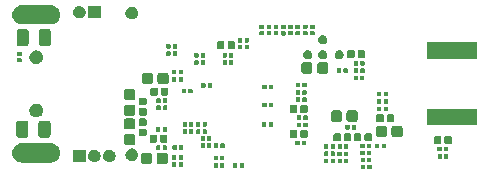
<source format=gbr>
G04 #@! TF.GenerationSoftware,KiCad,Pcbnew,(5.1.6)-1*
G04 #@! TF.CreationDate,2020-09-09T10:35:32-07:00*
G04 #@! TF.ProjectId,MiniDAQ,4d696e69-4441-4512-9e6b-696361645f70,rev?*
G04 #@! TF.SameCoordinates,Original*
G04 #@! TF.FileFunction,Soldermask,Bot*
G04 #@! TF.FilePolarity,Negative*
%FSLAX46Y46*%
G04 Gerber Fmt 4.6, Leading zero omitted, Abs format (unit mm)*
G04 Created by KiCad (PCBNEW (5.1.6)-1) date 2020-09-09 10:35:32*
%MOMM*%
%LPD*%
G01*
G04 APERTURE LIST*
%ADD10C,0.100000*%
G04 APERTURE END LIST*
D10*
G36*
X115460192Y-124348885D02*
G01*
X115472303Y-124352559D01*
X115483463Y-124358524D01*
X115493247Y-124366553D01*
X115501276Y-124376337D01*
X115507241Y-124387497D01*
X115510915Y-124399608D01*
X115512400Y-124414691D01*
X115512400Y-124670909D01*
X115510915Y-124685992D01*
X115507241Y-124698103D01*
X115501276Y-124709263D01*
X115493247Y-124719047D01*
X115483463Y-124727076D01*
X115472303Y-124733041D01*
X115460192Y-124736715D01*
X115445109Y-124738200D01*
X115218891Y-124738200D01*
X115203808Y-124736715D01*
X115191697Y-124733041D01*
X115180537Y-124727076D01*
X115170753Y-124719047D01*
X115162724Y-124709263D01*
X115156759Y-124698103D01*
X115153085Y-124685992D01*
X115151600Y-124670909D01*
X115151600Y-124414691D01*
X115153085Y-124399608D01*
X115156759Y-124387497D01*
X115162724Y-124376337D01*
X115170753Y-124366553D01*
X115180537Y-124358524D01*
X115191697Y-124352559D01*
X115203808Y-124348885D01*
X115218891Y-124347400D01*
X115445109Y-124347400D01*
X115460192Y-124348885D01*
G37*
G36*
X116010192Y-124348885D02*
G01*
X116022303Y-124352559D01*
X116033463Y-124358524D01*
X116043247Y-124366553D01*
X116051276Y-124376337D01*
X116057241Y-124387497D01*
X116060915Y-124399608D01*
X116062400Y-124414691D01*
X116062400Y-124670909D01*
X116060915Y-124685992D01*
X116057241Y-124698103D01*
X116051276Y-124709263D01*
X116043247Y-124719047D01*
X116033463Y-124727076D01*
X116022303Y-124733041D01*
X116010192Y-124736715D01*
X115995109Y-124738200D01*
X115768891Y-124738200D01*
X115753808Y-124736715D01*
X115741697Y-124733041D01*
X115730537Y-124727076D01*
X115720753Y-124719047D01*
X115712724Y-124709263D01*
X115706759Y-124698103D01*
X115703085Y-124685992D01*
X115701600Y-124670909D01*
X115701600Y-124414691D01*
X115703085Y-124399608D01*
X115706759Y-124387497D01*
X115712724Y-124376337D01*
X115720753Y-124366553D01*
X115730537Y-124358524D01*
X115741697Y-124352559D01*
X115753808Y-124348885D01*
X115768891Y-124347400D01*
X115995109Y-124347400D01*
X116010192Y-124348885D01*
G37*
G36*
X105189792Y-124221885D02*
G01*
X105201903Y-124225559D01*
X105213063Y-124231524D01*
X105222847Y-124239553D01*
X105230876Y-124249337D01*
X105236841Y-124260497D01*
X105240515Y-124272608D01*
X105242000Y-124287691D01*
X105242000Y-124543909D01*
X105240515Y-124558992D01*
X105236841Y-124571103D01*
X105230876Y-124582263D01*
X105222847Y-124592047D01*
X105213063Y-124600076D01*
X105201903Y-124606041D01*
X105189792Y-124609715D01*
X105174709Y-124611200D01*
X104948491Y-124611200D01*
X104933408Y-124609715D01*
X104921297Y-124606041D01*
X104910137Y-124600076D01*
X104900353Y-124592047D01*
X104892324Y-124582263D01*
X104886359Y-124571103D01*
X104882685Y-124558992D01*
X104881200Y-124543909D01*
X104881200Y-124287691D01*
X104882685Y-124272608D01*
X104886359Y-124260497D01*
X104892324Y-124249337D01*
X104900353Y-124239553D01*
X104910137Y-124231524D01*
X104921297Y-124225559D01*
X104933408Y-124221885D01*
X104948491Y-124220400D01*
X105174709Y-124220400D01*
X105189792Y-124221885D01*
G37*
G36*
X104639792Y-124221885D02*
G01*
X104651903Y-124225559D01*
X104663063Y-124231524D01*
X104672847Y-124239553D01*
X104680876Y-124249337D01*
X104686841Y-124260497D01*
X104690515Y-124272608D01*
X104692000Y-124287691D01*
X104692000Y-124543909D01*
X104690515Y-124558992D01*
X104686841Y-124571103D01*
X104680876Y-124582263D01*
X104672847Y-124592047D01*
X104663063Y-124600076D01*
X104651903Y-124606041D01*
X104639792Y-124609715D01*
X104624709Y-124611200D01*
X104398491Y-124611200D01*
X104383408Y-124609715D01*
X104371297Y-124606041D01*
X104360137Y-124600076D01*
X104350353Y-124592047D01*
X104342324Y-124582263D01*
X104336359Y-124571103D01*
X104332685Y-124558992D01*
X104331200Y-124543909D01*
X104331200Y-124287691D01*
X104332685Y-124272608D01*
X104336359Y-124260497D01*
X104342324Y-124249337D01*
X104350353Y-124239553D01*
X104360137Y-124231524D01*
X104371297Y-124225559D01*
X104383408Y-124221885D01*
X104398491Y-124220400D01*
X104624709Y-124220400D01*
X104639792Y-124221885D01*
G37*
G36*
X103002592Y-124215285D02*
G01*
X103014703Y-124218959D01*
X103025863Y-124224924D01*
X103035647Y-124232953D01*
X103043676Y-124242737D01*
X103049641Y-124253897D01*
X103053315Y-124266008D01*
X103054800Y-124281091D01*
X103054800Y-124537309D01*
X103053315Y-124552392D01*
X103049641Y-124564503D01*
X103043676Y-124575663D01*
X103035647Y-124585447D01*
X103025863Y-124593476D01*
X103014703Y-124599441D01*
X103002592Y-124603115D01*
X102987509Y-124604600D01*
X102761291Y-124604600D01*
X102746208Y-124603115D01*
X102734097Y-124599441D01*
X102722937Y-124593476D01*
X102713153Y-124585447D01*
X102705124Y-124575663D01*
X102699159Y-124564503D01*
X102695485Y-124552392D01*
X102694000Y-124537309D01*
X102694000Y-124281091D01*
X102695485Y-124266008D01*
X102699159Y-124253897D01*
X102705124Y-124242737D01*
X102713153Y-124232953D01*
X102722937Y-124224924D01*
X102734097Y-124218959D01*
X102746208Y-124215285D01*
X102761291Y-124213800D01*
X102987509Y-124213800D01*
X103002592Y-124215285D01*
G37*
G36*
X103552592Y-124215285D02*
G01*
X103564703Y-124218959D01*
X103575863Y-124224924D01*
X103585647Y-124232953D01*
X103593676Y-124242737D01*
X103599641Y-124253897D01*
X103603315Y-124266008D01*
X103604800Y-124281091D01*
X103604800Y-124537309D01*
X103603315Y-124552392D01*
X103599641Y-124564503D01*
X103593676Y-124575663D01*
X103585647Y-124585447D01*
X103575863Y-124593476D01*
X103564703Y-124599441D01*
X103552592Y-124603115D01*
X103537509Y-124604600D01*
X103311291Y-124604600D01*
X103296208Y-124603115D01*
X103284097Y-124599441D01*
X103272937Y-124593476D01*
X103263153Y-124585447D01*
X103255124Y-124575663D01*
X103249159Y-124564503D01*
X103245485Y-124552392D01*
X103244000Y-124537309D01*
X103244000Y-124281091D01*
X103245485Y-124266008D01*
X103249159Y-124253897D01*
X103255124Y-124242737D01*
X103263153Y-124232953D01*
X103272937Y-124224924D01*
X103284097Y-124218959D01*
X103296208Y-124215285D01*
X103311291Y-124213800D01*
X103537509Y-124213800D01*
X103552592Y-124215285D01*
G37*
G36*
X100033592Y-124145685D02*
G01*
X100045703Y-124149359D01*
X100056863Y-124155324D01*
X100066647Y-124163353D01*
X100074676Y-124173137D01*
X100080641Y-124184297D01*
X100084315Y-124196408D01*
X100085800Y-124211491D01*
X100085800Y-124467709D01*
X100084315Y-124482792D01*
X100080641Y-124494903D01*
X100074676Y-124506063D01*
X100066647Y-124515847D01*
X100056863Y-124523876D01*
X100045703Y-124529841D01*
X100033592Y-124533515D01*
X100018509Y-124535000D01*
X99792291Y-124535000D01*
X99777208Y-124533515D01*
X99765097Y-124529841D01*
X99753937Y-124523876D01*
X99744153Y-124515847D01*
X99736124Y-124506063D01*
X99730159Y-124494903D01*
X99726485Y-124482792D01*
X99725000Y-124467709D01*
X99725000Y-124211491D01*
X99726485Y-124196408D01*
X99730159Y-124184297D01*
X99736124Y-124173137D01*
X99744153Y-124163353D01*
X99753937Y-124155324D01*
X99765097Y-124149359D01*
X99777208Y-124145685D01*
X99792291Y-124144200D01*
X100018509Y-124144200D01*
X100033592Y-124145685D01*
G37*
G36*
X99483592Y-124145685D02*
G01*
X99495703Y-124149359D01*
X99506863Y-124155324D01*
X99516647Y-124163353D01*
X99524676Y-124173137D01*
X99530641Y-124184297D01*
X99534315Y-124196408D01*
X99535800Y-124211491D01*
X99535800Y-124467709D01*
X99534315Y-124482792D01*
X99530641Y-124494903D01*
X99524676Y-124506063D01*
X99516647Y-124515847D01*
X99506863Y-124523876D01*
X99495703Y-124529841D01*
X99483592Y-124533515D01*
X99468509Y-124535000D01*
X99242291Y-124535000D01*
X99227208Y-124533515D01*
X99215097Y-124529841D01*
X99203937Y-124523876D01*
X99194153Y-124515847D01*
X99186124Y-124506063D01*
X99180159Y-124494903D01*
X99176485Y-124482792D01*
X99175000Y-124467709D01*
X99175000Y-124211491D01*
X99176485Y-124196408D01*
X99180159Y-124184297D01*
X99186124Y-124173137D01*
X99194153Y-124163353D01*
X99203937Y-124155324D01*
X99215097Y-124149359D01*
X99227208Y-124145685D01*
X99242291Y-124144200D01*
X99468509Y-124144200D01*
X99483592Y-124145685D01*
G37*
G36*
X98629478Y-123343871D02*
G01*
X98668792Y-123355797D01*
X98705023Y-123375163D01*
X98736777Y-123401223D01*
X98762837Y-123432977D01*
X98782203Y-123469208D01*
X98794129Y-123508522D01*
X98798400Y-123551891D01*
X98798400Y-124098109D01*
X98794129Y-124141478D01*
X98782203Y-124180792D01*
X98762837Y-124217023D01*
X98736777Y-124248777D01*
X98705023Y-124274837D01*
X98668792Y-124294203D01*
X98629478Y-124306129D01*
X98586109Y-124310400D01*
X98069891Y-124310400D01*
X98026522Y-124306129D01*
X97987208Y-124294203D01*
X97950977Y-124274837D01*
X97919223Y-124248777D01*
X97893163Y-124217023D01*
X97873797Y-124180792D01*
X97861871Y-124141478D01*
X97857600Y-124098109D01*
X97857600Y-123551891D01*
X97861871Y-123508522D01*
X97873797Y-123469208D01*
X97893163Y-123432977D01*
X97919223Y-123401223D01*
X97950977Y-123375163D01*
X97987208Y-123355797D01*
X98026522Y-123343871D01*
X98069891Y-123339600D01*
X98586109Y-123339600D01*
X98629478Y-123343871D01*
G37*
G36*
X97299478Y-123343871D02*
G01*
X97338792Y-123355797D01*
X97375023Y-123375163D01*
X97406777Y-123401223D01*
X97432837Y-123432977D01*
X97452203Y-123469208D01*
X97464129Y-123508522D01*
X97468400Y-123551891D01*
X97468400Y-124098109D01*
X97464129Y-124141478D01*
X97452203Y-124180792D01*
X97432837Y-124217023D01*
X97406777Y-124248777D01*
X97375023Y-124274837D01*
X97338792Y-124294203D01*
X97299478Y-124306129D01*
X97256109Y-124310400D01*
X96739891Y-124310400D01*
X96696522Y-124306129D01*
X96657208Y-124294203D01*
X96620977Y-124274837D01*
X96589223Y-124248777D01*
X96563163Y-124217023D01*
X96543797Y-124180792D01*
X96531871Y-124141478D01*
X96527600Y-124098109D01*
X96527600Y-123551891D01*
X96531871Y-123508522D01*
X96543797Y-123469208D01*
X96563163Y-123432977D01*
X96589223Y-123401223D01*
X96620977Y-123375163D01*
X96657208Y-123355797D01*
X96696522Y-123343871D01*
X96739891Y-123339600D01*
X97256109Y-123339600D01*
X97299478Y-123343871D01*
G37*
G36*
X112899792Y-123859685D02*
G01*
X112911903Y-123863359D01*
X112923063Y-123869324D01*
X112932847Y-123877353D01*
X112940876Y-123887137D01*
X112946841Y-123898297D01*
X112950515Y-123910408D01*
X112952000Y-123925491D01*
X112952000Y-124181709D01*
X112950515Y-124196792D01*
X112946841Y-124208903D01*
X112940876Y-124220063D01*
X112932847Y-124229847D01*
X112923063Y-124237876D01*
X112911903Y-124243841D01*
X112899792Y-124247515D01*
X112884709Y-124249000D01*
X112658491Y-124249000D01*
X112643408Y-124247515D01*
X112631297Y-124243841D01*
X112620137Y-124237876D01*
X112610353Y-124229847D01*
X112602324Y-124220063D01*
X112596359Y-124208903D01*
X112592685Y-124196792D01*
X112591200Y-124181709D01*
X112591200Y-123925491D01*
X112592685Y-123910408D01*
X112596359Y-123898297D01*
X112602324Y-123887137D01*
X112610353Y-123877353D01*
X112620137Y-123869324D01*
X112631297Y-123863359D01*
X112643408Y-123859685D01*
X112658491Y-123858200D01*
X112884709Y-123858200D01*
X112899792Y-123859685D01*
G37*
G36*
X112349792Y-123859685D02*
G01*
X112361903Y-123863359D01*
X112373063Y-123869324D01*
X112382847Y-123877353D01*
X112390876Y-123887137D01*
X112396841Y-123898297D01*
X112400515Y-123910408D01*
X112402000Y-123925491D01*
X112402000Y-124181709D01*
X112400515Y-124196792D01*
X112396841Y-124208903D01*
X112390876Y-124220063D01*
X112382847Y-124229847D01*
X112373063Y-124237876D01*
X112361903Y-124243841D01*
X112349792Y-124247515D01*
X112334709Y-124249000D01*
X112108491Y-124249000D01*
X112093408Y-124247515D01*
X112081297Y-124243841D01*
X112070137Y-124237876D01*
X112060353Y-124229847D01*
X112052324Y-124220063D01*
X112046359Y-124208903D01*
X112042685Y-124196792D01*
X112041200Y-124181709D01*
X112041200Y-123925491D01*
X112042685Y-123910408D01*
X112046359Y-123898297D01*
X112052324Y-123887137D01*
X112060353Y-123877353D01*
X112070137Y-123869324D01*
X112081297Y-123863359D01*
X112093408Y-123859685D01*
X112108491Y-123858200D01*
X112334709Y-123858200D01*
X112349792Y-123859685D01*
G37*
G36*
X113492792Y-123859685D02*
G01*
X113504903Y-123863359D01*
X113516063Y-123869324D01*
X113525847Y-123877353D01*
X113533876Y-123887137D01*
X113539841Y-123898297D01*
X113543515Y-123910408D01*
X113545000Y-123925491D01*
X113545000Y-124181709D01*
X113543515Y-124196792D01*
X113539841Y-124208903D01*
X113533876Y-124220063D01*
X113525847Y-124229847D01*
X113516063Y-124237876D01*
X113504903Y-124243841D01*
X113492792Y-124247515D01*
X113477709Y-124249000D01*
X113251491Y-124249000D01*
X113236408Y-124247515D01*
X113224297Y-124243841D01*
X113213137Y-124237876D01*
X113203353Y-124229847D01*
X113195324Y-124220063D01*
X113189359Y-124208903D01*
X113185685Y-124196792D01*
X113184200Y-124181709D01*
X113184200Y-123925491D01*
X113185685Y-123910408D01*
X113189359Y-123898297D01*
X113195324Y-123887137D01*
X113203353Y-123877353D01*
X113213137Y-123869324D01*
X113224297Y-123863359D01*
X113236408Y-123859685D01*
X113251491Y-123858200D01*
X113477709Y-123858200D01*
X113492792Y-123859685D01*
G37*
G36*
X114042792Y-123859685D02*
G01*
X114054903Y-123863359D01*
X114066063Y-123869324D01*
X114075847Y-123877353D01*
X114083876Y-123887137D01*
X114089841Y-123898297D01*
X114093515Y-123910408D01*
X114095000Y-123925491D01*
X114095000Y-124181709D01*
X114093515Y-124196792D01*
X114089841Y-124208903D01*
X114083876Y-124220063D01*
X114075847Y-124229847D01*
X114066063Y-124237876D01*
X114054903Y-124243841D01*
X114042792Y-124247515D01*
X114027709Y-124249000D01*
X113801491Y-124249000D01*
X113786408Y-124247515D01*
X113774297Y-124243841D01*
X113763137Y-124237876D01*
X113753353Y-124229847D01*
X113745324Y-124220063D01*
X113739359Y-124208903D01*
X113735685Y-124196792D01*
X113734200Y-124181709D01*
X113734200Y-123925491D01*
X113735685Y-123910408D01*
X113739359Y-123898297D01*
X113745324Y-123887137D01*
X113753353Y-123877353D01*
X113763137Y-123869324D01*
X113774297Y-123863359D01*
X113786408Y-123859685D01*
X113801491Y-123858200D01*
X114027709Y-123858200D01*
X114042792Y-123859685D01*
G37*
G36*
X89028003Y-122536542D02*
G01*
X89183594Y-122583740D01*
X89224685Y-122605704D01*
X89326986Y-122660385D01*
X89326989Y-122660387D01*
X89326990Y-122660388D01*
X89452670Y-122763530D01*
X89553431Y-122886309D01*
X89555815Y-122889214D01*
X89589436Y-122952115D01*
X89632460Y-123032606D01*
X89679658Y-123188197D01*
X89695594Y-123350000D01*
X89679658Y-123511803D01*
X89632460Y-123667394D01*
X89618025Y-123694400D01*
X89555815Y-123810786D01*
X89555813Y-123810789D01*
X89555812Y-123810790D01*
X89452670Y-123936470D01*
X89326990Y-124039612D01*
X89326986Y-124039615D01*
X89272753Y-124068603D01*
X89183594Y-124116260D01*
X89028003Y-124163458D01*
X88906749Y-124175400D01*
X86425651Y-124175400D01*
X86304397Y-124163458D01*
X86148806Y-124116260D01*
X86059647Y-124068603D01*
X86005414Y-124039615D01*
X86005410Y-124039612D01*
X85879730Y-123936470D01*
X85776588Y-123810790D01*
X85776587Y-123810789D01*
X85776585Y-123810786D01*
X85714375Y-123694400D01*
X85699940Y-123667394D01*
X85652742Y-123511803D01*
X85636806Y-123350000D01*
X85652742Y-123188197D01*
X85699940Y-123032606D01*
X85742964Y-122952115D01*
X85776585Y-122889214D01*
X85778969Y-122886309D01*
X85879730Y-122763530D01*
X86005410Y-122660388D01*
X86005411Y-122660387D01*
X86005414Y-122660385D01*
X86107715Y-122605704D01*
X86148806Y-122583740D01*
X86304397Y-122536542D01*
X86425651Y-122524600D01*
X88906749Y-122524600D01*
X89028003Y-122536542D01*
G37*
G36*
X115984792Y-123764685D02*
G01*
X115996903Y-123768359D01*
X116008063Y-123774324D01*
X116017847Y-123782353D01*
X116025876Y-123792137D01*
X116031841Y-123803297D01*
X116035515Y-123815408D01*
X116037000Y-123830491D01*
X116037000Y-124086709D01*
X116035515Y-124101792D01*
X116031841Y-124113903D01*
X116025876Y-124125063D01*
X116017847Y-124134847D01*
X116008063Y-124142876D01*
X115996903Y-124148841D01*
X115984792Y-124152515D01*
X115969709Y-124154000D01*
X115743491Y-124154000D01*
X115728408Y-124152515D01*
X115716297Y-124148841D01*
X115705137Y-124142876D01*
X115695353Y-124134847D01*
X115687324Y-124125063D01*
X115681359Y-124113903D01*
X115677685Y-124101792D01*
X115676200Y-124086709D01*
X115676200Y-123830491D01*
X115677685Y-123815408D01*
X115681359Y-123803297D01*
X115687324Y-123792137D01*
X115695353Y-123782353D01*
X115705137Y-123774324D01*
X115716297Y-123768359D01*
X115728408Y-123764685D01*
X115743491Y-123763200D01*
X115969709Y-123763200D01*
X115984792Y-123764685D01*
G37*
G36*
X115434792Y-123764685D02*
G01*
X115446903Y-123768359D01*
X115458063Y-123774324D01*
X115467847Y-123782353D01*
X115475876Y-123792137D01*
X115481841Y-123803297D01*
X115485515Y-123815408D01*
X115487000Y-123830491D01*
X115487000Y-124086709D01*
X115485515Y-124101792D01*
X115481841Y-124113903D01*
X115475876Y-124125063D01*
X115467847Y-124134847D01*
X115458063Y-124142876D01*
X115446903Y-124148841D01*
X115434792Y-124152515D01*
X115419709Y-124154000D01*
X115193491Y-124154000D01*
X115178408Y-124152515D01*
X115166297Y-124148841D01*
X115155137Y-124142876D01*
X115145353Y-124134847D01*
X115137324Y-124125063D01*
X115131359Y-124113903D01*
X115127685Y-124101792D01*
X115126200Y-124086709D01*
X115126200Y-123830491D01*
X115127685Y-123815408D01*
X115131359Y-123803297D01*
X115137324Y-123792137D01*
X115145353Y-123782353D01*
X115155137Y-123774324D01*
X115166297Y-123768359D01*
X115178408Y-123764685D01*
X115193491Y-123763200D01*
X115419709Y-123763200D01*
X115434792Y-123764685D01*
G37*
G36*
X92747854Y-123097791D02*
G01*
X92843468Y-123137395D01*
X92877891Y-123160396D01*
X92929523Y-123194895D01*
X93002705Y-123268077D01*
X93026896Y-123304282D01*
X93060205Y-123354132D01*
X93099809Y-123449746D01*
X93120000Y-123551252D01*
X93120000Y-123654748D01*
X93099809Y-123756254D01*
X93060205Y-123851868D01*
X93048541Y-123869324D01*
X93002705Y-123937923D01*
X92929523Y-124011105D01*
X92886854Y-124039615D01*
X92843468Y-124068605D01*
X92747854Y-124108209D01*
X92646348Y-124128400D01*
X92542852Y-124128400D01*
X92441346Y-124108209D01*
X92345732Y-124068605D01*
X92302346Y-124039615D01*
X92259677Y-124011105D01*
X92186495Y-123937923D01*
X92140659Y-123869324D01*
X92128995Y-123851868D01*
X92089391Y-123756254D01*
X92069200Y-123654748D01*
X92069200Y-123551252D01*
X92089391Y-123449746D01*
X92128995Y-123354132D01*
X92162304Y-123304282D01*
X92186495Y-123268077D01*
X92259677Y-123194895D01*
X92311309Y-123160396D01*
X92345732Y-123137395D01*
X92441346Y-123097791D01*
X92542852Y-123077600D01*
X92646348Y-123077600D01*
X92747854Y-123097791D01*
G37*
G36*
X91850000Y-124128400D02*
G01*
X90799200Y-124128400D01*
X90799200Y-123077600D01*
X91850000Y-123077600D01*
X91850000Y-124128400D01*
G37*
G36*
X94017854Y-123097791D02*
G01*
X94113468Y-123137395D01*
X94147891Y-123160396D01*
X94199523Y-123194895D01*
X94272705Y-123268077D01*
X94296896Y-123304282D01*
X94330205Y-123354132D01*
X94369809Y-123449746D01*
X94390000Y-123551252D01*
X94390000Y-123654748D01*
X94369809Y-123756254D01*
X94330205Y-123851868D01*
X94318541Y-123869324D01*
X94272705Y-123937923D01*
X94199523Y-124011105D01*
X94156854Y-124039615D01*
X94113468Y-124068605D01*
X94017854Y-124108209D01*
X93916348Y-124128400D01*
X93812852Y-124128400D01*
X93711346Y-124108209D01*
X93615732Y-124068605D01*
X93572346Y-124039615D01*
X93529677Y-124011105D01*
X93456495Y-123937923D01*
X93410659Y-123869324D01*
X93398995Y-123851868D01*
X93359391Y-123756254D01*
X93339200Y-123654748D01*
X93339200Y-123551252D01*
X93359391Y-123449746D01*
X93398995Y-123354132D01*
X93432304Y-123304282D01*
X93456495Y-123268077D01*
X93529677Y-123194895D01*
X93581309Y-123160396D01*
X93615732Y-123137395D01*
X93711346Y-123097791D01*
X93812852Y-123077600D01*
X93916348Y-123077600D01*
X94017854Y-123097791D01*
G37*
G36*
X95903254Y-122994791D02*
G01*
X95998868Y-123034395D01*
X96017900Y-123047112D01*
X96084923Y-123091895D01*
X96158105Y-123165077D01*
X96178028Y-123194895D01*
X96215605Y-123251132D01*
X96255209Y-123346746D01*
X96275400Y-123448252D01*
X96275400Y-123551748D01*
X96255209Y-123653254D01*
X96215605Y-123748868D01*
X96197937Y-123775309D01*
X96158105Y-123834923D01*
X96084923Y-123908105D01*
X96040292Y-123937926D01*
X95998868Y-123965605D01*
X95903254Y-124005209D01*
X95801748Y-124025400D01*
X95698252Y-124025400D01*
X95596746Y-124005209D01*
X95501132Y-123965605D01*
X95459708Y-123937926D01*
X95415077Y-123908105D01*
X95341895Y-123834923D01*
X95302063Y-123775309D01*
X95284395Y-123748868D01*
X95244791Y-123653254D01*
X95224600Y-123551748D01*
X95224600Y-123448252D01*
X95244791Y-123346746D01*
X95284395Y-123251132D01*
X95321972Y-123194895D01*
X95341895Y-123165077D01*
X95415077Y-123091895D01*
X95482100Y-123047112D01*
X95501132Y-123034395D01*
X95596746Y-122994791D01*
X95698252Y-122974600D01*
X95801748Y-122974600D01*
X95903254Y-122994791D01*
G37*
G36*
X103552592Y-123605685D02*
G01*
X103564703Y-123609359D01*
X103575863Y-123615324D01*
X103585647Y-123623353D01*
X103593676Y-123633137D01*
X103599641Y-123644297D01*
X103603315Y-123656408D01*
X103604800Y-123671491D01*
X103604800Y-123927709D01*
X103603315Y-123942792D01*
X103599641Y-123954903D01*
X103593676Y-123966063D01*
X103585647Y-123975847D01*
X103575863Y-123983876D01*
X103564703Y-123989841D01*
X103552592Y-123993515D01*
X103537509Y-123995000D01*
X103311291Y-123995000D01*
X103296208Y-123993515D01*
X103284097Y-123989841D01*
X103272937Y-123983876D01*
X103263153Y-123975847D01*
X103255124Y-123966063D01*
X103249159Y-123954903D01*
X103245485Y-123942792D01*
X103244000Y-123927709D01*
X103244000Y-123671491D01*
X103245485Y-123656408D01*
X103249159Y-123644297D01*
X103255124Y-123633137D01*
X103263153Y-123623353D01*
X103272937Y-123615324D01*
X103284097Y-123609359D01*
X103296208Y-123605685D01*
X103311291Y-123604200D01*
X103537509Y-123604200D01*
X103552592Y-123605685D01*
G37*
G36*
X103002592Y-123605685D02*
G01*
X103014703Y-123609359D01*
X103025863Y-123615324D01*
X103035647Y-123623353D01*
X103043676Y-123633137D01*
X103049641Y-123644297D01*
X103053315Y-123656408D01*
X103054800Y-123671491D01*
X103054800Y-123927709D01*
X103053315Y-123942792D01*
X103049641Y-123954903D01*
X103043676Y-123966063D01*
X103035647Y-123975847D01*
X103025863Y-123983876D01*
X103014703Y-123989841D01*
X103002592Y-123993515D01*
X102987509Y-123995000D01*
X102761291Y-123995000D01*
X102746208Y-123993515D01*
X102734097Y-123989841D01*
X102722937Y-123983876D01*
X102713153Y-123975847D01*
X102705124Y-123966063D01*
X102699159Y-123954903D01*
X102695485Y-123942792D01*
X102694000Y-123927709D01*
X102694000Y-123671491D01*
X102695485Y-123656408D01*
X102699159Y-123644297D01*
X102705124Y-123633137D01*
X102713153Y-123623353D01*
X102722937Y-123615324D01*
X102734097Y-123609359D01*
X102746208Y-123605685D01*
X102761291Y-123604200D01*
X102987509Y-123604200D01*
X103002592Y-123605685D01*
G37*
G36*
X100033592Y-123529485D02*
G01*
X100045703Y-123533159D01*
X100056863Y-123539124D01*
X100066647Y-123547153D01*
X100074676Y-123556937D01*
X100080641Y-123568097D01*
X100084315Y-123580208D01*
X100085800Y-123595291D01*
X100085800Y-123851509D01*
X100084315Y-123866592D01*
X100080641Y-123878703D01*
X100074676Y-123889863D01*
X100066647Y-123899647D01*
X100056863Y-123907676D01*
X100045703Y-123913641D01*
X100033592Y-123917315D01*
X100018509Y-123918800D01*
X99792291Y-123918800D01*
X99777208Y-123917315D01*
X99765097Y-123913641D01*
X99753937Y-123907676D01*
X99744153Y-123899647D01*
X99736124Y-123889863D01*
X99730159Y-123878703D01*
X99726485Y-123866592D01*
X99725000Y-123851509D01*
X99725000Y-123595291D01*
X99726485Y-123580208D01*
X99730159Y-123568097D01*
X99736124Y-123556937D01*
X99744153Y-123547153D01*
X99753937Y-123539124D01*
X99765097Y-123533159D01*
X99777208Y-123529485D01*
X99792291Y-123528000D01*
X100018509Y-123528000D01*
X100033592Y-123529485D01*
G37*
G36*
X99483592Y-123529485D02*
G01*
X99495703Y-123533159D01*
X99506863Y-123539124D01*
X99516647Y-123547153D01*
X99524676Y-123556937D01*
X99530641Y-123568097D01*
X99534315Y-123580208D01*
X99535800Y-123595291D01*
X99535800Y-123851509D01*
X99534315Y-123866592D01*
X99530641Y-123878703D01*
X99524676Y-123889863D01*
X99516647Y-123899647D01*
X99506863Y-123907676D01*
X99495703Y-123913641D01*
X99483592Y-123917315D01*
X99468509Y-123918800D01*
X99242291Y-123918800D01*
X99227208Y-123917315D01*
X99215097Y-123913641D01*
X99203937Y-123907676D01*
X99194153Y-123899647D01*
X99186124Y-123889863D01*
X99180159Y-123878703D01*
X99176485Y-123866592D01*
X99175000Y-123851509D01*
X99175000Y-123595291D01*
X99176485Y-123580208D01*
X99180159Y-123568097D01*
X99186124Y-123556937D01*
X99194153Y-123547153D01*
X99203937Y-123539124D01*
X99215097Y-123533159D01*
X99227208Y-123529485D01*
X99242291Y-123528000D01*
X99468509Y-123528000D01*
X99483592Y-123529485D01*
G37*
G36*
X122500992Y-123453285D02*
G01*
X122513103Y-123456959D01*
X122524263Y-123462924D01*
X122534047Y-123470953D01*
X122542076Y-123480737D01*
X122548041Y-123491897D01*
X122551715Y-123504008D01*
X122553200Y-123519091D01*
X122553200Y-123775309D01*
X122551715Y-123790392D01*
X122548041Y-123802503D01*
X122542076Y-123813663D01*
X122534047Y-123823447D01*
X122524263Y-123831476D01*
X122513103Y-123837441D01*
X122500992Y-123841115D01*
X122485909Y-123842600D01*
X122259691Y-123842600D01*
X122244608Y-123841115D01*
X122232497Y-123837441D01*
X122221337Y-123831476D01*
X122211553Y-123823447D01*
X122203524Y-123813663D01*
X122197559Y-123802503D01*
X122193885Y-123790392D01*
X122192400Y-123775309D01*
X122192400Y-123519091D01*
X122193885Y-123504008D01*
X122197559Y-123491897D01*
X122203524Y-123480737D01*
X122211553Y-123470953D01*
X122221337Y-123462924D01*
X122232497Y-123456959D01*
X122244608Y-123453285D01*
X122259691Y-123451800D01*
X122485909Y-123451800D01*
X122500992Y-123453285D01*
G37*
G36*
X121950992Y-123453285D02*
G01*
X121963103Y-123456959D01*
X121974263Y-123462924D01*
X121984047Y-123470953D01*
X121992076Y-123480737D01*
X121998041Y-123491897D01*
X122001715Y-123504008D01*
X122003200Y-123519091D01*
X122003200Y-123775309D01*
X122001715Y-123790392D01*
X121998041Y-123802503D01*
X121992076Y-123813663D01*
X121984047Y-123823447D01*
X121974263Y-123831476D01*
X121963103Y-123837441D01*
X121950992Y-123841115D01*
X121935909Y-123842600D01*
X121709691Y-123842600D01*
X121694608Y-123841115D01*
X121682497Y-123837441D01*
X121671337Y-123831476D01*
X121661553Y-123823447D01*
X121653524Y-123813663D01*
X121647559Y-123802503D01*
X121643885Y-123790392D01*
X121642400Y-123775309D01*
X121642400Y-123519091D01*
X121643885Y-123504008D01*
X121647559Y-123491897D01*
X121653524Y-123480737D01*
X121661553Y-123470953D01*
X121671337Y-123462924D01*
X121682497Y-123456959D01*
X121694608Y-123453285D01*
X121709691Y-123451800D01*
X121935909Y-123451800D01*
X121950992Y-123453285D01*
G37*
G36*
X114021792Y-123250085D02*
G01*
X114033903Y-123253759D01*
X114045063Y-123259724D01*
X114054847Y-123267753D01*
X114062876Y-123277537D01*
X114068841Y-123288697D01*
X114072515Y-123300808D01*
X114074000Y-123315891D01*
X114074000Y-123572109D01*
X114072515Y-123587192D01*
X114068841Y-123599303D01*
X114062876Y-123610463D01*
X114054847Y-123620247D01*
X114045063Y-123628276D01*
X114033903Y-123634241D01*
X114021792Y-123637915D01*
X114006709Y-123639400D01*
X113780491Y-123639400D01*
X113765408Y-123637915D01*
X113753297Y-123634241D01*
X113742137Y-123628276D01*
X113732353Y-123620247D01*
X113724324Y-123610463D01*
X113718359Y-123599303D01*
X113714685Y-123587192D01*
X113713200Y-123572109D01*
X113713200Y-123315891D01*
X113714685Y-123300808D01*
X113718359Y-123288697D01*
X113724324Y-123277537D01*
X113732353Y-123267753D01*
X113742137Y-123259724D01*
X113753297Y-123253759D01*
X113765408Y-123250085D01*
X113780491Y-123248600D01*
X114006709Y-123248600D01*
X114021792Y-123250085D01*
G37*
G36*
X113471792Y-123250085D02*
G01*
X113483903Y-123253759D01*
X113495063Y-123259724D01*
X113504847Y-123267753D01*
X113512876Y-123277537D01*
X113518841Y-123288697D01*
X113522515Y-123300808D01*
X113524000Y-123315891D01*
X113524000Y-123572109D01*
X113522515Y-123587192D01*
X113518841Y-123599303D01*
X113512876Y-123610463D01*
X113504847Y-123620247D01*
X113495063Y-123628276D01*
X113483903Y-123634241D01*
X113471792Y-123637915D01*
X113456709Y-123639400D01*
X113230491Y-123639400D01*
X113215408Y-123637915D01*
X113203297Y-123634241D01*
X113192137Y-123628276D01*
X113182353Y-123620247D01*
X113174324Y-123610463D01*
X113168359Y-123599303D01*
X113164685Y-123587192D01*
X113163200Y-123572109D01*
X113163200Y-123315891D01*
X113164685Y-123300808D01*
X113168359Y-123288697D01*
X113174324Y-123277537D01*
X113182353Y-123267753D01*
X113192137Y-123259724D01*
X113203297Y-123253759D01*
X113215408Y-123250085D01*
X113230491Y-123248600D01*
X113456709Y-123248600D01*
X113471792Y-123250085D01*
G37*
G36*
X112349792Y-123224685D02*
G01*
X112361903Y-123228359D01*
X112373063Y-123234324D01*
X112382847Y-123242353D01*
X112390876Y-123252137D01*
X112396841Y-123263297D01*
X112400515Y-123275408D01*
X112402000Y-123290491D01*
X112402000Y-123546709D01*
X112400515Y-123561792D01*
X112396841Y-123573903D01*
X112390876Y-123585063D01*
X112382847Y-123594847D01*
X112373063Y-123602876D01*
X112361903Y-123608841D01*
X112349792Y-123612515D01*
X112334709Y-123614000D01*
X112108491Y-123614000D01*
X112093408Y-123612515D01*
X112081297Y-123608841D01*
X112070137Y-123602876D01*
X112060353Y-123594847D01*
X112052324Y-123585063D01*
X112046359Y-123573903D01*
X112042685Y-123561792D01*
X112041200Y-123546709D01*
X112041200Y-123290491D01*
X112042685Y-123275408D01*
X112046359Y-123263297D01*
X112052324Y-123252137D01*
X112060353Y-123242353D01*
X112070137Y-123234324D01*
X112081297Y-123228359D01*
X112093408Y-123224685D01*
X112108491Y-123223200D01*
X112334709Y-123223200D01*
X112349792Y-123224685D01*
G37*
G36*
X112899792Y-123224685D02*
G01*
X112911903Y-123228359D01*
X112923063Y-123234324D01*
X112932847Y-123242353D01*
X112940876Y-123252137D01*
X112946841Y-123263297D01*
X112950515Y-123275408D01*
X112952000Y-123290491D01*
X112952000Y-123546709D01*
X112950515Y-123561792D01*
X112946841Y-123573903D01*
X112940876Y-123585063D01*
X112932847Y-123594847D01*
X112923063Y-123602876D01*
X112911903Y-123608841D01*
X112899792Y-123612515D01*
X112884709Y-123614000D01*
X112658491Y-123614000D01*
X112643408Y-123612515D01*
X112631297Y-123608841D01*
X112620137Y-123602876D01*
X112610353Y-123594847D01*
X112602324Y-123585063D01*
X112596359Y-123573903D01*
X112592685Y-123561792D01*
X112591200Y-123546709D01*
X112591200Y-123290491D01*
X112592685Y-123275408D01*
X112596359Y-123263297D01*
X112602324Y-123252137D01*
X112610353Y-123242353D01*
X112620137Y-123234324D01*
X112631297Y-123228359D01*
X112643408Y-123224685D01*
X112658491Y-123223200D01*
X112884709Y-123223200D01*
X112899792Y-123224685D01*
G37*
G36*
X115423192Y-123173885D02*
G01*
X115435303Y-123177559D01*
X115446463Y-123183524D01*
X115456247Y-123191553D01*
X115464276Y-123201337D01*
X115470241Y-123212497D01*
X115473915Y-123224608D01*
X115475400Y-123239691D01*
X115475400Y-123495909D01*
X115473915Y-123510992D01*
X115470241Y-123523103D01*
X115464276Y-123534263D01*
X115456247Y-123544047D01*
X115446463Y-123552076D01*
X115435303Y-123558041D01*
X115423192Y-123561715D01*
X115408109Y-123563200D01*
X115181891Y-123563200D01*
X115166808Y-123561715D01*
X115154697Y-123558041D01*
X115143537Y-123552076D01*
X115133753Y-123544047D01*
X115125724Y-123534263D01*
X115119759Y-123523103D01*
X115116085Y-123510992D01*
X115114600Y-123495909D01*
X115114600Y-123239691D01*
X115116085Y-123224608D01*
X115119759Y-123212497D01*
X115125724Y-123201337D01*
X115133753Y-123191553D01*
X115143537Y-123183524D01*
X115154697Y-123177559D01*
X115166808Y-123173885D01*
X115181891Y-123172400D01*
X115408109Y-123172400D01*
X115423192Y-123173885D01*
G37*
G36*
X115973192Y-123173885D02*
G01*
X115985303Y-123177559D01*
X115996463Y-123183524D01*
X116006247Y-123191553D01*
X116014276Y-123201337D01*
X116020241Y-123212497D01*
X116023915Y-123224608D01*
X116025400Y-123239691D01*
X116025400Y-123495909D01*
X116023915Y-123510992D01*
X116020241Y-123523103D01*
X116014276Y-123534263D01*
X116006247Y-123544047D01*
X115996463Y-123552076D01*
X115985303Y-123558041D01*
X115973192Y-123561715D01*
X115958109Y-123563200D01*
X115731891Y-123563200D01*
X115716808Y-123561715D01*
X115704697Y-123558041D01*
X115693537Y-123552076D01*
X115683753Y-123544047D01*
X115675724Y-123534263D01*
X115669759Y-123523103D01*
X115666085Y-123510992D01*
X115664600Y-123495909D01*
X115664600Y-123239691D01*
X115666085Y-123224608D01*
X115669759Y-123212497D01*
X115675724Y-123201337D01*
X115683753Y-123191553D01*
X115693537Y-123183524D01*
X115704697Y-123177559D01*
X115716808Y-123173885D01*
X115731891Y-123172400D01*
X115958109Y-123172400D01*
X115973192Y-123173885D01*
G37*
G36*
X121946592Y-122843685D02*
G01*
X121958703Y-122847359D01*
X121969863Y-122853324D01*
X121979647Y-122861353D01*
X121987676Y-122871137D01*
X121993641Y-122882297D01*
X121997315Y-122894408D01*
X121998800Y-122909491D01*
X121998800Y-123165709D01*
X121997315Y-123180792D01*
X121993641Y-123192903D01*
X121987676Y-123204063D01*
X121979647Y-123213847D01*
X121969863Y-123221876D01*
X121958703Y-123227841D01*
X121946592Y-123231515D01*
X121931509Y-123233000D01*
X121705291Y-123233000D01*
X121690208Y-123231515D01*
X121678097Y-123227841D01*
X121666937Y-123221876D01*
X121657153Y-123213847D01*
X121649124Y-123204063D01*
X121643159Y-123192903D01*
X121639485Y-123180792D01*
X121638000Y-123165709D01*
X121638000Y-122909491D01*
X121639485Y-122894408D01*
X121643159Y-122882297D01*
X121649124Y-122871137D01*
X121657153Y-122861353D01*
X121666937Y-122853324D01*
X121678097Y-122847359D01*
X121690208Y-122843685D01*
X121705291Y-122842200D01*
X121931509Y-122842200D01*
X121946592Y-122843685D01*
G37*
G36*
X122496592Y-122843685D02*
G01*
X122508703Y-122847359D01*
X122519863Y-122853324D01*
X122529647Y-122861353D01*
X122537676Y-122871137D01*
X122543641Y-122882297D01*
X122547315Y-122894408D01*
X122548800Y-122909491D01*
X122548800Y-123165709D01*
X122547315Y-123180792D01*
X122543641Y-123192903D01*
X122537676Y-123204063D01*
X122529647Y-123213847D01*
X122519863Y-123221876D01*
X122508703Y-123227841D01*
X122496592Y-123231515D01*
X122481509Y-123233000D01*
X122255291Y-123233000D01*
X122240208Y-123231515D01*
X122228097Y-123227841D01*
X122216937Y-123221876D01*
X122207153Y-123213847D01*
X122199124Y-123204063D01*
X122193159Y-123192903D01*
X122189485Y-123180792D01*
X122188000Y-123165709D01*
X122188000Y-122909491D01*
X122189485Y-122894408D01*
X122193159Y-122882297D01*
X122199124Y-122871137D01*
X122207153Y-122861353D01*
X122216937Y-122853324D01*
X122228097Y-122847359D01*
X122240208Y-122843685D01*
X122255291Y-122842200D01*
X122481509Y-122842200D01*
X122496592Y-122843685D01*
G37*
G36*
X98125792Y-122716685D02*
G01*
X98137903Y-122720359D01*
X98149063Y-122726324D01*
X98158847Y-122734353D01*
X98166876Y-122744137D01*
X98172841Y-122755297D01*
X98176515Y-122767408D01*
X98178000Y-122782491D01*
X98178000Y-123038709D01*
X98176515Y-123053792D01*
X98172841Y-123065903D01*
X98166876Y-123077063D01*
X98158847Y-123086847D01*
X98149063Y-123094876D01*
X98137903Y-123100841D01*
X98125792Y-123104515D01*
X98110709Y-123106000D01*
X97884491Y-123106000D01*
X97869408Y-123104515D01*
X97857297Y-123100841D01*
X97846137Y-123094876D01*
X97836353Y-123086847D01*
X97828324Y-123077063D01*
X97822359Y-123065903D01*
X97818685Y-123053792D01*
X97817200Y-123038709D01*
X97817200Y-122782491D01*
X97818685Y-122767408D01*
X97822359Y-122755297D01*
X97828324Y-122744137D01*
X97836353Y-122734353D01*
X97846137Y-122726324D01*
X97857297Y-122720359D01*
X97869408Y-122716685D01*
X97884491Y-122715200D01*
X98110709Y-122715200D01*
X98125792Y-122716685D01*
G37*
G36*
X98675792Y-122716685D02*
G01*
X98687903Y-122720359D01*
X98699063Y-122726324D01*
X98708847Y-122734353D01*
X98716876Y-122744137D01*
X98722841Y-122755297D01*
X98726515Y-122767408D01*
X98728000Y-122782491D01*
X98728000Y-123038709D01*
X98726515Y-123053792D01*
X98722841Y-123065903D01*
X98716876Y-123077063D01*
X98708847Y-123086847D01*
X98699063Y-123094876D01*
X98687903Y-123100841D01*
X98675792Y-123104515D01*
X98660709Y-123106000D01*
X98434491Y-123106000D01*
X98419408Y-123104515D01*
X98407297Y-123100841D01*
X98396137Y-123094876D01*
X98386353Y-123086847D01*
X98378324Y-123077063D01*
X98372359Y-123065903D01*
X98368685Y-123053792D01*
X98367200Y-123038709D01*
X98367200Y-122782491D01*
X98368685Y-122767408D01*
X98372359Y-122755297D01*
X98378324Y-122744137D01*
X98386353Y-122734353D01*
X98396137Y-122726324D01*
X98407297Y-122720359D01*
X98419408Y-122716685D01*
X98434491Y-122715200D01*
X98660709Y-122715200D01*
X98675792Y-122716685D01*
G37*
G36*
X100058992Y-122697885D02*
G01*
X100071103Y-122701559D01*
X100082263Y-122707524D01*
X100092047Y-122715553D01*
X100100076Y-122725337D01*
X100106041Y-122736497D01*
X100109715Y-122748608D01*
X100111200Y-122763691D01*
X100111200Y-123019909D01*
X100109715Y-123034992D01*
X100106041Y-123047103D01*
X100100076Y-123058263D01*
X100092047Y-123068047D01*
X100082263Y-123076076D01*
X100071103Y-123082041D01*
X100058992Y-123085715D01*
X100043909Y-123087200D01*
X99817691Y-123087200D01*
X99802608Y-123085715D01*
X99790497Y-123082041D01*
X99779337Y-123076076D01*
X99769553Y-123068047D01*
X99761524Y-123058263D01*
X99755559Y-123047103D01*
X99751885Y-123034992D01*
X99750400Y-123019909D01*
X99750400Y-122763691D01*
X99751885Y-122748608D01*
X99755559Y-122736497D01*
X99761524Y-122725337D01*
X99769553Y-122715553D01*
X99779337Y-122707524D01*
X99790497Y-122701559D01*
X99802608Y-122697885D01*
X99817691Y-122696400D01*
X100043909Y-122696400D01*
X100058992Y-122697885D01*
G37*
G36*
X99508992Y-122697885D02*
G01*
X99521103Y-122701559D01*
X99532263Y-122707524D01*
X99542047Y-122715553D01*
X99550076Y-122725337D01*
X99556041Y-122736497D01*
X99559715Y-122748608D01*
X99561200Y-122763691D01*
X99561200Y-123019909D01*
X99559715Y-123034992D01*
X99556041Y-123047103D01*
X99550076Y-123058263D01*
X99542047Y-123068047D01*
X99532263Y-123076076D01*
X99521103Y-123082041D01*
X99508992Y-123085715D01*
X99493909Y-123087200D01*
X99267691Y-123087200D01*
X99252608Y-123085715D01*
X99240497Y-123082041D01*
X99229337Y-123076076D01*
X99219553Y-123068047D01*
X99211524Y-123058263D01*
X99205559Y-123047103D01*
X99201885Y-123034992D01*
X99200400Y-123019909D01*
X99200400Y-122763691D01*
X99201885Y-122748608D01*
X99205559Y-122736497D01*
X99211524Y-122725337D01*
X99219553Y-122715553D01*
X99229337Y-122707524D01*
X99240497Y-122701559D01*
X99252608Y-122697885D01*
X99267691Y-122696400D01*
X99493909Y-122696400D01*
X99508992Y-122697885D01*
G37*
G36*
X112349792Y-122615085D02*
G01*
X112361903Y-122618759D01*
X112373063Y-122624724D01*
X112382847Y-122632753D01*
X112390876Y-122642537D01*
X112396841Y-122653697D01*
X112400515Y-122665808D01*
X112402000Y-122680891D01*
X112402000Y-122937109D01*
X112400515Y-122952192D01*
X112396841Y-122964303D01*
X112390876Y-122975463D01*
X112382847Y-122985247D01*
X112373063Y-122993276D01*
X112361903Y-122999241D01*
X112349792Y-123002915D01*
X112334709Y-123004400D01*
X112108491Y-123004400D01*
X112093408Y-123002915D01*
X112081297Y-122999241D01*
X112070137Y-122993276D01*
X112060353Y-122985247D01*
X112052324Y-122975463D01*
X112046359Y-122964303D01*
X112042685Y-122952192D01*
X112041200Y-122937109D01*
X112041200Y-122680891D01*
X112042685Y-122665808D01*
X112046359Y-122653697D01*
X112052324Y-122642537D01*
X112060353Y-122632753D01*
X112070137Y-122624724D01*
X112081297Y-122618759D01*
X112093408Y-122615085D01*
X112108491Y-122613600D01*
X112334709Y-122613600D01*
X112349792Y-122615085D01*
G37*
G36*
X114047192Y-122615085D02*
G01*
X114059303Y-122618759D01*
X114070463Y-122624724D01*
X114080247Y-122632753D01*
X114088276Y-122642537D01*
X114094241Y-122653697D01*
X114097915Y-122665808D01*
X114099400Y-122680891D01*
X114099400Y-122937109D01*
X114097915Y-122952192D01*
X114094241Y-122964303D01*
X114088276Y-122975463D01*
X114080247Y-122985247D01*
X114070463Y-122993276D01*
X114059303Y-122999241D01*
X114047192Y-123002915D01*
X114032109Y-123004400D01*
X113805891Y-123004400D01*
X113790808Y-123002915D01*
X113778697Y-122999241D01*
X113767537Y-122993276D01*
X113757753Y-122985247D01*
X113749724Y-122975463D01*
X113743759Y-122964303D01*
X113740085Y-122952192D01*
X113738600Y-122937109D01*
X113738600Y-122680891D01*
X113740085Y-122665808D01*
X113743759Y-122653697D01*
X113749724Y-122642537D01*
X113757753Y-122632753D01*
X113767537Y-122624724D01*
X113778697Y-122618759D01*
X113790808Y-122615085D01*
X113805891Y-122613600D01*
X114032109Y-122613600D01*
X114047192Y-122615085D01*
G37*
G36*
X113497192Y-122615085D02*
G01*
X113509303Y-122618759D01*
X113520463Y-122624724D01*
X113530247Y-122632753D01*
X113538276Y-122642537D01*
X113544241Y-122653697D01*
X113547915Y-122665808D01*
X113549400Y-122680891D01*
X113549400Y-122937109D01*
X113547915Y-122952192D01*
X113544241Y-122964303D01*
X113538276Y-122975463D01*
X113530247Y-122985247D01*
X113520463Y-122993276D01*
X113509303Y-122999241D01*
X113497192Y-123002915D01*
X113482109Y-123004400D01*
X113255891Y-123004400D01*
X113240808Y-123002915D01*
X113228697Y-122999241D01*
X113217537Y-122993276D01*
X113207753Y-122985247D01*
X113199724Y-122975463D01*
X113193759Y-122964303D01*
X113190085Y-122952192D01*
X113188600Y-122937109D01*
X113188600Y-122680891D01*
X113190085Y-122665808D01*
X113193759Y-122653697D01*
X113199724Y-122642537D01*
X113207753Y-122632753D01*
X113217537Y-122624724D01*
X113228697Y-122618759D01*
X113240808Y-122615085D01*
X113255891Y-122613600D01*
X113482109Y-122613600D01*
X113497192Y-122615085D01*
G37*
G36*
X112899792Y-122615085D02*
G01*
X112911903Y-122618759D01*
X112923063Y-122624724D01*
X112932847Y-122632753D01*
X112940876Y-122642537D01*
X112946841Y-122653697D01*
X112950515Y-122665808D01*
X112952000Y-122680891D01*
X112952000Y-122937109D01*
X112950515Y-122952192D01*
X112946841Y-122964303D01*
X112940876Y-122975463D01*
X112932847Y-122985247D01*
X112923063Y-122993276D01*
X112911903Y-122999241D01*
X112899792Y-123002915D01*
X112884709Y-123004400D01*
X112658491Y-123004400D01*
X112643408Y-123002915D01*
X112631297Y-122999241D01*
X112620137Y-122993276D01*
X112610353Y-122985247D01*
X112602324Y-122975463D01*
X112596359Y-122964303D01*
X112592685Y-122952192D01*
X112591200Y-122937109D01*
X112591200Y-122680891D01*
X112592685Y-122665808D01*
X112596359Y-122653697D01*
X112602324Y-122642537D01*
X112610353Y-122632753D01*
X112620137Y-122624724D01*
X112631297Y-122618759D01*
X112643408Y-122615085D01*
X112658491Y-122613600D01*
X112884709Y-122613600D01*
X112899792Y-122615085D01*
G37*
G36*
X116667792Y-122564285D02*
G01*
X116679903Y-122567959D01*
X116691063Y-122573924D01*
X116700847Y-122581953D01*
X116708876Y-122591737D01*
X116714841Y-122602897D01*
X116718515Y-122615008D01*
X116720000Y-122630091D01*
X116720000Y-122886309D01*
X116718515Y-122901392D01*
X116714841Y-122913503D01*
X116708876Y-122924663D01*
X116700847Y-122934447D01*
X116691063Y-122942476D01*
X116679903Y-122948441D01*
X116667792Y-122952115D01*
X116652709Y-122953600D01*
X116426491Y-122953600D01*
X116411408Y-122952115D01*
X116399297Y-122948441D01*
X116388137Y-122942476D01*
X116378353Y-122934447D01*
X116370324Y-122924663D01*
X116364359Y-122913503D01*
X116360685Y-122901392D01*
X116359200Y-122886309D01*
X116359200Y-122630091D01*
X116360685Y-122615008D01*
X116364359Y-122602897D01*
X116370324Y-122591737D01*
X116378353Y-122581953D01*
X116388137Y-122573924D01*
X116399297Y-122567959D01*
X116411408Y-122564285D01*
X116426491Y-122562800D01*
X116652709Y-122562800D01*
X116667792Y-122564285D01*
G37*
G36*
X117217792Y-122564285D02*
G01*
X117229903Y-122567959D01*
X117241063Y-122573924D01*
X117250847Y-122581953D01*
X117258876Y-122591737D01*
X117264841Y-122602897D01*
X117268515Y-122615008D01*
X117270000Y-122630091D01*
X117270000Y-122886309D01*
X117268515Y-122901392D01*
X117264841Y-122913503D01*
X117258876Y-122924663D01*
X117250847Y-122934447D01*
X117241063Y-122942476D01*
X117229903Y-122948441D01*
X117217792Y-122952115D01*
X117202709Y-122953600D01*
X116976491Y-122953600D01*
X116961408Y-122952115D01*
X116949297Y-122948441D01*
X116938137Y-122942476D01*
X116928353Y-122934447D01*
X116920324Y-122924663D01*
X116914359Y-122913503D01*
X116910685Y-122901392D01*
X116909200Y-122886309D01*
X116909200Y-122630091D01*
X116910685Y-122615008D01*
X116914359Y-122602897D01*
X116920324Y-122591737D01*
X116928353Y-122581953D01*
X116938137Y-122573924D01*
X116949297Y-122567959D01*
X116961408Y-122564285D01*
X116976491Y-122562800D01*
X117202709Y-122562800D01*
X117217792Y-122564285D01*
G37*
G36*
X115423192Y-122564285D02*
G01*
X115435303Y-122567959D01*
X115446463Y-122573924D01*
X115456247Y-122581953D01*
X115464276Y-122591737D01*
X115470241Y-122602897D01*
X115473915Y-122615008D01*
X115475400Y-122630091D01*
X115475400Y-122886309D01*
X115473915Y-122901392D01*
X115470241Y-122913503D01*
X115464276Y-122924663D01*
X115456247Y-122934447D01*
X115446463Y-122942476D01*
X115435303Y-122948441D01*
X115423192Y-122952115D01*
X115408109Y-122953600D01*
X115181891Y-122953600D01*
X115166808Y-122952115D01*
X115154697Y-122948441D01*
X115143537Y-122942476D01*
X115133753Y-122934447D01*
X115125724Y-122924663D01*
X115119759Y-122913503D01*
X115116085Y-122901392D01*
X115114600Y-122886309D01*
X115114600Y-122630091D01*
X115116085Y-122615008D01*
X115119759Y-122602897D01*
X115125724Y-122591737D01*
X115133753Y-122581953D01*
X115143537Y-122573924D01*
X115154697Y-122567959D01*
X115166808Y-122564285D01*
X115181891Y-122562800D01*
X115408109Y-122562800D01*
X115423192Y-122564285D01*
G37*
G36*
X115973192Y-122564285D02*
G01*
X115985303Y-122567959D01*
X115996463Y-122573924D01*
X116006247Y-122581953D01*
X116014276Y-122591737D01*
X116020241Y-122602897D01*
X116023915Y-122615008D01*
X116025400Y-122630091D01*
X116025400Y-122886309D01*
X116023915Y-122901392D01*
X116020241Y-122913503D01*
X116014276Y-122924663D01*
X116006247Y-122934447D01*
X115996463Y-122942476D01*
X115985303Y-122948441D01*
X115973192Y-122952115D01*
X115958109Y-122953600D01*
X115731891Y-122953600D01*
X115716808Y-122952115D01*
X115704697Y-122948441D01*
X115693537Y-122942476D01*
X115683753Y-122934447D01*
X115675724Y-122924663D01*
X115669759Y-122913503D01*
X115666085Y-122901392D01*
X115664600Y-122886309D01*
X115664600Y-122630091D01*
X115666085Y-122615008D01*
X115669759Y-122602897D01*
X115675724Y-122591737D01*
X115683753Y-122581953D01*
X115693537Y-122573924D01*
X115704697Y-122567959D01*
X115716808Y-122564285D01*
X115731891Y-122562800D01*
X115958109Y-122562800D01*
X115973192Y-122564285D01*
G37*
G36*
X101896592Y-122545485D02*
G01*
X101908703Y-122549159D01*
X101919863Y-122555124D01*
X101929647Y-122563153D01*
X101937676Y-122572937D01*
X101943641Y-122584097D01*
X101947315Y-122596208D01*
X101948800Y-122611291D01*
X101948800Y-122867509D01*
X101947315Y-122882592D01*
X101943641Y-122894703D01*
X101937676Y-122905863D01*
X101929647Y-122915647D01*
X101919863Y-122923676D01*
X101908703Y-122929641D01*
X101896592Y-122933315D01*
X101881509Y-122934800D01*
X101655291Y-122934800D01*
X101640208Y-122933315D01*
X101628097Y-122929641D01*
X101616937Y-122923676D01*
X101607153Y-122915647D01*
X101599124Y-122905863D01*
X101593159Y-122894703D01*
X101589485Y-122882592D01*
X101588000Y-122867509D01*
X101588000Y-122611291D01*
X101589485Y-122596208D01*
X101593159Y-122584097D01*
X101599124Y-122572937D01*
X101607153Y-122563153D01*
X101616937Y-122555124D01*
X101628097Y-122549159D01*
X101640208Y-122545485D01*
X101655291Y-122544000D01*
X101881509Y-122544000D01*
X101896592Y-122545485D01*
G37*
G36*
X103014192Y-122545485D02*
G01*
X103026303Y-122549159D01*
X103037463Y-122555124D01*
X103047247Y-122563153D01*
X103055276Y-122572937D01*
X103061241Y-122584097D01*
X103064915Y-122596208D01*
X103066400Y-122611291D01*
X103066400Y-122867509D01*
X103064915Y-122882592D01*
X103061241Y-122894703D01*
X103055276Y-122905863D01*
X103047247Y-122915647D01*
X103037463Y-122923676D01*
X103026303Y-122929641D01*
X103014192Y-122933315D01*
X102999109Y-122934800D01*
X102772891Y-122934800D01*
X102757808Y-122933315D01*
X102745697Y-122929641D01*
X102734537Y-122923676D01*
X102724753Y-122915647D01*
X102716724Y-122905863D01*
X102710759Y-122894703D01*
X102707085Y-122882592D01*
X102705600Y-122867509D01*
X102705600Y-122611291D01*
X102707085Y-122596208D01*
X102710759Y-122584097D01*
X102716724Y-122572937D01*
X102724753Y-122563153D01*
X102734537Y-122555124D01*
X102745697Y-122549159D01*
X102757808Y-122545485D01*
X102772891Y-122544000D01*
X102999109Y-122544000D01*
X103014192Y-122545485D01*
G37*
G36*
X102446592Y-122545485D02*
G01*
X102458703Y-122549159D01*
X102469863Y-122555124D01*
X102479647Y-122563153D01*
X102487676Y-122572937D01*
X102493641Y-122584097D01*
X102497315Y-122596208D01*
X102498800Y-122611291D01*
X102498800Y-122867509D01*
X102497315Y-122882592D01*
X102493641Y-122894703D01*
X102487676Y-122905863D01*
X102479647Y-122915647D01*
X102469863Y-122923676D01*
X102458703Y-122929641D01*
X102446592Y-122933315D01*
X102431509Y-122934800D01*
X102205291Y-122934800D01*
X102190208Y-122933315D01*
X102178097Y-122929641D01*
X102166937Y-122923676D01*
X102157153Y-122915647D01*
X102149124Y-122905863D01*
X102143159Y-122894703D01*
X102139485Y-122882592D01*
X102138000Y-122867509D01*
X102138000Y-122611291D01*
X102139485Y-122596208D01*
X102143159Y-122584097D01*
X102149124Y-122572937D01*
X102157153Y-122563153D01*
X102166937Y-122555124D01*
X102178097Y-122549159D01*
X102190208Y-122545485D01*
X102205291Y-122544000D01*
X102431509Y-122544000D01*
X102446592Y-122545485D01*
G37*
G36*
X103564192Y-122545485D02*
G01*
X103576303Y-122549159D01*
X103587463Y-122555124D01*
X103597247Y-122563153D01*
X103605276Y-122572937D01*
X103611241Y-122584097D01*
X103614915Y-122596208D01*
X103616400Y-122611291D01*
X103616400Y-122867509D01*
X103614915Y-122882592D01*
X103611241Y-122894703D01*
X103605276Y-122905863D01*
X103597247Y-122915647D01*
X103587463Y-122923676D01*
X103576303Y-122929641D01*
X103564192Y-122933315D01*
X103549109Y-122934800D01*
X103322891Y-122934800D01*
X103307808Y-122933315D01*
X103295697Y-122929641D01*
X103284537Y-122923676D01*
X103274753Y-122915647D01*
X103266724Y-122905863D01*
X103260759Y-122894703D01*
X103257085Y-122882592D01*
X103255600Y-122867509D01*
X103255600Y-122611291D01*
X103257085Y-122596208D01*
X103260759Y-122584097D01*
X103266724Y-122572937D01*
X103274753Y-122563153D01*
X103284537Y-122555124D01*
X103295697Y-122549159D01*
X103307808Y-122545485D01*
X103322891Y-122544000D01*
X103549109Y-122544000D01*
X103564192Y-122545485D01*
G37*
G36*
X110472992Y-122316885D02*
G01*
X110485103Y-122320559D01*
X110496263Y-122326524D01*
X110506047Y-122334553D01*
X110514076Y-122344337D01*
X110520041Y-122355497D01*
X110523715Y-122367608D01*
X110525200Y-122382691D01*
X110525200Y-122638909D01*
X110523715Y-122653992D01*
X110520041Y-122666103D01*
X110514076Y-122677263D01*
X110506047Y-122687047D01*
X110496263Y-122695076D01*
X110485103Y-122701041D01*
X110472992Y-122704715D01*
X110457909Y-122706200D01*
X110231691Y-122706200D01*
X110216608Y-122704715D01*
X110204497Y-122701041D01*
X110193337Y-122695076D01*
X110183553Y-122687047D01*
X110175524Y-122677263D01*
X110169559Y-122666103D01*
X110165885Y-122653992D01*
X110164400Y-122638909D01*
X110164400Y-122382691D01*
X110165885Y-122367608D01*
X110169559Y-122355497D01*
X110175524Y-122344337D01*
X110183553Y-122334553D01*
X110193337Y-122326524D01*
X110204497Y-122320559D01*
X110216608Y-122316885D01*
X110231691Y-122315400D01*
X110457909Y-122315400D01*
X110472992Y-122316885D01*
G37*
G36*
X109922992Y-122316885D02*
G01*
X109935103Y-122320559D01*
X109946263Y-122326524D01*
X109956047Y-122334553D01*
X109964076Y-122344337D01*
X109970041Y-122355497D01*
X109973715Y-122367608D01*
X109975200Y-122382691D01*
X109975200Y-122638909D01*
X109973715Y-122653992D01*
X109970041Y-122666103D01*
X109964076Y-122677263D01*
X109956047Y-122687047D01*
X109946263Y-122695076D01*
X109935103Y-122701041D01*
X109922992Y-122704715D01*
X109907909Y-122706200D01*
X109681691Y-122706200D01*
X109666608Y-122704715D01*
X109654497Y-122701041D01*
X109643337Y-122695076D01*
X109633553Y-122687047D01*
X109625524Y-122677263D01*
X109619559Y-122666103D01*
X109615885Y-122653992D01*
X109614400Y-122638909D01*
X109614400Y-122382691D01*
X109615885Y-122367608D01*
X109619559Y-122355497D01*
X109625524Y-122344337D01*
X109633553Y-122334553D01*
X109643337Y-122326524D01*
X109654497Y-122320559D01*
X109666608Y-122316885D01*
X109681691Y-122315400D01*
X109907909Y-122315400D01*
X109922992Y-122316885D01*
G37*
G36*
X95896678Y-121763271D02*
G01*
X95935992Y-121775197D01*
X95972223Y-121794563D01*
X96003977Y-121820623D01*
X96030037Y-121852377D01*
X96049403Y-121888608D01*
X96061329Y-121927922D01*
X96065600Y-121971291D01*
X96065600Y-122487509D01*
X96061329Y-122530878D01*
X96049403Y-122570192D01*
X96030037Y-122606423D01*
X96003977Y-122638177D01*
X95972223Y-122664237D01*
X95935992Y-122683603D01*
X95896678Y-122695529D01*
X95853309Y-122699800D01*
X95307091Y-122699800D01*
X95263722Y-122695529D01*
X95224408Y-122683603D01*
X95188177Y-122664237D01*
X95156423Y-122638177D01*
X95130363Y-122606423D01*
X95110997Y-122570192D01*
X95099071Y-122530878D01*
X95094800Y-122487509D01*
X95094800Y-121971291D01*
X95099071Y-121927922D01*
X95110997Y-121888608D01*
X95130363Y-121852377D01*
X95156423Y-121820623D01*
X95188177Y-121794563D01*
X95224408Y-121775197D01*
X95263722Y-121763271D01*
X95307091Y-121759000D01*
X95853309Y-121759000D01*
X95896678Y-121763271D01*
G37*
G36*
X122751662Y-121937983D02*
G01*
X122776431Y-121945496D01*
X122799269Y-121957704D01*
X122819277Y-121974123D01*
X122835696Y-121994131D01*
X122847904Y-122016969D01*
X122855417Y-122041738D01*
X122858200Y-122069991D01*
X122858200Y-122481209D01*
X122855417Y-122509462D01*
X122847904Y-122534231D01*
X122835696Y-122557069D01*
X122819277Y-122577077D01*
X122799269Y-122593496D01*
X122776431Y-122605704D01*
X122751662Y-122613217D01*
X122723409Y-122616000D01*
X122362191Y-122616000D01*
X122333938Y-122613217D01*
X122309169Y-122605704D01*
X122286331Y-122593496D01*
X122266323Y-122577077D01*
X122249904Y-122557069D01*
X122237696Y-122534231D01*
X122230183Y-122509462D01*
X122227400Y-122481209D01*
X122227400Y-122069991D01*
X122230183Y-122041738D01*
X122237696Y-122016969D01*
X122249904Y-121994131D01*
X122266323Y-121974123D01*
X122286331Y-121957704D01*
X122309169Y-121945496D01*
X122333938Y-121937983D01*
X122362191Y-121935200D01*
X122723409Y-121935200D01*
X122751662Y-121937983D01*
G37*
G36*
X121861662Y-121937983D02*
G01*
X121886431Y-121945496D01*
X121909269Y-121957704D01*
X121929277Y-121974123D01*
X121945696Y-121994131D01*
X121957904Y-122016969D01*
X121965417Y-122041738D01*
X121968200Y-122069991D01*
X121968200Y-122481209D01*
X121965417Y-122509462D01*
X121957904Y-122534231D01*
X121945696Y-122557069D01*
X121929277Y-122577077D01*
X121909269Y-122593496D01*
X121886431Y-122605704D01*
X121861662Y-122613217D01*
X121833409Y-122616000D01*
X121472191Y-122616000D01*
X121443938Y-122613217D01*
X121419169Y-122605704D01*
X121396331Y-122593496D01*
X121376323Y-122577077D01*
X121359904Y-122557069D01*
X121347696Y-122534231D01*
X121340183Y-122509462D01*
X121337400Y-122481209D01*
X121337400Y-122069991D01*
X121340183Y-122041738D01*
X121347696Y-122016969D01*
X121359904Y-121994131D01*
X121376323Y-121974123D01*
X121396331Y-121957704D01*
X121419169Y-121945496D01*
X121443938Y-121937983D01*
X121472191Y-121935200D01*
X121833409Y-121935200D01*
X121861662Y-121937983D01*
G37*
G36*
X97782462Y-121810983D02*
G01*
X97807231Y-121818496D01*
X97830069Y-121830704D01*
X97850077Y-121847123D01*
X97866496Y-121867131D01*
X97878704Y-121889969D01*
X97886217Y-121914738D01*
X97889000Y-121942991D01*
X97889000Y-122354209D01*
X97886217Y-122382462D01*
X97878704Y-122407231D01*
X97866496Y-122430069D01*
X97850077Y-122450077D01*
X97830069Y-122466496D01*
X97807231Y-122478704D01*
X97782462Y-122486217D01*
X97754209Y-122489000D01*
X97392991Y-122489000D01*
X97364738Y-122486217D01*
X97339969Y-122478704D01*
X97317131Y-122466496D01*
X97297123Y-122450077D01*
X97280704Y-122430069D01*
X97268496Y-122407231D01*
X97260983Y-122382462D01*
X97258200Y-122354209D01*
X97258200Y-121942991D01*
X97260983Y-121914738D01*
X97268496Y-121889969D01*
X97280704Y-121867131D01*
X97297123Y-121847123D01*
X97317131Y-121830704D01*
X97339969Y-121818496D01*
X97364738Y-121810983D01*
X97392991Y-121808200D01*
X97754209Y-121808200D01*
X97782462Y-121810983D01*
G37*
G36*
X98672462Y-121810983D02*
G01*
X98697231Y-121818496D01*
X98720069Y-121830704D01*
X98740077Y-121847123D01*
X98756496Y-121867131D01*
X98768704Y-121889969D01*
X98776217Y-121914738D01*
X98779000Y-121942991D01*
X98779000Y-122354209D01*
X98776217Y-122382462D01*
X98768704Y-122407231D01*
X98756496Y-122430069D01*
X98740077Y-122450077D01*
X98720069Y-122466496D01*
X98697231Y-122478704D01*
X98672462Y-122486217D01*
X98644209Y-122489000D01*
X98282991Y-122489000D01*
X98254738Y-122486217D01*
X98229969Y-122478704D01*
X98207131Y-122466496D01*
X98187123Y-122450077D01*
X98170704Y-122430069D01*
X98158496Y-122407231D01*
X98150983Y-122382462D01*
X98148200Y-122354209D01*
X98148200Y-121942991D01*
X98150983Y-121914738D01*
X98158496Y-121889969D01*
X98170704Y-121867131D01*
X98187123Y-121847123D01*
X98207131Y-121830704D01*
X98229969Y-121818496D01*
X98254738Y-121810983D01*
X98282991Y-121808200D01*
X98644209Y-121808200D01*
X98672462Y-121810983D01*
G37*
G36*
X115093062Y-121709383D02*
G01*
X115117831Y-121716896D01*
X115140669Y-121729104D01*
X115160677Y-121745523D01*
X115177096Y-121765531D01*
X115189304Y-121788369D01*
X115196817Y-121813138D01*
X115199600Y-121841391D01*
X115199600Y-122252609D01*
X115196817Y-122280862D01*
X115189304Y-122305631D01*
X115177096Y-122328469D01*
X115160677Y-122348477D01*
X115140669Y-122364896D01*
X115117831Y-122377104D01*
X115093062Y-122384617D01*
X115064809Y-122387400D01*
X114703591Y-122387400D01*
X114675338Y-122384617D01*
X114650569Y-122377104D01*
X114627731Y-122364896D01*
X114607723Y-122348477D01*
X114591304Y-122328469D01*
X114579096Y-122305631D01*
X114571583Y-122280862D01*
X114568800Y-122252609D01*
X114568800Y-121841391D01*
X114571583Y-121813138D01*
X114579096Y-121788369D01*
X114591304Y-121765531D01*
X114607723Y-121745523D01*
X114627731Y-121729104D01*
X114650569Y-121716896D01*
X114675338Y-121709383D01*
X114703591Y-121706600D01*
X115064809Y-121706600D01*
X115093062Y-121709383D01*
G37*
G36*
X113352662Y-121709383D02*
G01*
X113377431Y-121716896D01*
X113400269Y-121729104D01*
X113420277Y-121745523D01*
X113436696Y-121765531D01*
X113448904Y-121788369D01*
X113456417Y-121813138D01*
X113459200Y-121841391D01*
X113459200Y-122252609D01*
X113456417Y-122280862D01*
X113448904Y-122305631D01*
X113436696Y-122328469D01*
X113420277Y-122348477D01*
X113400269Y-122364896D01*
X113377431Y-122377104D01*
X113352662Y-122384617D01*
X113324409Y-122387400D01*
X112963191Y-122387400D01*
X112934938Y-122384617D01*
X112910169Y-122377104D01*
X112887331Y-122364896D01*
X112867323Y-122348477D01*
X112850904Y-122328469D01*
X112838696Y-122305631D01*
X112831183Y-122280862D01*
X112828400Y-122252609D01*
X112828400Y-121841391D01*
X112831183Y-121813138D01*
X112838696Y-121788369D01*
X112850904Y-121765531D01*
X112867323Y-121745523D01*
X112887331Y-121729104D01*
X112910169Y-121716896D01*
X112934938Y-121709383D01*
X112963191Y-121706600D01*
X113324409Y-121706600D01*
X113352662Y-121709383D01*
G37*
G36*
X114242662Y-121709383D02*
G01*
X114267431Y-121716896D01*
X114290269Y-121729104D01*
X114310277Y-121745523D01*
X114326696Y-121765531D01*
X114338904Y-121788369D01*
X114346417Y-121813138D01*
X114349200Y-121841391D01*
X114349200Y-122252609D01*
X114346417Y-122280862D01*
X114338904Y-122305631D01*
X114326696Y-122328469D01*
X114310277Y-122348477D01*
X114290269Y-122364896D01*
X114267431Y-122377104D01*
X114242662Y-122384617D01*
X114214409Y-122387400D01*
X113853191Y-122387400D01*
X113824938Y-122384617D01*
X113800169Y-122377104D01*
X113777331Y-122364896D01*
X113757323Y-122348477D01*
X113740904Y-122328469D01*
X113728696Y-122305631D01*
X113721183Y-122280862D01*
X113718400Y-122252609D01*
X113718400Y-121841391D01*
X113721183Y-121813138D01*
X113728696Y-121788369D01*
X113740904Y-121765531D01*
X113757323Y-121745523D01*
X113777331Y-121729104D01*
X113800169Y-121716896D01*
X113824938Y-121709383D01*
X113853191Y-121706600D01*
X114214409Y-121706600D01*
X114242662Y-121709383D01*
G37*
G36*
X115983062Y-121709383D02*
G01*
X116007831Y-121716896D01*
X116030669Y-121729104D01*
X116050677Y-121745523D01*
X116067096Y-121765531D01*
X116079304Y-121788369D01*
X116086817Y-121813138D01*
X116089600Y-121841391D01*
X116089600Y-122252609D01*
X116086817Y-122280862D01*
X116079304Y-122305631D01*
X116067096Y-122328469D01*
X116050677Y-122348477D01*
X116030669Y-122364896D01*
X116007831Y-122377104D01*
X115983062Y-122384617D01*
X115954809Y-122387400D01*
X115593591Y-122387400D01*
X115565338Y-122384617D01*
X115540569Y-122377104D01*
X115517731Y-122364896D01*
X115497723Y-122348477D01*
X115481304Y-122328469D01*
X115469096Y-122305631D01*
X115461583Y-122280862D01*
X115458800Y-122252609D01*
X115458800Y-121841391D01*
X115461583Y-121813138D01*
X115469096Y-121788369D01*
X115481304Y-121765531D01*
X115497723Y-121745523D01*
X115517731Y-121729104D01*
X115540569Y-121716896D01*
X115565338Y-121709383D01*
X115593591Y-121706600D01*
X115954809Y-121706600D01*
X115983062Y-121709383D01*
G37*
G36*
X102446592Y-121929285D02*
G01*
X102458703Y-121932959D01*
X102469863Y-121938924D01*
X102479647Y-121946953D01*
X102487676Y-121956737D01*
X102493641Y-121967897D01*
X102497315Y-121980008D01*
X102498800Y-121995091D01*
X102498800Y-122251309D01*
X102497315Y-122266392D01*
X102493641Y-122278503D01*
X102487676Y-122289663D01*
X102479647Y-122299447D01*
X102469863Y-122307476D01*
X102458703Y-122313441D01*
X102446592Y-122317115D01*
X102431509Y-122318600D01*
X102205291Y-122318600D01*
X102190208Y-122317115D01*
X102178097Y-122313441D01*
X102166937Y-122307476D01*
X102157153Y-122299447D01*
X102149124Y-122289663D01*
X102143159Y-122278503D01*
X102139485Y-122266392D01*
X102138000Y-122251309D01*
X102138000Y-121995091D01*
X102139485Y-121980008D01*
X102143159Y-121967897D01*
X102149124Y-121956737D01*
X102157153Y-121946953D01*
X102166937Y-121938924D01*
X102178097Y-121932959D01*
X102190208Y-121929285D01*
X102205291Y-121927800D01*
X102431509Y-121927800D01*
X102446592Y-121929285D01*
G37*
G36*
X101896592Y-121929285D02*
G01*
X101908703Y-121932959D01*
X101919863Y-121938924D01*
X101929647Y-121946953D01*
X101937676Y-121956737D01*
X101943641Y-121967897D01*
X101947315Y-121980008D01*
X101948800Y-121995091D01*
X101948800Y-122251309D01*
X101947315Y-122266392D01*
X101943641Y-122278503D01*
X101937676Y-122289663D01*
X101929647Y-122299447D01*
X101919863Y-122307476D01*
X101908703Y-122313441D01*
X101896592Y-122317115D01*
X101881509Y-122318600D01*
X101655291Y-122318600D01*
X101640208Y-122317115D01*
X101628097Y-122313441D01*
X101616937Y-122307476D01*
X101607153Y-122299447D01*
X101599124Y-122289663D01*
X101593159Y-122278503D01*
X101589485Y-122266392D01*
X101588000Y-122251309D01*
X101588000Y-121995091D01*
X101589485Y-121980008D01*
X101593159Y-121967897D01*
X101599124Y-121956737D01*
X101607153Y-121946953D01*
X101616937Y-121938924D01*
X101628097Y-121932959D01*
X101640208Y-121929285D01*
X101655291Y-121927800D01*
X101881509Y-121927800D01*
X101896592Y-121929285D01*
G37*
G36*
X110559662Y-121404583D02*
G01*
X110584431Y-121412096D01*
X110607269Y-121424304D01*
X110627277Y-121440723D01*
X110643696Y-121460731D01*
X110655904Y-121483569D01*
X110663417Y-121508338D01*
X110666200Y-121536591D01*
X110666200Y-121947809D01*
X110663417Y-121976062D01*
X110655904Y-122000831D01*
X110643696Y-122023669D01*
X110627277Y-122043677D01*
X110607269Y-122060096D01*
X110584431Y-122072304D01*
X110559662Y-122079817D01*
X110531409Y-122082600D01*
X110170191Y-122082600D01*
X110141938Y-122079817D01*
X110117169Y-122072304D01*
X110094331Y-122060096D01*
X110074323Y-122043677D01*
X110057904Y-122023669D01*
X110045696Y-122000831D01*
X110038183Y-121976062D01*
X110035400Y-121947809D01*
X110035400Y-121536591D01*
X110038183Y-121508338D01*
X110045696Y-121483569D01*
X110057904Y-121460731D01*
X110074323Y-121440723D01*
X110094331Y-121424304D01*
X110117169Y-121412096D01*
X110141938Y-121404583D01*
X110170191Y-121401800D01*
X110531409Y-121401800D01*
X110559662Y-121404583D01*
G37*
G36*
X109669662Y-121404583D02*
G01*
X109694431Y-121412096D01*
X109717269Y-121424304D01*
X109737277Y-121440723D01*
X109753696Y-121460731D01*
X109765904Y-121483569D01*
X109773417Y-121508338D01*
X109776200Y-121536591D01*
X109776200Y-121947809D01*
X109773417Y-121976062D01*
X109765904Y-122000831D01*
X109753696Y-122023669D01*
X109737277Y-122043677D01*
X109717269Y-122060096D01*
X109694431Y-122072304D01*
X109669662Y-122079817D01*
X109641409Y-122082600D01*
X109280191Y-122082600D01*
X109251938Y-122079817D01*
X109227169Y-122072304D01*
X109204331Y-122060096D01*
X109184323Y-122043677D01*
X109167904Y-122023669D01*
X109155696Y-122000831D01*
X109148183Y-121976062D01*
X109145400Y-121947809D01*
X109145400Y-121536591D01*
X109148183Y-121508338D01*
X109155696Y-121483569D01*
X109167904Y-121460731D01*
X109184323Y-121440723D01*
X109204331Y-121424304D01*
X109227169Y-121412096D01*
X109251938Y-121404583D01*
X109280191Y-121401800D01*
X109641409Y-121401800D01*
X109669662Y-121404583D01*
G37*
G36*
X86816176Y-120615080D02*
G01*
X86859473Y-120628214D01*
X86899379Y-120649544D01*
X86934353Y-120678247D01*
X86963056Y-120713221D01*
X86984386Y-120753127D01*
X86997520Y-120796424D01*
X87002200Y-120843942D01*
X87002200Y-121827658D01*
X86997520Y-121875176D01*
X86984386Y-121918473D01*
X86963056Y-121958379D01*
X86934353Y-121993353D01*
X86899379Y-122022056D01*
X86859473Y-122043386D01*
X86816176Y-122056520D01*
X86768658Y-122061200D01*
X86209942Y-122061200D01*
X86162424Y-122056520D01*
X86119127Y-122043386D01*
X86079221Y-122022056D01*
X86044247Y-121993353D01*
X86015544Y-121958379D01*
X85994214Y-121918473D01*
X85981080Y-121875176D01*
X85976400Y-121827658D01*
X85976400Y-120843942D01*
X85981080Y-120796424D01*
X85994214Y-120753127D01*
X86015544Y-120713221D01*
X86044247Y-120678247D01*
X86079221Y-120649544D01*
X86119127Y-120628214D01*
X86162424Y-120615080D01*
X86209942Y-120610400D01*
X86768658Y-120610400D01*
X86816176Y-120615080D01*
G37*
G36*
X88691176Y-120615080D02*
G01*
X88734473Y-120628214D01*
X88774379Y-120649544D01*
X88809353Y-120678247D01*
X88838056Y-120713221D01*
X88859386Y-120753127D01*
X88872520Y-120796424D01*
X88877200Y-120843942D01*
X88877200Y-121827658D01*
X88872520Y-121875176D01*
X88859386Y-121918473D01*
X88838056Y-121958379D01*
X88809353Y-121993353D01*
X88774379Y-122022056D01*
X88734473Y-122043386D01*
X88691176Y-122056520D01*
X88643658Y-122061200D01*
X88084942Y-122061200D01*
X88037424Y-122056520D01*
X87994127Y-122043386D01*
X87954221Y-122022056D01*
X87919247Y-121993353D01*
X87890544Y-121958379D01*
X87869214Y-121918473D01*
X87856080Y-121875176D01*
X87851400Y-121827658D01*
X87851400Y-120843942D01*
X87856080Y-120796424D01*
X87869214Y-120753127D01*
X87890544Y-120713221D01*
X87919247Y-120678247D01*
X87954221Y-120649544D01*
X87994127Y-120628214D01*
X88037424Y-120615080D01*
X88084942Y-120610400D01*
X88643658Y-120610400D01*
X88691176Y-120615080D01*
G37*
G36*
X117187678Y-121057871D02*
G01*
X117226992Y-121069797D01*
X117263223Y-121089163D01*
X117294977Y-121115223D01*
X117321037Y-121146977D01*
X117340403Y-121183208D01*
X117352329Y-121222522D01*
X117356600Y-121265891D01*
X117356600Y-121812109D01*
X117352329Y-121855478D01*
X117340403Y-121894792D01*
X117321037Y-121931023D01*
X117294977Y-121962777D01*
X117263223Y-121988837D01*
X117226992Y-122008203D01*
X117187678Y-122020129D01*
X117144309Y-122024400D01*
X116628091Y-122024400D01*
X116584722Y-122020129D01*
X116545408Y-122008203D01*
X116509177Y-121988837D01*
X116477423Y-121962777D01*
X116451363Y-121931023D01*
X116431997Y-121894792D01*
X116420071Y-121855478D01*
X116415800Y-121812109D01*
X116415800Y-121265891D01*
X116420071Y-121222522D01*
X116431997Y-121183208D01*
X116451363Y-121146977D01*
X116477423Y-121115223D01*
X116509177Y-121089163D01*
X116545408Y-121069797D01*
X116584722Y-121057871D01*
X116628091Y-121053600D01*
X117144309Y-121053600D01*
X117187678Y-121057871D01*
G37*
G36*
X118517678Y-121057871D02*
G01*
X118556992Y-121069797D01*
X118593223Y-121089163D01*
X118624977Y-121115223D01*
X118651037Y-121146977D01*
X118670403Y-121183208D01*
X118682329Y-121222522D01*
X118686600Y-121265891D01*
X118686600Y-121812109D01*
X118682329Y-121855478D01*
X118670403Y-121894792D01*
X118651037Y-121931023D01*
X118624977Y-121962777D01*
X118593223Y-121988837D01*
X118556992Y-122008203D01*
X118517678Y-122020129D01*
X118474309Y-122024400D01*
X117958091Y-122024400D01*
X117914722Y-122020129D01*
X117875408Y-122008203D01*
X117839177Y-121988837D01*
X117807423Y-121962777D01*
X117781363Y-121931023D01*
X117761997Y-121894792D01*
X117750071Y-121855478D01*
X117745800Y-121812109D01*
X117745800Y-121265891D01*
X117750071Y-121222522D01*
X117761997Y-121183208D01*
X117781363Y-121146977D01*
X117807423Y-121115223D01*
X117839177Y-121089163D01*
X117875408Y-121069797D01*
X117914722Y-121057871D01*
X117958091Y-121053600D01*
X118474309Y-121053600D01*
X118517678Y-121057871D01*
G37*
G36*
X96906262Y-121327983D02*
G01*
X96931031Y-121335496D01*
X96953869Y-121347704D01*
X96973877Y-121364123D01*
X96990296Y-121384131D01*
X97002504Y-121406969D01*
X97010017Y-121431738D01*
X97012800Y-121459991D01*
X97012800Y-121821209D01*
X97010017Y-121849462D01*
X97002504Y-121874231D01*
X96990296Y-121897069D01*
X96973877Y-121917077D01*
X96953869Y-121933496D01*
X96931031Y-121945704D01*
X96906262Y-121953217D01*
X96878009Y-121956000D01*
X96466791Y-121956000D01*
X96438538Y-121953217D01*
X96413769Y-121945704D01*
X96390931Y-121933496D01*
X96370923Y-121917077D01*
X96354504Y-121897069D01*
X96342296Y-121874231D01*
X96334783Y-121849462D01*
X96332000Y-121821209D01*
X96332000Y-121459991D01*
X96334783Y-121431738D01*
X96342296Y-121406969D01*
X96354504Y-121384131D01*
X96370923Y-121364123D01*
X96390931Y-121347704D01*
X96413769Y-121335496D01*
X96438538Y-121327983D01*
X96466791Y-121325200D01*
X96878009Y-121325200D01*
X96906262Y-121327983D01*
G37*
G36*
X102058392Y-121370485D02*
G01*
X102070503Y-121374159D01*
X102081663Y-121380124D01*
X102091447Y-121388153D01*
X102099476Y-121397937D01*
X102105441Y-121409097D01*
X102109115Y-121421208D01*
X102110600Y-121436291D01*
X102110600Y-121692509D01*
X102109115Y-121707592D01*
X102105441Y-121719703D01*
X102099476Y-121730863D01*
X102091447Y-121740647D01*
X102081663Y-121748676D01*
X102070503Y-121754641D01*
X102058392Y-121758315D01*
X102043309Y-121759800D01*
X101817091Y-121759800D01*
X101802008Y-121758315D01*
X101789897Y-121754641D01*
X101778737Y-121748676D01*
X101768953Y-121740647D01*
X101760924Y-121730863D01*
X101754959Y-121719703D01*
X101751285Y-121707592D01*
X101749800Y-121692509D01*
X101749800Y-121436291D01*
X101751285Y-121421208D01*
X101754959Y-121409097D01*
X101760924Y-121397937D01*
X101768953Y-121388153D01*
X101778737Y-121380124D01*
X101789897Y-121374159D01*
X101802008Y-121370485D01*
X101817091Y-121369000D01*
X102043309Y-121369000D01*
X102058392Y-121370485D01*
G37*
G36*
X101508392Y-121370485D02*
G01*
X101520503Y-121374159D01*
X101531663Y-121380124D01*
X101541447Y-121388153D01*
X101549476Y-121397937D01*
X101555441Y-121409097D01*
X101559115Y-121421208D01*
X101560600Y-121436291D01*
X101560600Y-121692509D01*
X101559115Y-121707592D01*
X101555441Y-121719703D01*
X101549476Y-121730863D01*
X101541447Y-121740647D01*
X101531663Y-121748676D01*
X101520503Y-121754641D01*
X101508392Y-121758315D01*
X101493309Y-121759800D01*
X101267091Y-121759800D01*
X101252008Y-121758315D01*
X101239897Y-121754641D01*
X101228737Y-121748676D01*
X101218953Y-121740647D01*
X101210924Y-121730863D01*
X101204959Y-121719703D01*
X101201285Y-121707592D01*
X101199800Y-121692509D01*
X101199800Y-121436291D01*
X101201285Y-121421208D01*
X101204959Y-121409097D01*
X101210924Y-121397937D01*
X101218953Y-121388153D01*
X101228737Y-121380124D01*
X101239897Y-121374159D01*
X101252008Y-121370485D01*
X101267091Y-121369000D01*
X101493309Y-121369000D01*
X101508392Y-121370485D01*
G37*
G36*
X100372592Y-121351685D02*
G01*
X100384703Y-121355359D01*
X100395863Y-121361324D01*
X100405647Y-121369353D01*
X100413676Y-121379137D01*
X100419641Y-121390297D01*
X100423315Y-121402408D01*
X100424800Y-121417491D01*
X100424800Y-121673709D01*
X100423315Y-121688792D01*
X100419641Y-121700903D01*
X100413676Y-121712063D01*
X100405647Y-121721847D01*
X100395863Y-121729876D01*
X100384703Y-121735841D01*
X100372592Y-121739515D01*
X100357509Y-121741000D01*
X100131291Y-121741000D01*
X100116208Y-121739515D01*
X100104097Y-121735841D01*
X100092937Y-121729876D01*
X100083153Y-121721847D01*
X100075124Y-121712063D01*
X100069159Y-121700903D01*
X100065485Y-121688792D01*
X100064000Y-121673709D01*
X100064000Y-121417491D01*
X100065485Y-121402408D01*
X100069159Y-121390297D01*
X100075124Y-121379137D01*
X100083153Y-121369353D01*
X100092937Y-121361324D01*
X100104097Y-121355359D01*
X100116208Y-121351685D01*
X100131291Y-121350200D01*
X100357509Y-121350200D01*
X100372592Y-121351685D01*
G37*
G36*
X100922592Y-121351685D02*
G01*
X100934703Y-121355359D01*
X100945863Y-121361324D01*
X100955647Y-121369353D01*
X100963676Y-121379137D01*
X100969641Y-121390297D01*
X100973315Y-121402408D01*
X100974800Y-121417491D01*
X100974800Y-121673709D01*
X100973315Y-121688792D01*
X100969641Y-121700903D01*
X100963676Y-121712063D01*
X100955647Y-121721847D01*
X100945863Y-121729876D01*
X100934703Y-121735841D01*
X100922592Y-121739515D01*
X100907509Y-121741000D01*
X100681291Y-121741000D01*
X100666208Y-121739515D01*
X100654097Y-121735841D01*
X100642937Y-121729876D01*
X100633153Y-121721847D01*
X100625124Y-121712063D01*
X100619159Y-121700903D01*
X100615485Y-121688792D01*
X100614000Y-121673709D01*
X100614000Y-121417491D01*
X100615485Y-121402408D01*
X100619159Y-121390297D01*
X100625124Y-121379137D01*
X100633153Y-121369353D01*
X100642937Y-121361324D01*
X100654097Y-121355359D01*
X100666208Y-121351685D01*
X100681291Y-121350200D01*
X100907509Y-121350200D01*
X100922592Y-121351685D01*
G37*
G36*
X98675792Y-121167285D02*
G01*
X98687903Y-121170959D01*
X98699063Y-121176924D01*
X98708847Y-121184953D01*
X98716876Y-121194737D01*
X98722841Y-121205897D01*
X98726515Y-121218008D01*
X98728000Y-121233091D01*
X98728000Y-121489309D01*
X98726515Y-121504392D01*
X98722841Y-121516503D01*
X98716876Y-121527663D01*
X98708847Y-121537447D01*
X98699063Y-121545476D01*
X98687903Y-121551441D01*
X98675792Y-121555115D01*
X98660709Y-121556600D01*
X98434491Y-121556600D01*
X98419408Y-121555115D01*
X98407297Y-121551441D01*
X98396137Y-121545476D01*
X98386353Y-121537447D01*
X98378324Y-121527663D01*
X98372359Y-121516503D01*
X98368685Y-121504392D01*
X98367200Y-121489309D01*
X98367200Y-121233091D01*
X98368685Y-121218008D01*
X98372359Y-121205897D01*
X98378324Y-121194737D01*
X98386353Y-121184953D01*
X98396137Y-121176924D01*
X98407297Y-121170959D01*
X98419408Y-121167285D01*
X98434491Y-121165800D01*
X98660709Y-121165800D01*
X98675792Y-121167285D01*
G37*
G36*
X98125792Y-121167285D02*
G01*
X98137903Y-121170959D01*
X98149063Y-121176924D01*
X98158847Y-121184953D01*
X98166876Y-121194737D01*
X98172841Y-121205897D01*
X98176515Y-121218008D01*
X98178000Y-121233091D01*
X98178000Y-121489309D01*
X98176515Y-121504392D01*
X98172841Y-121516503D01*
X98166876Y-121527663D01*
X98158847Y-121537447D01*
X98149063Y-121545476D01*
X98137903Y-121551441D01*
X98125792Y-121555115D01*
X98110709Y-121556600D01*
X97884491Y-121556600D01*
X97869408Y-121555115D01*
X97857297Y-121551441D01*
X97846137Y-121545476D01*
X97836353Y-121537447D01*
X97828324Y-121527663D01*
X97822359Y-121516503D01*
X97818685Y-121504392D01*
X97817200Y-121489309D01*
X97817200Y-121233091D01*
X97818685Y-121218008D01*
X97822359Y-121205897D01*
X97828324Y-121194737D01*
X97836353Y-121184953D01*
X97846137Y-121176924D01*
X97857297Y-121170959D01*
X97869408Y-121167285D01*
X97884491Y-121165800D01*
X98110709Y-121165800D01*
X98125792Y-121167285D01*
G37*
G36*
X114153192Y-120989485D02*
G01*
X114165303Y-120993159D01*
X114176463Y-120999124D01*
X114186247Y-121007153D01*
X114194276Y-121016937D01*
X114200241Y-121028097D01*
X114203915Y-121040208D01*
X114205400Y-121055291D01*
X114205400Y-121311509D01*
X114203915Y-121326592D01*
X114200241Y-121338703D01*
X114194276Y-121349863D01*
X114186247Y-121359647D01*
X114176463Y-121367676D01*
X114165303Y-121373641D01*
X114153192Y-121377315D01*
X114138109Y-121378800D01*
X113911891Y-121378800D01*
X113896808Y-121377315D01*
X113884697Y-121373641D01*
X113873537Y-121367676D01*
X113863753Y-121359647D01*
X113855724Y-121349863D01*
X113849759Y-121338703D01*
X113846085Y-121326592D01*
X113844600Y-121311509D01*
X113844600Y-121055291D01*
X113846085Y-121040208D01*
X113849759Y-121028097D01*
X113855724Y-121016937D01*
X113863753Y-121007153D01*
X113873537Y-120999124D01*
X113884697Y-120993159D01*
X113896808Y-120989485D01*
X113911891Y-120988000D01*
X114138109Y-120988000D01*
X114153192Y-120989485D01*
G37*
G36*
X114703192Y-120989485D02*
G01*
X114715303Y-120993159D01*
X114726463Y-120999124D01*
X114736247Y-121007153D01*
X114744276Y-121016937D01*
X114750241Y-121028097D01*
X114753915Y-121040208D01*
X114755400Y-121055291D01*
X114755400Y-121311509D01*
X114753915Y-121326592D01*
X114750241Y-121338703D01*
X114744276Y-121349863D01*
X114736247Y-121359647D01*
X114726463Y-121367676D01*
X114715303Y-121373641D01*
X114703192Y-121377315D01*
X114688109Y-121378800D01*
X114461891Y-121378800D01*
X114446808Y-121377315D01*
X114434697Y-121373641D01*
X114423537Y-121367676D01*
X114413753Y-121359647D01*
X114405724Y-121349863D01*
X114399759Y-121338703D01*
X114396085Y-121326592D01*
X114394600Y-121311509D01*
X114394600Y-121055291D01*
X114396085Y-121040208D01*
X114399759Y-121028097D01*
X114405724Y-121016937D01*
X114413753Y-121007153D01*
X114423537Y-120999124D01*
X114434697Y-120993159D01*
X114446808Y-120989485D01*
X114461891Y-120988000D01*
X114688109Y-120988000D01*
X114703192Y-120989485D01*
G37*
G36*
X95896678Y-120433271D02*
G01*
X95935992Y-120445197D01*
X95972223Y-120464563D01*
X96003977Y-120490623D01*
X96030037Y-120522377D01*
X96049403Y-120558608D01*
X96061329Y-120597922D01*
X96065600Y-120641291D01*
X96065600Y-121157509D01*
X96061329Y-121200878D01*
X96049403Y-121240192D01*
X96030037Y-121276423D01*
X96003977Y-121308177D01*
X95972223Y-121334237D01*
X95935992Y-121353603D01*
X95896678Y-121365529D01*
X95853309Y-121369800D01*
X95307091Y-121369800D01*
X95263722Y-121365529D01*
X95224408Y-121353603D01*
X95188177Y-121334237D01*
X95156423Y-121308177D01*
X95130363Y-121276423D01*
X95110997Y-121240192D01*
X95099071Y-121200878D01*
X95094800Y-121157509D01*
X95094800Y-120641291D01*
X95099071Y-120597922D01*
X95110997Y-120558608D01*
X95130363Y-120522377D01*
X95156423Y-120490623D01*
X95188177Y-120464563D01*
X95224408Y-120445197D01*
X95263722Y-120433271D01*
X95307091Y-120429000D01*
X95853309Y-120429000D01*
X95896678Y-120433271D01*
G37*
G36*
X110038392Y-120786285D02*
G01*
X110050503Y-120789959D01*
X110061663Y-120795924D01*
X110071447Y-120803953D01*
X110079476Y-120813737D01*
X110085441Y-120824897D01*
X110089115Y-120837008D01*
X110090600Y-120852091D01*
X110090600Y-121108309D01*
X110089115Y-121123392D01*
X110085441Y-121135503D01*
X110079476Y-121146663D01*
X110071447Y-121156447D01*
X110061663Y-121164476D01*
X110050503Y-121170441D01*
X110038392Y-121174115D01*
X110023309Y-121175600D01*
X109797091Y-121175600D01*
X109782008Y-121174115D01*
X109769897Y-121170441D01*
X109758737Y-121164476D01*
X109748953Y-121156447D01*
X109740924Y-121146663D01*
X109734959Y-121135503D01*
X109731285Y-121123392D01*
X109729800Y-121108309D01*
X109729800Y-120852091D01*
X109731285Y-120837008D01*
X109734959Y-120824897D01*
X109740924Y-120813737D01*
X109748953Y-120803953D01*
X109758737Y-120795924D01*
X109769897Y-120789959D01*
X109782008Y-120786285D01*
X109797091Y-120784800D01*
X110023309Y-120784800D01*
X110038392Y-120786285D01*
G37*
G36*
X110588392Y-120786285D02*
G01*
X110600503Y-120789959D01*
X110611663Y-120795924D01*
X110621447Y-120803953D01*
X110629476Y-120813737D01*
X110635441Y-120824897D01*
X110639115Y-120837008D01*
X110640600Y-120852091D01*
X110640600Y-121108309D01*
X110639115Y-121123392D01*
X110635441Y-121135503D01*
X110629476Y-121146663D01*
X110621447Y-121156447D01*
X110611663Y-121164476D01*
X110600503Y-121170441D01*
X110588392Y-121174115D01*
X110573309Y-121175600D01*
X110347091Y-121175600D01*
X110332008Y-121174115D01*
X110319897Y-121170441D01*
X110308737Y-121164476D01*
X110298953Y-121156447D01*
X110290924Y-121146663D01*
X110284959Y-121135503D01*
X110281285Y-121123392D01*
X110279800Y-121108309D01*
X110279800Y-120852091D01*
X110281285Y-120837008D01*
X110284959Y-120824897D01*
X110290924Y-120813737D01*
X110298953Y-120803953D01*
X110308737Y-120795924D01*
X110319897Y-120789959D01*
X110332008Y-120786285D01*
X110347091Y-120784800D01*
X110573309Y-120784800D01*
X110588392Y-120786285D01*
G37*
G36*
X100372592Y-120742085D02*
G01*
X100384703Y-120745759D01*
X100395863Y-120751724D01*
X100405647Y-120759753D01*
X100413676Y-120769537D01*
X100419641Y-120780697D01*
X100423315Y-120792808D01*
X100424800Y-120807891D01*
X100424800Y-121064109D01*
X100423315Y-121079192D01*
X100419641Y-121091303D01*
X100413676Y-121102463D01*
X100405647Y-121112247D01*
X100395863Y-121120276D01*
X100384703Y-121126241D01*
X100372592Y-121129915D01*
X100357509Y-121131400D01*
X100131291Y-121131400D01*
X100116208Y-121129915D01*
X100104097Y-121126241D01*
X100092937Y-121120276D01*
X100083153Y-121112247D01*
X100075124Y-121102463D01*
X100069159Y-121091303D01*
X100065485Y-121079192D01*
X100064000Y-121064109D01*
X100064000Y-120807891D01*
X100065485Y-120792808D01*
X100069159Y-120780697D01*
X100075124Y-120769537D01*
X100083153Y-120759753D01*
X100092937Y-120751724D01*
X100104097Y-120745759D01*
X100116208Y-120742085D01*
X100131291Y-120740600D01*
X100357509Y-120740600D01*
X100372592Y-120742085D01*
G37*
G36*
X100922592Y-120742085D02*
G01*
X100934703Y-120745759D01*
X100945863Y-120751724D01*
X100955647Y-120759753D01*
X100963676Y-120769537D01*
X100969641Y-120780697D01*
X100973315Y-120792808D01*
X100974800Y-120807891D01*
X100974800Y-121064109D01*
X100973315Y-121079192D01*
X100969641Y-121091303D01*
X100963676Y-121102463D01*
X100955647Y-121112247D01*
X100945863Y-121120276D01*
X100934703Y-121126241D01*
X100922592Y-121129915D01*
X100907509Y-121131400D01*
X100681291Y-121131400D01*
X100666208Y-121129915D01*
X100654097Y-121126241D01*
X100642937Y-121120276D01*
X100633153Y-121112247D01*
X100625124Y-121102463D01*
X100619159Y-121091303D01*
X100615485Y-121079192D01*
X100614000Y-121064109D01*
X100614000Y-120807891D01*
X100615485Y-120792808D01*
X100619159Y-120780697D01*
X100625124Y-120769537D01*
X100633153Y-120759753D01*
X100642937Y-120751724D01*
X100654097Y-120745759D01*
X100666208Y-120742085D01*
X100681291Y-120740600D01*
X100907509Y-120740600D01*
X100922592Y-120742085D01*
G37*
G36*
X107103592Y-120742085D02*
G01*
X107115703Y-120745759D01*
X107126863Y-120751724D01*
X107136647Y-120759753D01*
X107144676Y-120769537D01*
X107150641Y-120780697D01*
X107154315Y-120792808D01*
X107155800Y-120807891D01*
X107155800Y-121064109D01*
X107154315Y-121079192D01*
X107150641Y-121091303D01*
X107144676Y-121102463D01*
X107136647Y-121112247D01*
X107126863Y-121120276D01*
X107115703Y-121126241D01*
X107103592Y-121129915D01*
X107088509Y-121131400D01*
X106862291Y-121131400D01*
X106847208Y-121129915D01*
X106835097Y-121126241D01*
X106823937Y-121120276D01*
X106814153Y-121112247D01*
X106806124Y-121102463D01*
X106800159Y-121091303D01*
X106796485Y-121079192D01*
X106795000Y-121064109D01*
X106795000Y-120807891D01*
X106796485Y-120792808D01*
X106800159Y-120780697D01*
X106806124Y-120769537D01*
X106814153Y-120759753D01*
X106823937Y-120751724D01*
X106835097Y-120745759D01*
X106847208Y-120742085D01*
X106862291Y-120740600D01*
X107088509Y-120740600D01*
X107103592Y-120742085D01*
G37*
G36*
X107653592Y-120742085D02*
G01*
X107665703Y-120745759D01*
X107676863Y-120751724D01*
X107686647Y-120759753D01*
X107694676Y-120769537D01*
X107700641Y-120780697D01*
X107704315Y-120792808D01*
X107705800Y-120807891D01*
X107705800Y-121064109D01*
X107704315Y-121079192D01*
X107700641Y-121091303D01*
X107694676Y-121102463D01*
X107686647Y-121112247D01*
X107676863Y-121120276D01*
X107665703Y-121126241D01*
X107653592Y-121129915D01*
X107638509Y-121131400D01*
X107412291Y-121131400D01*
X107397208Y-121129915D01*
X107385097Y-121126241D01*
X107373937Y-121120276D01*
X107364153Y-121112247D01*
X107356124Y-121102463D01*
X107350159Y-121091303D01*
X107346485Y-121079192D01*
X107345000Y-121064109D01*
X107345000Y-120807891D01*
X107346485Y-120792808D01*
X107350159Y-120780697D01*
X107356124Y-120769537D01*
X107364153Y-120759753D01*
X107373937Y-120751724D01*
X107385097Y-120745759D01*
X107397208Y-120742085D01*
X107412291Y-120740600D01*
X107638509Y-120740600D01*
X107653592Y-120742085D01*
G37*
G36*
X101503992Y-120735485D02*
G01*
X101516103Y-120739159D01*
X101527263Y-120745124D01*
X101537047Y-120753153D01*
X101545076Y-120762937D01*
X101551041Y-120774097D01*
X101554715Y-120786208D01*
X101556200Y-120801291D01*
X101556200Y-121057509D01*
X101554715Y-121072592D01*
X101551041Y-121084703D01*
X101545076Y-121095863D01*
X101537047Y-121105647D01*
X101527263Y-121113676D01*
X101516103Y-121119641D01*
X101503992Y-121123315D01*
X101488909Y-121124800D01*
X101262691Y-121124800D01*
X101247608Y-121123315D01*
X101235497Y-121119641D01*
X101224337Y-121113676D01*
X101214553Y-121105647D01*
X101206524Y-121095863D01*
X101200559Y-121084703D01*
X101196885Y-121072592D01*
X101195400Y-121057509D01*
X101195400Y-120801291D01*
X101196885Y-120786208D01*
X101200559Y-120774097D01*
X101206524Y-120762937D01*
X101214553Y-120753153D01*
X101224337Y-120745124D01*
X101235497Y-120739159D01*
X101247608Y-120735485D01*
X101262691Y-120734000D01*
X101488909Y-120734000D01*
X101503992Y-120735485D01*
G37*
G36*
X102053992Y-120735485D02*
G01*
X102066103Y-120739159D01*
X102077263Y-120745124D01*
X102087047Y-120753153D01*
X102095076Y-120762937D01*
X102101041Y-120774097D01*
X102104715Y-120786208D01*
X102106200Y-120801291D01*
X102106200Y-121057509D01*
X102104715Y-121072592D01*
X102101041Y-121084703D01*
X102095076Y-121095863D01*
X102087047Y-121105647D01*
X102077263Y-121113676D01*
X102066103Y-121119641D01*
X102053992Y-121123315D01*
X102038909Y-121124800D01*
X101812691Y-121124800D01*
X101797608Y-121123315D01*
X101785497Y-121119641D01*
X101774337Y-121113676D01*
X101764553Y-121105647D01*
X101756524Y-121095863D01*
X101750559Y-121084703D01*
X101746885Y-121072592D01*
X101745400Y-121057509D01*
X101745400Y-120801291D01*
X101746885Y-120786208D01*
X101750559Y-120774097D01*
X101756524Y-120762937D01*
X101764553Y-120753153D01*
X101774337Y-120745124D01*
X101785497Y-120739159D01*
X101797608Y-120735485D01*
X101812691Y-120734000D01*
X102038909Y-120734000D01*
X102053992Y-120735485D01*
G37*
G36*
X96906262Y-120437983D02*
G01*
X96931031Y-120445496D01*
X96953869Y-120457704D01*
X96973877Y-120474123D01*
X96990296Y-120494131D01*
X97002504Y-120516969D01*
X97010017Y-120541738D01*
X97012800Y-120569991D01*
X97012800Y-120931209D01*
X97010017Y-120959462D01*
X97002504Y-120984231D01*
X96990296Y-121007069D01*
X96973877Y-121027077D01*
X96953869Y-121043496D01*
X96931031Y-121055704D01*
X96906262Y-121063217D01*
X96878009Y-121066000D01*
X96466791Y-121066000D01*
X96438538Y-121063217D01*
X96413769Y-121055704D01*
X96390931Y-121043496D01*
X96370923Y-121027077D01*
X96354504Y-121007069D01*
X96342296Y-120984231D01*
X96334783Y-120959462D01*
X96332000Y-120931209D01*
X96332000Y-120569991D01*
X96334783Y-120541738D01*
X96342296Y-120516969D01*
X96354504Y-120494131D01*
X96370923Y-120474123D01*
X96390931Y-120457704D01*
X96413769Y-120445496D01*
X96438538Y-120437983D01*
X96466791Y-120435200D01*
X96878009Y-120435200D01*
X96906262Y-120437983D01*
G37*
G36*
X125010600Y-121025800D02*
G01*
X120759800Y-121025800D01*
X120759800Y-119625000D01*
X125010600Y-119625000D01*
X125010600Y-121025800D01*
G37*
G36*
X116984862Y-120083783D02*
G01*
X117009631Y-120091296D01*
X117032469Y-120103504D01*
X117052477Y-120119923D01*
X117068896Y-120139931D01*
X117081104Y-120162769D01*
X117088617Y-120187538D01*
X117091400Y-120215791D01*
X117091400Y-120627009D01*
X117088617Y-120655262D01*
X117081104Y-120680031D01*
X117068896Y-120702869D01*
X117052477Y-120722877D01*
X117032469Y-120739296D01*
X117009631Y-120751504D01*
X116984862Y-120759017D01*
X116956609Y-120761800D01*
X116595391Y-120761800D01*
X116567138Y-120759017D01*
X116542369Y-120751504D01*
X116519531Y-120739296D01*
X116499523Y-120722877D01*
X116483104Y-120702869D01*
X116470896Y-120680031D01*
X116463383Y-120655262D01*
X116460600Y-120627009D01*
X116460600Y-120215791D01*
X116463383Y-120187538D01*
X116470896Y-120162769D01*
X116483104Y-120139931D01*
X116499523Y-120119923D01*
X116519531Y-120103504D01*
X116542369Y-120091296D01*
X116567138Y-120083783D01*
X116595391Y-120081000D01*
X116956609Y-120081000D01*
X116984862Y-120083783D01*
G37*
G36*
X117874862Y-120083783D02*
G01*
X117899631Y-120091296D01*
X117922469Y-120103504D01*
X117942477Y-120119923D01*
X117958896Y-120139931D01*
X117971104Y-120162769D01*
X117978617Y-120187538D01*
X117981400Y-120215791D01*
X117981400Y-120627009D01*
X117978617Y-120655262D01*
X117971104Y-120680031D01*
X117958896Y-120702869D01*
X117942477Y-120722877D01*
X117922469Y-120739296D01*
X117899631Y-120751504D01*
X117874862Y-120759017D01*
X117846609Y-120761800D01*
X117485391Y-120761800D01*
X117457138Y-120759017D01*
X117432369Y-120751504D01*
X117409531Y-120739296D01*
X117389523Y-120722877D01*
X117373104Y-120702869D01*
X117360896Y-120680031D01*
X117353383Y-120655262D01*
X117350600Y-120627009D01*
X117350600Y-120215791D01*
X117353383Y-120187538D01*
X117360896Y-120162769D01*
X117373104Y-120139931D01*
X117389523Y-120119923D01*
X117409531Y-120103504D01*
X117432369Y-120091296D01*
X117457138Y-120083783D01*
X117485391Y-120081000D01*
X117846609Y-120081000D01*
X117874862Y-120083783D01*
G37*
G36*
X114707678Y-119762471D02*
G01*
X114746992Y-119774397D01*
X114783223Y-119793763D01*
X114814977Y-119819823D01*
X114841037Y-119851577D01*
X114860403Y-119887808D01*
X114872329Y-119927122D01*
X114876600Y-119970491D01*
X114876600Y-120516709D01*
X114872329Y-120560078D01*
X114860403Y-120599392D01*
X114841037Y-120635623D01*
X114814977Y-120667377D01*
X114783223Y-120693437D01*
X114746992Y-120712803D01*
X114707678Y-120724729D01*
X114664309Y-120729000D01*
X114148091Y-120729000D01*
X114104722Y-120724729D01*
X114065408Y-120712803D01*
X114029177Y-120693437D01*
X113997423Y-120667377D01*
X113971363Y-120635623D01*
X113951997Y-120599392D01*
X113940071Y-120560078D01*
X113935800Y-120516709D01*
X113935800Y-119970491D01*
X113940071Y-119927122D01*
X113951997Y-119887808D01*
X113971363Y-119851577D01*
X113997423Y-119819823D01*
X114029177Y-119793763D01*
X114065408Y-119774397D01*
X114104722Y-119762471D01*
X114148091Y-119758200D01*
X114664309Y-119758200D01*
X114707678Y-119762471D01*
G37*
G36*
X113377678Y-119762471D02*
G01*
X113416992Y-119774397D01*
X113453223Y-119793763D01*
X113484977Y-119819823D01*
X113511037Y-119851577D01*
X113530403Y-119887808D01*
X113542329Y-119927122D01*
X113546600Y-119970491D01*
X113546600Y-120516709D01*
X113542329Y-120560078D01*
X113530403Y-120599392D01*
X113511037Y-120635623D01*
X113484977Y-120667377D01*
X113453223Y-120693437D01*
X113416992Y-120712803D01*
X113377678Y-120724729D01*
X113334309Y-120729000D01*
X112818091Y-120729000D01*
X112774722Y-120724729D01*
X112735408Y-120712803D01*
X112699177Y-120693437D01*
X112667423Y-120667377D01*
X112641363Y-120635623D01*
X112621997Y-120599392D01*
X112610071Y-120560078D01*
X112605800Y-120516709D01*
X112605800Y-119970491D01*
X112610071Y-119927122D01*
X112621997Y-119887808D01*
X112641363Y-119851577D01*
X112667423Y-119819823D01*
X112699177Y-119793763D01*
X112735408Y-119774397D01*
X112774722Y-119762471D01*
X112818091Y-119758200D01*
X113334309Y-119758200D01*
X113377678Y-119762471D01*
G37*
G36*
X110038392Y-120176685D02*
G01*
X110050503Y-120180359D01*
X110061663Y-120186324D01*
X110071447Y-120194353D01*
X110079476Y-120204137D01*
X110085441Y-120215297D01*
X110089115Y-120227408D01*
X110090600Y-120242491D01*
X110090600Y-120498709D01*
X110089115Y-120513792D01*
X110085441Y-120525903D01*
X110079476Y-120537063D01*
X110071447Y-120546847D01*
X110061663Y-120554876D01*
X110050503Y-120560841D01*
X110038392Y-120564515D01*
X110023309Y-120566000D01*
X109797091Y-120566000D01*
X109782008Y-120564515D01*
X109769897Y-120560841D01*
X109758737Y-120554876D01*
X109748953Y-120546847D01*
X109740924Y-120537063D01*
X109734959Y-120525903D01*
X109731285Y-120513792D01*
X109729800Y-120498709D01*
X109729800Y-120242491D01*
X109731285Y-120227408D01*
X109734959Y-120215297D01*
X109740924Y-120204137D01*
X109748953Y-120194353D01*
X109758737Y-120186324D01*
X109769897Y-120180359D01*
X109782008Y-120176685D01*
X109797091Y-120175200D01*
X110023309Y-120175200D01*
X110038392Y-120176685D01*
G37*
G36*
X110588392Y-120176685D02*
G01*
X110600503Y-120180359D01*
X110611663Y-120186324D01*
X110621447Y-120194353D01*
X110629476Y-120204137D01*
X110635441Y-120215297D01*
X110639115Y-120227408D01*
X110640600Y-120242491D01*
X110640600Y-120498709D01*
X110639115Y-120513792D01*
X110635441Y-120525903D01*
X110629476Y-120537063D01*
X110621447Y-120546847D01*
X110611663Y-120554876D01*
X110600503Y-120560841D01*
X110588392Y-120564515D01*
X110573309Y-120566000D01*
X110347091Y-120566000D01*
X110332008Y-120564515D01*
X110319897Y-120560841D01*
X110308737Y-120554876D01*
X110298953Y-120546847D01*
X110290924Y-120537063D01*
X110284959Y-120525903D01*
X110281285Y-120513792D01*
X110279800Y-120498709D01*
X110279800Y-120242491D01*
X110281285Y-120227408D01*
X110284959Y-120215297D01*
X110290924Y-120204137D01*
X110298953Y-120194353D01*
X110308737Y-120186324D01*
X110319897Y-120180359D01*
X110332008Y-120176685D01*
X110347091Y-120175200D01*
X110573309Y-120175200D01*
X110588392Y-120176685D01*
G37*
G36*
X87834039Y-119196712D02*
G01*
X87938754Y-119240087D01*
X88032998Y-119303058D01*
X88113142Y-119383202D01*
X88176113Y-119477446D01*
X88219488Y-119582161D01*
X88241600Y-119693328D01*
X88241600Y-119806672D01*
X88219488Y-119917839D01*
X88176113Y-120022554D01*
X88113142Y-120116798D01*
X88032998Y-120196942D01*
X87938754Y-120259913D01*
X87834039Y-120303288D01*
X87722872Y-120325400D01*
X87609528Y-120325400D01*
X87498361Y-120303288D01*
X87393646Y-120259913D01*
X87299402Y-120196942D01*
X87219258Y-120116798D01*
X87156287Y-120022554D01*
X87112912Y-119917839D01*
X87090800Y-119806672D01*
X87090800Y-119693328D01*
X87112912Y-119582161D01*
X87156287Y-119477446D01*
X87219258Y-119383202D01*
X87299402Y-119303058D01*
X87393646Y-119240087D01*
X87498361Y-119196712D01*
X87609528Y-119174600D01*
X87722872Y-119174600D01*
X87834039Y-119196712D01*
G37*
G36*
X95896678Y-119274071D02*
G01*
X95935992Y-119285997D01*
X95972223Y-119305363D01*
X96003977Y-119331423D01*
X96030037Y-119363177D01*
X96049403Y-119399408D01*
X96061329Y-119438722D01*
X96065600Y-119482091D01*
X96065600Y-119998309D01*
X96061329Y-120041678D01*
X96049403Y-120080992D01*
X96030037Y-120117223D01*
X96003977Y-120148977D01*
X95972223Y-120175037D01*
X95935992Y-120194403D01*
X95896678Y-120206329D01*
X95853309Y-120210600D01*
X95307091Y-120210600D01*
X95263722Y-120206329D01*
X95224408Y-120194403D01*
X95188177Y-120175037D01*
X95156423Y-120148977D01*
X95130363Y-120117223D01*
X95110997Y-120080992D01*
X95099071Y-120041678D01*
X95094800Y-119998309D01*
X95094800Y-119482091D01*
X95099071Y-119438722D01*
X95110997Y-119399408D01*
X95130363Y-119363177D01*
X95156423Y-119331423D01*
X95188177Y-119305363D01*
X95224408Y-119285997D01*
X95263722Y-119274071D01*
X95307091Y-119269800D01*
X95853309Y-119269800D01*
X95896678Y-119274071D01*
G37*
G36*
X96906262Y-119563183D02*
G01*
X96931031Y-119570696D01*
X96953869Y-119582904D01*
X96973877Y-119599323D01*
X96990296Y-119619331D01*
X97002504Y-119642169D01*
X97010017Y-119666938D01*
X97012800Y-119695191D01*
X97012800Y-120056409D01*
X97010017Y-120084662D01*
X97002504Y-120109431D01*
X96990296Y-120132269D01*
X96973877Y-120152277D01*
X96953869Y-120168696D01*
X96931031Y-120180904D01*
X96906262Y-120188417D01*
X96878009Y-120191200D01*
X96466791Y-120191200D01*
X96438538Y-120188417D01*
X96413769Y-120180904D01*
X96390931Y-120168696D01*
X96370923Y-120152277D01*
X96354504Y-120132269D01*
X96342296Y-120109431D01*
X96334783Y-120084662D01*
X96332000Y-120056409D01*
X96332000Y-119695191D01*
X96334783Y-119666938D01*
X96342296Y-119642169D01*
X96354504Y-119619331D01*
X96370923Y-119599323D01*
X96390931Y-119582904D01*
X96413769Y-119570696D01*
X96438538Y-119563183D01*
X96466791Y-119560400D01*
X96878009Y-119560400D01*
X96906262Y-119563183D01*
G37*
G36*
X109644262Y-119296383D02*
G01*
X109669031Y-119303896D01*
X109691869Y-119316104D01*
X109711877Y-119332523D01*
X109728296Y-119352531D01*
X109740504Y-119375369D01*
X109748017Y-119400138D01*
X109750800Y-119428391D01*
X109750800Y-119839609D01*
X109748017Y-119867862D01*
X109740504Y-119892631D01*
X109728296Y-119915469D01*
X109711877Y-119935477D01*
X109691869Y-119951896D01*
X109669031Y-119964104D01*
X109644262Y-119971617D01*
X109616009Y-119974400D01*
X109254791Y-119974400D01*
X109226538Y-119971617D01*
X109201769Y-119964104D01*
X109178931Y-119951896D01*
X109158923Y-119935477D01*
X109142504Y-119915469D01*
X109130296Y-119892631D01*
X109122783Y-119867862D01*
X109120000Y-119839609D01*
X109120000Y-119428391D01*
X109122783Y-119400138D01*
X109130296Y-119375369D01*
X109142504Y-119352531D01*
X109158923Y-119332523D01*
X109178931Y-119316104D01*
X109201769Y-119303896D01*
X109226538Y-119296383D01*
X109254791Y-119293600D01*
X109616009Y-119293600D01*
X109644262Y-119296383D01*
G37*
G36*
X110534262Y-119296383D02*
G01*
X110559031Y-119303896D01*
X110581869Y-119316104D01*
X110601877Y-119332523D01*
X110618296Y-119352531D01*
X110630504Y-119375369D01*
X110638017Y-119400138D01*
X110640800Y-119428391D01*
X110640800Y-119839609D01*
X110638017Y-119867862D01*
X110630504Y-119892631D01*
X110618296Y-119915469D01*
X110601877Y-119935477D01*
X110581869Y-119951896D01*
X110559031Y-119964104D01*
X110534262Y-119971617D01*
X110506009Y-119974400D01*
X110144791Y-119974400D01*
X110116538Y-119971617D01*
X110091769Y-119964104D01*
X110068931Y-119951896D01*
X110048923Y-119935477D01*
X110032504Y-119915469D01*
X110020296Y-119892631D01*
X110012783Y-119867862D01*
X110010000Y-119839609D01*
X110010000Y-119428391D01*
X110012783Y-119400138D01*
X110020296Y-119375369D01*
X110032504Y-119352531D01*
X110048923Y-119332523D01*
X110068931Y-119316104D01*
X110091769Y-119303896D01*
X110116538Y-119296383D01*
X110144791Y-119293600D01*
X110506009Y-119293600D01*
X110534262Y-119296383D01*
G37*
G36*
X117395592Y-119440085D02*
G01*
X117407703Y-119443759D01*
X117418863Y-119449724D01*
X117428647Y-119457753D01*
X117436676Y-119467537D01*
X117442641Y-119478697D01*
X117446315Y-119490808D01*
X117447800Y-119505891D01*
X117447800Y-119762109D01*
X117446315Y-119777192D01*
X117442641Y-119789303D01*
X117436676Y-119800463D01*
X117428647Y-119810247D01*
X117418863Y-119818276D01*
X117407703Y-119824241D01*
X117395592Y-119827915D01*
X117380509Y-119829400D01*
X117154291Y-119829400D01*
X117139208Y-119827915D01*
X117127097Y-119824241D01*
X117115937Y-119818276D01*
X117106153Y-119810247D01*
X117098124Y-119800463D01*
X117092159Y-119789303D01*
X117088485Y-119777192D01*
X117087000Y-119762109D01*
X117087000Y-119505891D01*
X117088485Y-119490808D01*
X117092159Y-119478697D01*
X117098124Y-119467537D01*
X117106153Y-119457753D01*
X117115937Y-119449724D01*
X117127097Y-119443759D01*
X117139208Y-119440085D01*
X117154291Y-119438600D01*
X117380509Y-119438600D01*
X117395592Y-119440085D01*
G37*
G36*
X116845592Y-119440085D02*
G01*
X116857703Y-119443759D01*
X116868863Y-119449724D01*
X116878647Y-119457753D01*
X116886676Y-119467537D01*
X116892641Y-119478697D01*
X116896315Y-119490808D01*
X116897800Y-119505891D01*
X116897800Y-119762109D01*
X116896315Y-119777192D01*
X116892641Y-119789303D01*
X116886676Y-119800463D01*
X116878647Y-119810247D01*
X116868863Y-119818276D01*
X116857703Y-119824241D01*
X116845592Y-119827915D01*
X116830509Y-119829400D01*
X116604291Y-119829400D01*
X116589208Y-119827915D01*
X116577097Y-119824241D01*
X116565937Y-119818276D01*
X116556153Y-119810247D01*
X116548124Y-119800463D01*
X116542159Y-119789303D01*
X116538485Y-119777192D01*
X116537000Y-119762109D01*
X116537000Y-119505891D01*
X116538485Y-119490808D01*
X116542159Y-119478697D01*
X116548124Y-119467537D01*
X116556153Y-119457753D01*
X116565937Y-119449724D01*
X116577097Y-119443759D01*
X116589208Y-119440085D01*
X116604291Y-119438600D01*
X116830509Y-119438600D01*
X116845592Y-119440085D01*
G37*
G36*
X98151192Y-119338485D02*
G01*
X98163303Y-119342159D01*
X98174463Y-119348124D01*
X98184247Y-119356153D01*
X98192276Y-119365937D01*
X98198241Y-119377097D01*
X98201915Y-119389208D01*
X98203400Y-119404291D01*
X98203400Y-119660509D01*
X98201915Y-119675592D01*
X98198241Y-119687703D01*
X98192276Y-119698863D01*
X98184247Y-119708647D01*
X98174463Y-119716676D01*
X98163303Y-119722641D01*
X98151192Y-119726315D01*
X98136109Y-119727800D01*
X97909891Y-119727800D01*
X97894808Y-119726315D01*
X97882697Y-119722641D01*
X97871537Y-119716676D01*
X97861753Y-119708647D01*
X97853724Y-119698863D01*
X97847759Y-119687703D01*
X97844085Y-119675592D01*
X97842600Y-119660509D01*
X97842600Y-119404291D01*
X97844085Y-119389208D01*
X97847759Y-119377097D01*
X97853724Y-119365937D01*
X97861753Y-119356153D01*
X97871537Y-119348124D01*
X97882697Y-119342159D01*
X97894808Y-119338485D01*
X97909891Y-119337000D01*
X98136109Y-119337000D01*
X98151192Y-119338485D01*
G37*
G36*
X98701192Y-119338485D02*
G01*
X98713303Y-119342159D01*
X98724463Y-119348124D01*
X98734247Y-119356153D01*
X98742276Y-119365937D01*
X98748241Y-119377097D01*
X98751915Y-119389208D01*
X98753400Y-119404291D01*
X98753400Y-119660509D01*
X98751915Y-119675592D01*
X98748241Y-119687703D01*
X98742276Y-119698863D01*
X98734247Y-119708647D01*
X98724463Y-119716676D01*
X98713303Y-119722641D01*
X98701192Y-119726315D01*
X98686109Y-119727800D01*
X98459891Y-119727800D01*
X98444808Y-119726315D01*
X98432697Y-119722641D01*
X98421537Y-119716676D01*
X98411753Y-119708647D01*
X98403724Y-119698863D01*
X98397759Y-119687703D01*
X98394085Y-119675592D01*
X98392600Y-119660509D01*
X98392600Y-119404291D01*
X98394085Y-119389208D01*
X98397759Y-119377097D01*
X98403724Y-119365937D01*
X98411753Y-119356153D01*
X98421537Y-119348124D01*
X98432697Y-119342159D01*
X98444808Y-119338485D01*
X98459891Y-119337000D01*
X98686109Y-119337000D01*
X98701192Y-119338485D01*
G37*
G36*
X107128992Y-119116485D02*
G01*
X107141103Y-119120159D01*
X107152263Y-119126124D01*
X107162047Y-119134153D01*
X107170076Y-119143937D01*
X107176041Y-119155097D01*
X107179715Y-119167208D01*
X107181200Y-119182291D01*
X107181200Y-119438509D01*
X107179715Y-119453592D01*
X107176041Y-119465703D01*
X107170076Y-119476863D01*
X107162047Y-119486647D01*
X107152263Y-119494676D01*
X107141103Y-119500641D01*
X107128992Y-119504315D01*
X107113909Y-119505800D01*
X106887691Y-119505800D01*
X106872608Y-119504315D01*
X106860497Y-119500641D01*
X106849337Y-119494676D01*
X106839553Y-119486647D01*
X106831524Y-119476863D01*
X106825559Y-119465703D01*
X106821885Y-119453592D01*
X106820400Y-119438509D01*
X106820400Y-119182291D01*
X106821885Y-119167208D01*
X106825559Y-119155097D01*
X106831524Y-119143937D01*
X106839553Y-119134153D01*
X106849337Y-119126124D01*
X106860497Y-119120159D01*
X106872608Y-119116485D01*
X106887691Y-119115000D01*
X107113909Y-119115000D01*
X107128992Y-119116485D01*
G37*
G36*
X107678992Y-119116485D02*
G01*
X107691103Y-119120159D01*
X107702263Y-119126124D01*
X107712047Y-119134153D01*
X107720076Y-119143937D01*
X107726041Y-119155097D01*
X107729715Y-119167208D01*
X107731200Y-119182291D01*
X107731200Y-119438509D01*
X107729715Y-119453592D01*
X107726041Y-119465703D01*
X107720076Y-119476863D01*
X107712047Y-119486647D01*
X107702263Y-119494676D01*
X107691103Y-119500641D01*
X107678992Y-119504315D01*
X107663909Y-119505800D01*
X107437691Y-119505800D01*
X107422608Y-119504315D01*
X107410497Y-119500641D01*
X107399337Y-119494676D01*
X107389553Y-119486647D01*
X107381524Y-119476863D01*
X107375559Y-119465703D01*
X107371885Y-119453592D01*
X107370400Y-119438509D01*
X107370400Y-119182291D01*
X107371885Y-119167208D01*
X107375559Y-119155097D01*
X107381524Y-119143937D01*
X107389553Y-119134153D01*
X107399337Y-119126124D01*
X107410497Y-119120159D01*
X107422608Y-119116485D01*
X107437691Y-119115000D01*
X107663909Y-119115000D01*
X107678992Y-119116485D01*
G37*
G36*
X96906262Y-118673183D02*
G01*
X96931031Y-118680696D01*
X96953869Y-118692904D01*
X96973877Y-118709323D01*
X96990296Y-118729331D01*
X97002504Y-118752169D01*
X97010017Y-118776938D01*
X97012800Y-118805191D01*
X97012800Y-119166409D01*
X97010017Y-119194662D01*
X97002504Y-119219431D01*
X96990296Y-119242269D01*
X96973877Y-119262277D01*
X96953869Y-119278696D01*
X96931031Y-119290904D01*
X96906262Y-119298417D01*
X96878009Y-119301200D01*
X96466791Y-119301200D01*
X96438538Y-119298417D01*
X96413769Y-119290904D01*
X96390931Y-119278696D01*
X96370923Y-119262277D01*
X96354504Y-119242269D01*
X96342296Y-119219431D01*
X96334783Y-119194662D01*
X96332000Y-119166409D01*
X96332000Y-118805191D01*
X96334783Y-118776938D01*
X96342296Y-118752169D01*
X96354504Y-118729331D01*
X96370923Y-118709323D01*
X96390931Y-118692904D01*
X96413769Y-118680696D01*
X96438538Y-118673183D01*
X96466791Y-118670400D01*
X96878009Y-118670400D01*
X96906262Y-118673183D01*
G37*
G36*
X117395592Y-118805085D02*
G01*
X117407703Y-118808759D01*
X117418863Y-118814724D01*
X117428647Y-118822753D01*
X117436676Y-118832537D01*
X117442641Y-118843697D01*
X117446315Y-118855808D01*
X117447800Y-118870891D01*
X117447800Y-119127109D01*
X117446315Y-119142192D01*
X117442641Y-119154303D01*
X117436676Y-119165463D01*
X117428647Y-119175247D01*
X117418863Y-119183276D01*
X117407703Y-119189241D01*
X117395592Y-119192915D01*
X117380509Y-119194400D01*
X117154291Y-119194400D01*
X117139208Y-119192915D01*
X117127097Y-119189241D01*
X117115937Y-119183276D01*
X117106153Y-119175247D01*
X117098124Y-119165463D01*
X117092159Y-119154303D01*
X117088485Y-119142192D01*
X117087000Y-119127109D01*
X117087000Y-118870891D01*
X117088485Y-118855808D01*
X117092159Y-118843697D01*
X117098124Y-118832537D01*
X117106153Y-118822753D01*
X117115937Y-118814724D01*
X117127097Y-118808759D01*
X117139208Y-118805085D01*
X117154291Y-118803600D01*
X117380509Y-118803600D01*
X117395592Y-118805085D01*
G37*
G36*
X116845592Y-118805085D02*
G01*
X116857703Y-118808759D01*
X116868863Y-118814724D01*
X116878647Y-118822753D01*
X116886676Y-118832537D01*
X116892641Y-118843697D01*
X116896315Y-118855808D01*
X116897800Y-118870891D01*
X116897800Y-119127109D01*
X116896315Y-119142192D01*
X116892641Y-119154303D01*
X116886676Y-119165463D01*
X116878647Y-119175247D01*
X116868863Y-119183276D01*
X116857703Y-119189241D01*
X116845592Y-119192915D01*
X116830509Y-119194400D01*
X116604291Y-119194400D01*
X116589208Y-119192915D01*
X116577097Y-119189241D01*
X116565937Y-119183276D01*
X116556153Y-119175247D01*
X116548124Y-119165463D01*
X116542159Y-119154303D01*
X116538485Y-119142192D01*
X116537000Y-119127109D01*
X116537000Y-118870891D01*
X116538485Y-118855808D01*
X116542159Y-118843697D01*
X116548124Y-118832537D01*
X116556153Y-118822753D01*
X116565937Y-118814724D01*
X116577097Y-118808759D01*
X116589208Y-118805085D01*
X116604291Y-118803600D01*
X116830509Y-118803600D01*
X116845592Y-118805085D01*
G37*
G36*
X98701192Y-118728885D02*
G01*
X98713303Y-118732559D01*
X98724463Y-118738524D01*
X98734247Y-118746553D01*
X98742276Y-118756337D01*
X98748241Y-118767497D01*
X98751915Y-118779608D01*
X98753400Y-118794691D01*
X98753400Y-119050909D01*
X98751915Y-119065992D01*
X98748241Y-119078103D01*
X98742276Y-119089263D01*
X98734247Y-119099047D01*
X98724463Y-119107076D01*
X98713303Y-119113041D01*
X98701192Y-119116715D01*
X98686109Y-119118200D01*
X98459891Y-119118200D01*
X98444808Y-119116715D01*
X98432697Y-119113041D01*
X98421537Y-119107076D01*
X98411753Y-119099047D01*
X98403724Y-119089263D01*
X98397759Y-119078103D01*
X98394085Y-119065992D01*
X98392600Y-119050909D01*
X98392600Y-118794691D01*
X98394085Y-118779608D01*
X98397759Y-118767497D01*
X98403724Y-118756337D01*
X98411753Y-118746553D01*
X98421537Y-118738524D01*
X98432697Y-118732559D01*
X98444808Y-118728885D01*
X98459891Y-118727400D01*
X98686109Y-118727400D01*
X98701192Y-118728885D01*
G37*
G36*
X98151192Y-118728885D02*
G01*
X98163303Y-118732559D01*
X98174463Y-118738524D01*
X98184247Y-118746553D01*
X98192276Y-118756337D01*
X98198241Y-118767497D01*
X98201915Y-118779608D01*
X98203400Y-118794691D01*
X98203400Y-119050909D01*
X98201915Y-119065992D01*
X98198241Y-119078103D01*
X98192276Y-119089263D01*
X98184247Y-119099047D01*
X98174463Y-119107076D01*
X98163303Y-119113041D01*
X98151192Y-119116715D01*
X98136109Y-119118200D01*
X97909891Y-119118200D01*
X97894808Y-119116715D01*
X97882697Y-119113041D01*
X97871537Y-119107076D01*
X97861753Y-119099047D01*
X97853724Y-119089263D01*
X97847759Y-119078103D01*
X97844085Y-119065992D01*
X97842600Y-119050909D01*
X97842600Y-118794691D01*
X97844085Y-118779608D01*
X97847759Y-118767497D01*
X97853724Y-118756337D01*
X97861753Y-118746553D01*
X97871537Y-118738524D01*
X97882697Y-118732559D01*
X97894808Y-118728885D01*
X97909891Y-118727400D01*
X98136109Y-118727400D01*
X98151192Y-118728885D01*
G37*
G36*
X109962192Y-118652685D02*
G01*
X109974303Y-118656359D01*
X109985463Y-118662324D01*
X109995247Y-118670353D01*
X110003276Y-118680137D01*
X110009241Y-118691297D01*
X110012915Y-118703408D01*
X110014400Y-118718491D01*
X110014400Y-118974709D01*
X110012915Y-118989792D01*
X110009241Y-119001903D01*
X110003276Y-119013063D01*
X109995247Y-119022847D01*
X109985463Y-119030876D01*
X109974303Y-119036841D01*
X109962192Y-119040515D01*
X109947109Y-119042000D01*
X109720891Y-119042000D01*
X109705808Y-119040515D01*
X109693697Y-119036841D01*
X109682537Y-119030876D01*
X109672753Y-119022847D01*
X109664724Y-119013063D01*
X109658759Y-119001903D01*
X109655085Y-118989792D01*
X109653600Y-118974709D01*
X109653600Y-118718491D01*
X109655085Y-118703408D01*
X109658759Y-118691297D01*
X109664724Y-118680137D01*
X109672753Y-118670353D01*
X109682537Y-118662324D01*
X109693697Y-118656359D01*
X109705808Y-118652685D01*
X109720891Y-118651200D01*
X109947109Y-118651200D01*
X109962192Y-118652685D01*
G37*
G36*
X110512192Y-118652685D02*
G01*
X110524303Y-118656359D01*
X110535463Y-118662324D01*
X110545247Y-118670353D01*
X110553276Y-118680137D01*
X110559241Y-118691297D01*
X110562915Y-118703408D01*
X110564400Y-118718491D01*
X110564400Y-118974709D01*
X110562915Y-118989792D01*
X110559241Y-119001903D01*
X110553276Y-119013063D01*
X110545247Y-119022847D01*
X110535463Y-119030876D01*
X110524303Y-119036841D01*
X110512192Y-119040515D01*
X110497109Y-119042000D01*
X110270891Y-119042000D01*
X110255808Y-119040515D01*
X110243697Y-119036841D01*
X110232537Y-119030876D01*
X110222753Y-119022847D01*
X110214724Y-119013063D01*
X110208759Y-119001903D01*
X110205085Y-118989792D01*
X110203600Y-118974709D01*
X110203600Y-118718491D01*
X110205085Y-118703408D01*
X110208759Y-118691297D01*
X110214724Y-118680137D01*
X110222753Y-118670353D01*
X110232537Y-118662324D01*
X110243697Y-118656359D01*
X110255808Y-118652685D01*
X110270891Y-118651200D01*
X110497109Y-118651200D01*
X110512192Y-118652685D01*
G37*
G36*
X95896678Y-117944071D02*
G01*
X95935992Y-117955997D01*
X95972223Y-117975363D01*
X96003977Y-118001423D01*
X96030037Y-118033177D01*
X96049403Y-118069408D01*
X96061329Y-118108722D01*
X96065600Y-118152091D01*
X96065600Y-118668309D01*
X96061329Y-118711678D01*
X96049403Y-118750992D01*
X96030037Y-118787223D01*
X96003977Y-118818977D01*
X95972223Y-118845037D01*
X95935992Y-118864403D01*
X95896678Y-118876329D01*
X95853309Y-118880600D01*
X95307091Y-118880600D01*
X95263722Y-118876329D01*
X95224408Y-118864403D01*
X95188177Y-118845037D01*
X95156423Y-118818977D01*
X95130363Y-118787223D01*
X95110997Y-118750992D01*
X95099071Y-118711678D01*
X95094800Y-118668309D01*
X95094800Y-118152091D01*
X95099071Y-118108722D01*
X95110997Y-118069408D01*
X95130363Y-118033177D01*
X95156423Y-118001423D01*
X95188177Y-117975363D01*
X95224408Y-117955997D01*
X95263722Y-117944071D01*
X95307091Y-117939800D01*
X95853309Y-117939800D01*
X95896678Y-117944071D01*
G37*
G36*
X117395592Y-118170085D02*
G01*
X117407703Y-118173759D01*
X117418863Y-118179724D01*
X117428647Y-118187753D01*
X117436676Y-118197537D01*
X117442641Y-118208697D01*
X117446315Y-118220808D01*
X117447800Y-118235891D01*
X117447800Y-118492109D01*
X117446315Y-118507192D01*
X117442641Y-118519303D01*
X117436676Y-118530463D01*
X117428647Y-118540247D01*
X117418863Y-118548276D01*
X117407703Y-118554241D01*
X117395592Y-118557915D01*
X117380509Y-118559400D01*
X117154291Y-118559400D01*
X117139208Y-118557915D01*
X117127097Y-118554241D01*
X117115937Y-118548276D01*
X117106153Y-118540247D01*
X117098124Y-118530463D01*
X117092159Y-118519303D01*
X117088485Y-118507192D01*
X117087000Y-118492109D01*
X117087000Y-118235891D01*
X117088485Y-118220808D01*
X117092159Y-118208697D01*
X117098124Y-118197537D01*
X117106153Y-118187753D01*
X117115937Y-118179724D01*
X117127097Y-118173759D01*
X117139208Y-118170085D01*
X117154291Y-118168600D01*
X117380509Y-118168600D01*
X117395592Y-118170085D01*
G37*
G36*
X116845592Y-118170085D02*
G01*
X116857703Y-118173759D01*
X116868863Y-118179724D01*
X116878647Y-118187753D01*
X116886676Y-118197537D01*
X116892641Y-118208697D01*
X116896315Y-118220808D01*
X116897800Y-118235891D01*
X116897800Y-118492109D01*
X116896315Y-118507192D01*
X116892641Y-118519303D01*
X116886676Y-118530463D01*
X116878647Y-118540247D01*
X116868863Y-118548276D01*
X116857703Y-118554241D01*
X116845592Y-118557915D01*
X116830509Y-118559400D01*
X116604291Y-118559400D01*
X116589208Y-118557915D01*
X116577097Y-118554241D01*
X116565937Y-118548276D01*
X116556153Y-118540247D01*
X116548124Y-118530463D01*
X116542159Y-118519303D01*
X116538485Y-118507192D01*
X116537000Y-118492109D01*
X116537000Y-118235891D01*
X116538485Y-118220808D01*
X116542159Y-118208697D01*
X116548124Y-118197537D01*
X116556153Y-118187753D01*
X116565937Y-118179724D01*
X116577097Y-118173759D01*
X116589208Y-118170085D01*
X116604291Y-118168600D01*
X116830509Y-118168600D01*
X116845592Y-118170085D01*
G37*
G36*
X97858662Y-117823183D02*
G01*
X97883431Y-117830696D01*
X97906269Y-117842904D01*
X97926277Y-117859323D01*
X97942696Y-117879331D01*
X97954904Y-117902169D01*
X97962417Y-117926938D01*
X97965200Y-117955191D01*
X97965200Y-118366409D01*
X97962417Y-118394662D01*
X97954904Y-118419431D01*
X97942696Y-118442269D01*
X97926277Y-118462277D01*
X97906269Y-118478696D01*
X97883431Y-118490904D01*
X97858662Y-118498417D01*
X97830409Y-118501200D01*
X97469191Y-118501200D01*
X97440938Y-118498417D01*
X97416169Y-118490904D01*
X97393331Y-118478696D01*
X97373323Y-118462277D01*
X97356904Y-118442269D01*
X97344696Y-118419431D01*
X97337183Y-118394662D01*
X97334400Y-118366409D01*
X97334400Y-117955191D01*
X97337183Y-117926938D01*
X97344696Y-117902169D01*
X97356904Y-117879331D01*
X97373323Y-117859323D01*
X97393331Y-117842904D01*
X97416169Y-117830696D01*
X97440938Y-117823183D01*
X97469191Y-117820400D01*
X97830409Y-117820400D01*
X97858662Y-117823183D01*
G37*
G36*
X98748662Y-117823183D02*
G01*
X98773431Y-117830696D01*
X98796269Y-117842904D01*
X98816277Y-117859323D01*
X98832696Y-117879331D01*
X98844904Y-117902169D01*
X98852417Y-117926938D01*
X98855200Y-117955191D01*
X98855200Y-118366409D01*
X98852417Y-118394662D01*
X98844904Y-118419431D01*
X98832696Y-118442269D01*
X98816277Y-118462277D01*
X98796269Y-118478696D01*
X98773431Y-118490904D01*
X98748662Y-118498417D01*
X98720409Y-118501200D01*
X98359191Y-118501200D01*
X98330938Y-118498417D01*
X98306169Y-118490904D01*
X98283331Y-118478696D01*
X98263323Y-118462277D01*
X98246904Y-118442269D01*
X98234696Y-118419431D01*
X98227183Y-118394662D01*
X98224400Y-118366409D01*
X98224400Y-117955191D01*
X98227183Y-117926938D01*
X98234696Y-117902169D01*
X98246904Y-117879331D01*
X98263323Y-117859323D01*
X98283331Y-117842904D01*
X98306169Y-117830696D01*
X98330938Y-117823183D01*
X98359191Y-117820400D01*
X98720409Y-117820400D01*
X98748662Y-117823183D01*
G37*
G36*
X109957792Y-118043085D02*
G01*
X109969903Y-118046759D01*
X109981063Y-118052724D01*
X109990847Y-118060753D01*
X109998876Y-118070537D01*
X110004841Y-118081697D01*
X110008515Y-118093808D01*
X110010000Y-118108891D01*
X110010000Y-118365109D01*
X110008515Y-118380192D01*
X110004841Y-118392303D01*
X109998876Y-118403463D01*
X109990847Y-118413247D01*
X109981063Y-118421276D01*
X109969903Y-118427241D01*
X109957792Y-118430915D01*
X109942709Y-118432400D01*
X109716491Y-118432400D01*
X109701408Y-118430915D01*
X109689297Y-118427241D01*
X109678137Y-118421276D01*
X109668353Y-118413247D01*
X109660324Y-118403463D01*
X109654359Y-118392303D01*
X109650685Y-118380192D01*
X109649200Y-118365109D01*
X109649200Y-118108891D01*
X109650685Y-118093808D01*
X109654359Y-118081697D01*
X109660324Y-118070537D01*
X109668353Y-118060753D01*
X109678137Y-118052724D01*
X109689297Y-118046759D01*
X109701408Y-118043085D01*
X109716491Y-118041600D01*
X109942709Y-118041600D01*
X109957792Y-118043085D01*
G37*
G36*
X110507792Y-118043085D02*
G01*
X110519903Y-118046759D01*
X110531063Y-118052724D01*
X110540847Y-118060753D01*
X110548876Y-118070537D01*
X110554841Y-118081697D01*
X110558515Y-118093808D01*
X110560000Y-118108891D01*
X110560000Y-118365109D01*
X110558515Y-118380192D01*
X110554841Y-118392303D01*
X110548876Y-118403463D01*
X110540847Y-118413247D01*
X110531063Y-118421276D01*
X110519903Y-118427241D01*
X110507792Y-118430915D01*
X110492709Y-118432400D01*
X110266491Y-118432400D01*
X110251408Y-118430915D01*
X110239297Y-118427241D01*
X110228137Y-118421276D01*
X110218353Y-118413247D01*
X110210324Y-118403463D01*
X110204359Y-118392303D01*
X110200685Y-118380192D01*
X110199200Y-118365109D01*
X110199200Y-118108891D01*
X110200685Y-118093808D01*
X110204359Y-118081697D01*
X110210324Y-118070537D01*
X110218353Y-118060753D01*
X110228137Y-118052724D01*
X110239297Y-118046759D01*
X110251408Y-118043085D01*
X110266491Y-118041600D01*
X110492709Y-118041600D01*
X110507792Y-118043085D01*
G37*
G36*
X100846392Y-117922685D02*
G01*
X100858503Y-117926359D01*
X100869663Y-117932324D01*
X100879447Y-117940353D01*
X100887476Y-117950137D01*
X100893441Y-117961297D01*
X100897115Y-117973408D01*
X100898600Y-117988491D01*
X100898600Y-118244709D01*
X100897115Y-118259792D01*
X100893441Y-118271903D01*
X100887476Y-118283063D01*
X100879447Y-118292847D01*
X100869663Y-118300876D01*
X100858503Y-118306841D01*
X100846392Y-118310515D01*
X100831309Y-118312000D01*
X100605091Y-118312000D01*
X100590008Y-118310515D01*
X100577897Y-118306841D01*
X100566737Y-118300876D01*
X100556953Y-118292847D01*
X100548924Y-118283063D01*
X100542959Y-118271903D01*
X100539285Y-118259792D01*
X100537800Y-118244709D01*
X100537800Y-117988491D01*
X100539285Y-117973408D01*
X100542959Y-117961297D01*
X100548924Y-117950137D01*
X100556953Y-117940353D01*
X100566737Y-117932324D01*
X100577897Y-117926359D01*
X100590008Y-117922685D01*
X100605091Y-117921200D01*
X100831309Y-117921200D01*
X100846392Y-117922685D01*
G37*
G36*
X100296392Y-117922685D02*
G01*
X100308503Y-117926359D01*
X100319663Y-117932324D01*
X100329447Y-117940353D01*
X100337476Y-117950137D01*
X100343441Y-117961297D01*
X100347115Y-117973408D01*
X100348600Y-117988491D01*
X100348600Y-118244709D01*
X100347115Y-118259792D01*
X100343441Y-118271903D01*
X100337476Y-118283063D01*
X100329447Y-118292847D01*
X100319663Y-118300876D01*
X100308503Y-118306841D01*
X100296392Y-118310515D01*
X100281309Y-118312000D01*
X100055091Y-118312000D01*
X100040008Y-118310515D01*
X100027897Y-118306841D01*
X100016737Y-118300876D01*
X100006953Y-118292847D01*
X99998924Y-118283063D01*
X99992959Y-118271903D01*
X99989285Y-118259792D01*
X99987800Y-118244709D01*
X99987800Y-117988491D01*
X99989285Y-117973408D01*
X99992959Y-117961297D01*
X99998924Y-117950137D01*
X100006953Y-117940353D01*
X100016737Y-117932324D01*
X100027897Y-117926359D01*
X100040008Y-117922685D01*
X100055091Y-117921200D01*
X100281309Y-117921200D01*
X100296392Y-117922685D01*
G37*
G36*
X107678992Y-117567085D02*
G01*
X107691103Y-117570759D01*
X107702263Y-117576724D01*
X107712047Y-117584753D01*
X107720076Y-117594537D01*
X107726041Y-117605697D01*
X107729715Y-117617808D01*
X107731200Y-117632891D01*
X107731200Y-117889109D01*
X107729715Y-117904192D01*
X107726041Y-117916303D01*
X107720076Y-117927463D01*
X107712047Y-117937247D01*
X107702263Y-117945276D01*
X107691103Y-117951241D01*
X107678992Y-117954915D01*
X107663909Y-117956400D01*
X107437691Y-117956400D01*
X107422608Y-117954915D01*
X107410497Y-117951241D01*
X107399337Y-117945276D01*
X107389553Y-117937247D01*
X107381524Y-117927463D01*
X107375559Y-117916303D01*
X107371885Y-117904192D01*
X107370400Y-117889109D01*
X107370400Y-117632891D01*
X107371885Y-117617808D01*
X107375559Y-117605697D01*
X107381524Y-117594537D01*
X107389553Y-117584753D01*
X107399337Y-117576724D01*
X107410497Y-117570759D01*
X107422608Y-117567085D01*
X107437691Y-117565600D01*
X107663909Y-117565600D01*
X107678992Y-117567085D01*
G37*
G36*
X107128992Y-117567085D02*
G01*
X107141103Y-117570759D01*
X107152263Y-117576724D01*
X107162047Y-117584753D01*
X107170076Y-117594537D01*
X107176041Y-117605697D01*
X107179715Y-117617808D01*
X107181200Y-117632891D01*
X107181200Y-117889109D01*
X107179715Y-117904192D01*
X107176041Y-117916303D01*
X107170076Y-117927463D01*
X107162047Y-117937247D01*
X107152263Y-117945276D01*
X107141103Y-117951241D01*
X107128992Y-117954915D01*
X107113909Y-117956400D01*
X106887691Y-117956400D01*
X106872608Y-117954915D01*
X106860497Y-117951241D01*
X106849337Y-117945276D01*
X106839553Y-117937247D01*
X106831524Y-117927463D01*
X106825559Y-117916303D01*
X106821885Y-117904192D01*
X106820400Y-117889109D01*
X106820400Y-117632891D01*
X106821885Y-117617808D01*
X106825559Y-117605697D01*
X106831524Y-117594537D01*
X106839553Y-117584753D01*
X106849337Y-117576724D01*
X106860497Y-117570759D01*
X106872608Y-117567085D01*
X106887691Y-117565600D01*
X107113909Y-117565600D01*
X107128992Y-117567085D01*
G37*
G36*
X101947392Y-117440085D02*
G01*
X101959503Y-117443759D01*
X101970663Y-117449724D01*
X101980447Y-117457753D01*
X101988476Y-117467537D01*
X101994441Y-117478697D01*
X101998115Y-117490808D01*
X101999600Y-117505891D01*
X101999600Y-117762109D01*
X101998115Y-117777192D01*
X101994441Y-117789303D01*
X101988476Y-117800463D01*
X101980447Y-117810247D01*
X101970663Y-117818276D01*
X101959503Y-117824241D01*
X101947392Y-117827915D01*
X101932309Y-117829400D01*
X101706091Y-117829400D01*
X101691008Y-117827915D01*
X101678897Y-117824241D01*
X101667737Y-117818276D01*
X101657953Y-117810247D01*
X101649924Y-117800463D01*
X101643959Y-117789303D01*
X101640285Y-117777192D01*
X101638800Y-117762109D01*
X101638800Y-117505891D01*
X101640285Y-117490808D01*
X101643959Y-117478697D01*
X101649924Y-117467537D01*
X101657953Y-117457753D01*
X101667737Y-117449724D01*
X101678897Y-117443759D01*
X101691008Y-117440085D01*
X101706091Y-117438600D01*
X101932309Y-117438600D01*
X101947392Y-117440085D01*
G37*
G36*
X102497392Y-117440085D02*
G01*
X102509503Y-117443759D01*
X102520663Y-117449724D01*
X102530447Y-117457753D01*
X102538476Y-117467537D01*
X102544441Y-117478697D01*
X102548115Y-117490808D01*
X102549600Y-117505891D01*
X102549600Y-117762109D01*
X102548115Y-117777192D01*
X102544441Y-117789303D01*
X102538476Y-117800463D01*
X102530447Y-117810247D01*
X102520663Y-117818276D01*
X102509503Y-117824241D01*
X102497392Y-117827915D01*
X102482309Y-117829400D01*
X102256091Y-117829400D01*
X102241008Y-117827915D01*
X102228897Y-117824241D01*
X102217737Y-117818276D01*
X102207953Y-117810247D01*
X102199924Y-117800463D01*
X102193959Y-117789303D01*
X102190285Y-117777192D01*
X102188800Y-117762109D01*
X102188800Y-117505891D01*
X102190285Y-117490808D01*
X102193959Y-117478697D01*
X102199924Y-117467537D01*
X102207953Y-117457753D01*
X102217737Y-117449724D01*
X102228897Y-117443759D01*
X102241008Y-117440085D01*
X102256091Y-117438600D01*
X102482309Y-117438600D01*
X102497392Y-117440085D01*
G37*
G36*
X110512192Y-117408085D02*
G01*
X110524303Y-117411759D01*
X110535463Y-117417724D01*
X110545247Y-117425753D01*
X110553276Y-117435537D01*
X110559241Y-117446697D01*
X110562915Y-117458808D01*
X110564400Y-117473891D01*
X110564400Y-117730109D01*
X110562915Y-117745192D01*
X110559241Y-117757303D01*
X110553276Y-117768463D01*
X110545247Y-117778247D01*
X110535463Y-117786276D01*
X110524303Y-117792241D01*
X110512192Y-117795915D01*
X110497109Y-117797400D01*
X110270891Y-117797400D01*
X110255808Y-117795915D01*
X110243697Y-117792241D01*
X110232537Y-117786276D01*
X110222753Y-117778247D01*
X110214724Y-117768463D01*
X110208759Y-117757303D01*
X110205085Y-117745192D01*
X110203600Y-117730109D01*
X110203600Y-117473891D01*
X110205085Y-117458808D01*
X110208759Y-117446697D01*
X110214724Y-117435537D01*
X110222753Y-117425753D01*
X110232537Y-117417724D01*
X110243697Y-117411759D01*
X110255808Y-117408085D01*
X110270891Y-117406600D01*
X110497109Y-117406600D01*
X110512192Y-117408085D01*
G37*
G36*
X109962192Y-117408085D02*
G01*
X109974303Y-117411759D01*
X109985463Y-117417724D01*
X109995247Y-117425753D01*
X110003276Y-117435537D01*
X110009241Y-117446697D01*
X110012915Y-117458808D01*
X110014400Y-117473891D01*
X110014400Y-117730109D01*
X110012915Y-117745192D01*
X110009241Y-117757303D01*
X110003276Y-117768463D01*
X109995247Y-117778247D01*
X109985463Y-117786276D01*
X109974303Y-117792241D01*
X109962192Y-117795915D01*
X109947109Y-117797400D01*
X109720891Y-117797400D01*
X109705808Y-117795915D01*
X109693697Y-117792241D01*
X109682537Y-117786276D01*
X109672753Y-117778247D01*
X109664724Y-117768463D01*
X109658759Y-117757303D01*
X109655085Y-117745192D01*
X109653600Y-117730109D01*
X109653600Y-117473891D01*
X109655085Y-117458808D01*
X109658759Y-117446697D01*
X109664724Y-117435537D01*
X109672753Y-117425753D01*
X109682537Y-117417724D01*
X109693697Y-117411759D01*
X109705808Y-117408085D01*
X109720891Y-117406600D01*
X109947109Y-117406600D01*
X109962192Y-117408085D01*
G37*
G36*
X97375678Y-116562071D02*
G01*
X97414992Y-116573997D01*
X97451223Y-116593363D01*
X97482977Y-116619423D01*
X97509037Y-116651177D01*
X97528403Y-116687408D01*
X97540329Y-116726722D01*
X97544600Y-116770091D01*
X97544600Y-117316309D01*
X97540329Y-117359678D01*
X97528403Y-117398992D01*
X97509037Y-117435223D01*
X97482977Y-117466977D01*
X97451223Y-117493037D01*
X97414992Y-117512403D01*
X97375678Y-117524329D01*
X97332309Y-117528600D01*
X96816091Y-117528600D01*
X96772722Y-117524329D01*
X96733408Y-117512403D01*
X96697177Y-117493037D01*
X96665423Y-117466977D01*
X96639363Y-117435223D01*
X96619997Y-117398992D01*
X96608071Y-117359678D01*
X96603800Y-117316309D01*
X96603800Y-116770091D01*
X96608071Y-116726722D01*
X96619997Y-116687408D01*
X96639363Y-116651177D01*
X96665423Y-116619423D01*
X96697177Y-116593363D01*
X96733408Y-116573997D01*
X96772722Y-116562071D01*
X96816091Y-116557800D01*
X97332309Y-116557800D01*
X97375678Y-116562071D01*
G37*
G36*
X98705678Y-116562071D02*
G01*
X98744992Y-116573997D01*
X98781223Y-116593363D01*
X98812977Y-116619423D01*
X98839037Y-116651177D01*
X98858403Y-116687408D01*
X98870329Y-116726722D01*
X98874600Y-116770091D01*
X98874600Y-117316309D01*
X98870329Y-117359678D01*
X98858403Y-117398992D01*
X98839037Y-117435223D01*
X98812977Y-117466977D01*
X98781223Y-117493037D01*
X98744992Y-117512403D01*
X98705678Y-117524329D01*
X98662309Y-117528600D01*
X98146091Y-117528600D01*
X98102722Y-117524329D01*
X98063408Y-117512403D01*
X98027177Y-117493037D01*
X97995423Y-117466977D01*
X97969363Y-117435223D01*
X97949997Y-117398992D01*
X97938071Y-117359678D01*
X97933800Y-117316309D01*
X97933800Y-116770091D01*
X97938071Y-116726722D01*
X97949997Y-116687408D01*
X97969363Y-116651177D01*
X97995423Y-116619423D01*
X98027177Y-116593363D01*
X98063408Y-116573997D01*
X98102722Y-116562071D01*
X98146091Y-116557800D01*
X98662309Y-116557800D01*
X98705678Y-116562071D01*
G37*
G36*
X100033592Y-116932085D02*
G01*
X100045703Y-116935759D01*
X100056863Y-116941724D01*
X100066647Y-116949753D01*
X100074676Y-116959537D01*
X100080641Y-116970697D01*
X100084315Y-116982808D01*
X100085800Y-116997891D01*
X100085800Y-117254109D01*
X100084315Y-117269192D01*
X100080641Y-117281303D01*
X100074676Y-117292463D01*
X100066647Y-117302247D01*
X100056863Y-117310276D01*
X100045703Y-117316241D01*
X100033592Y-117319915D01*
X100018509Y-117321400D01*
X99792291Y-117321400D01*
X99777208Y-117319915D01*
X99765097Y-117316241D01*
X99753937Y-117310276D01*
X99744153Y-117302247D01*
X99736124Y-117292463D01*
X99730159Y-117281303D01*
X99726485Y-117269192D01*
X99725000Y-117254109D01*
X99725000Y-116997891D01*
X99726485Y-116982808D01*
X99730159Y-116970697D01*
X99736124Y-116959537D01*
X99744153Y-116949753D01*
X99753937Y-116941724D01*
X99765097Y-116935759D01*
X99777208Y-116932085D01*
X99792291Y-116930600D01*
X100018509Y-116930600D01*
X100033592Y-116932085D01*
G37*
G36*
X99483592Y-116932085D02*
G01*
X99495703Y-116935759D01*
X99506863Y-116941724D01*
X99516647Y-116949753D01*
X99524676Y-116959537D01*
X99530641Y-116970697D01*
X99534315Y-116982808D01*
X99535800Y-116997891D01*
X99535800Y-117254109D01*
X99534315Y-117269192D01*
X99530641Y-117281303D01*
X99524676Y-117292463D01*
X99516647Y-117302247D01*
X99506863Y-117310276D01*
X99495703Y-117316241D01*
X99483592Y-117319915D01*
X99468509Y-117321400D01*
X99242291Y-117321400D01*
X99227208Y-117319915D01*
X99215097Y-117316241D01*
X99203937Y-117310276D01*
X99194153Y-117302247D01*
X99186124Y-117292463D01*
X99180159Y-117281303D01*
X99176485Y-117269192D01*
X99175000Y-117254109D01*
X99175000Y-116997891D01*
X99176485Y-116982808D01*
X99180159Y-116970697D01*
X99186124Y-116959537D01*
X99194153Y-116949753D01*
X99203937Y-116941724D01*
X99215097Y-116935759D01*
X99227208Y-116932085D01*
X99242291Y-116930600D01*
X99468509Y-116930600D01*
X99483592Y-116932085D01*
G37*
G36*
X115400592Y-116805085D02*
G01*
X115412703Y-116808759D01*
X115423863Y-116814724D01*
X115433647Y-116822753D01*
X115441676Y-116832537D01*
X115447641Y-116843697D01*
X115451315Y-116855808D01*
X115452800Y-116870891D01*
X115452800Y-117127109D01*
X115451315Y-117142192D01*
X115447641Y-117154303D01*
X115441676Y-117165463D01*
X115433647Y-117175247D01*
X115423863Y-117183276D01*
X115412703Y-117189241D01*
X115400592Y-117192915D01*
X115385509Y-117194400D01*
X115159291Y-117194400D01*
X115144208Y-117192915D01*
X115132097Y-117189241D01*
X115120937Y-117183276D01*
X115111153Y-117175247D01*
X115103124Y-117165463D01*
X115097159Y-117154303D01*
X115093485Y-117142192D01*
X115092000Y-117127109D01*
X115092000Y-116870891D01*
X115093485Y-116855808D01*
X115097159Y-116843697D01*
X115103124Y-116832537D01*
X115111153Y-116822753D01*
X115120937Y-116814724D01*
X115132097Y-116808759D01*
X115144208Y-116805085D01*
X115159291Y-116803600D01*
X115385509Y-116803600D01*
X115400592Y-116805085D01*
G37*
G36*
X114850592Y-116805085D02*
G01*
X114862703Y-116808759D01*
X114873863Y-116814724D01*
X114883647Y-116822753D01*
X114891676Y-116832537D01*
X114897641Y-116843697D01*
X114901315Y-116855808D01*
X114902800Y-116870891D01*
X114902800Y-117127109D01*
X114901315Y-117142192D01*
X114897641Y-117154303D01*
X114891676Y-117165463D01*
X114883647Y-117175247D01*
X114873863Y-117183276D01*
X114862703Y-117189241D01*
X114850592Y-117192915D01*
X114835509Y-117194400D01*
X114609291Y-117194400D01*
X114594208Y-117192915D01*
X114582097Y-117189241D01*
X114570937Y-117183276D01*
X114561153Y-117175247D01*
X114553124Y-117165463D01*
X114547159Y-117154303D01*
X114543485Y-117142192D01*
X114542000Y-117127109D01*
X114542000Y-116870891D01*
X114543485Y-116855808D01*
X114547159Y-116843697D01*
X114553124Y-116832537D01*
X114561153Y-116822753D01*
X114570937Y-116814724D01*
X114582097Y-116808759D01*
X114594208Y-116805085D01*
X114609291Y-116803600D01*
X114835509Y-116803600D01*
X114850592Y-116805085D01*
G37*
G36*
X100033592Y-116322485D02*
G01*
X100045703Y-116326159D01*
X100056863Y-116332124D01*
X100066647Y-116340153D01*
X100074676Y-116349937D01*
X100080641Y-116361097D01*
X100084315Y-116373208D01*
X100085800Y-116388291D01*
X100085800Y-116644509D01*
X100084315Y-116659592D01*
X100080641Y-116671703D01*
X100074676Y-116682863D01*
X100066647Y-116692647D01*
X100056863Y-116700676D01*
X100045703Y-116706641D01*
X100033592Y-116710315D01*
X100018509Y-116711800D01*
X99792291Y-116711800D01*
X99777208Y-116710315D01*
X99765097Y-116706641D01*
X99753937Y-116700676D01*
X99744153Y-116692647D01*
X99736124Y-116682863D01*
X99730159Y-116671703D01*
X99726485Y-116659592D01*
X99725000Y-116644509D01*
X99725000Y-116388291D01*
X99726485Y-116373208D01*
X99730159Y-116361097D01*
X99736124Y-116349937D01*
X99744153Y-116340153D01*
X99753937Y-116332124D01*
X99765097Y-116326159D01*
X99777208Y-116322485D01*
X99792291Y-116321000D01*
X100018509Y-116321000D01*
X100033592Y-116322485D01*
G37*
G36*
X99483592Y-116322485D02*
G01*
X99495703Y-116326159D01*
X99506863Y-116332124D01*
X99516647Y-116340153D01*
X99524676Y-116349937D01*
X99530641Y-116361097D01*
X99534315Y-116373208D01*
X99535800Y-116388291D01*
X99535800Y-116644509D01*
X99534315Y-116659592D01*
X99530641Y-116671703D01*
X99524676Y-116682863D01*
X99516647Y-116692647D01*
X99506863Y-116700676D01*
X99495703Y-116706641D01*
X99483592Y-116710315D01*
X99468509Y-116711800D01*
X99242291Y-116711800D01*
X99227208Y-116710315D01*
X99215097Y-116706641D01*
X99203937Y-116700676D01*
X99194153Y-116692647D01*
X99186124Y-116682863D01*
X99180159Y-116671703D01*
X99176485Y-116659592D01*
X99175000Y-116644509D01*
X99175000Y-116388291D01*
X99176485Y-116373208D01*
X99180159Y-116361097D01*
X99186124Y-116349937D01*
X99194153Y-116340153D01*
X99203937Y-116332124D01*
X99215097Y-116326159D01*
X99227208Y-116322485D01*
X99242291Y-116321000D01*
X99468509Y-116321000D01*
X99483592Y-116322485D01*
G37*
G36*
X112218478Y-115673071D02*
G01*
X112257792Y-115684997D01*
X112294023Y-115704363D01*
X112325777Y-115730423D01*
X112351837Y-115762177D01*
X112371203Y-115798408D01*
X112383129Y-115837722D01*
X112387400Y-115881091D01*
X112387400Y-116427309D01*
X112383129Y-116470678D01*
X112371203Y-116509992D01*
X112351837Y-116546223D01*
X112325777Y-116577977D01*
X112294023Y-116604037D01*
X112257792Y-116623403D01*
X112218478Y-116635329D01*
X112175109Y-116639600D01*
X111658891Y-116639600D01*
X111615522Y-116635329D01*
X111576208Y-116623403D01*
X111539977Y-116604037D01*
X111508223Y-116577977D01*
X111482163Y-116546223D01*
X111462797Y-116509992D01*
X111450871Y-116470678D01*
X111446600Y-116427309D01*
X111446600Y-115881091D01*
X111450871Y-115837722D01*
X111462797Y-115798408D01*
X111482163Y-115762177D01*
X111508223Y-115730423D01*
X111539977Y-115704363D01*
X111576208Y-115684997D01*
X111615522Y-115673071D01*
X111658891Y-115668800D01*
X112175109Y-115668800D01*
X112218478Y-115673071D01*
G37*
G36*
X110888478Y-115673071D02*
G01*
X110927792Y-115684997D01*
X110964023Y-115704363D01*
X110995777Y-115730423D01*
X111021837Y-115762177D01*
X111041203Y-115798408D01*
X111053129Y-115837722D01*
X111057400Y-115881091D01*
X111057400Y-116427309D01*
X111053129Y-116470678D01*
X111041203Y-116509992D01*
X111021837Y-116546223D01*
X110995777Y-116577977D01*
X110964023Y-116604037D01*
X110927792Y-116623403D01*
X110888478Y-116635329D01*
X110845109Y-116639600D01*
X110328891Y-116639600D01*
X110285522Y-116635329D01*
X110246208Y-116623403D01*
X110209977Y-116604037D01*
X110178223Y-116577977D01*
X110152163Y-116546223D01*
X110132797Y-116509992D01*
X110120871Y-116470678D01*
X110116600Y-116427309D01*
X110116600Y-115881091D01*
X110120871Y-115837722D01*
X110132797Y-115798408D01*
X110152163Y-115762177D01*
X110178223Y-115730423D01*
X110209977Y-115704363D01*
X110246208Y-115684997D01*
X110285522Y-115673071D01*
X110328891Y-115668800D01*
X110845109Y-115668800D01*
X110888478Y-115673071D01*
G37*
G36*
X114864392Y-116188885D02*
G01*
X114876503Y-116192559D01*
X114887663Y-116198524D01*
X114897447Y-116206553D01*
X114905476Y-116216337D01*
X114911441Y-116227497D01*
X114915115Y-116239608D01*
X114916600Y-116254691D01*
X114916600Y-116510909D01*
X114915115Y-116525992D01*
X114911441Y-116538103D01*
X114905476Y-116549263D01*
X114897447Y-116559047D01*
X114887663Y-116567076D01*
X114876503Y-116573041D01*
X114864392Y-116576715D01*
X114849309Y-116578200D01*
X114623091Y-116578200D01*
X114608008Y-116576715D01*
X114595897Y-116573041D01*
X114584737Y-116567076D01*
X114574953Y-116559047D01*
X114566924Y-116549263D01*
X114560959Y-116538103D01*
X114557285Y-116525992D01*
X114555800Y-116510909D01*
X114555800Y-116254691D01*
X114557285Y-116239608D01*
X114560959Y-116227497D01*
X114566924Y-116216337D01*
X114574953Y-116206553D01*
X114584737Y-116198524D01*
X114595897Y-116192559D01*
X114608008Y-116188885D01*
X114623091Y-116187400D01*
X114849309Y-116187400D01*
X114864392Y-116188885D01*
G37*
G36*
X113987592Y-116188885D02*
G01*
X113999703Y-116192559D01*
X114010863Y-116198524D01*
X114020647Y-116206553D01*
X114028676Y-116216337D01*
X114034641Y-116227497D01*
X114038315Y-116239608D01*
X114039800Y-116254691D01*
X114039800Y-116510909D01*
X114038315Y-116525992D01*
X114034641Y-116538103D01*
X114028676Y-116549263D01*
X114020647Y-116559047D01*
X114010863Y-116567076D01*
X113999703Y-116573041D01*
X113987592Y-116576715D01*
X113972509Y-116578200D01*
X113746291Y-116578200D01*
X113731208Y-116576715D01*
X113719097Y-116573041D01*
X113707937Y-116567076D01*
X113698153Y-116559047D01*
X113690124Y-116549263D01*
X113684159Y-116538103D01*
X113680485Y-116525992D01*
X113679000Y-116510909D01*
X113679000Y-116254691D01*
X113680485Y-116239608D01*
X113684159Y-116227497D01*
X113690124Y-116216337D01*
X113698153Y-116206553D01*
X113707937Y-116198524D01*
X113719097Y-116192559D01*
X113731208Y-116188885D01*
X113746291Y-116187400D01*
X113972509Y-116187400D01*
X113987592Y-116188885D01*
G37*
G36*
X113437592Y-116188885D02*
G01*
X113449703Y-116192559D01*
X113460863Y-116198524D01*
X113470647Y-116206553D01*
X113478676Y-116216337D01*
X113484641Y-116227497D01*
X113488315Y-116239608D01*
X113489800Y-116254691D01*
X113489800Y-116510909D01*
X113488315Y-116525992D01*
X113484641Y-116538103D01*
X113478676Y-116549263D01*
X113470647Y-116559047D01*
X113460863Y-116567076D01*
X113449703Y-116573041D01*
X113437592Y-116576715D01*
X113422509Y-116578200D01*
X113196291Y-116578200D01*
X113181208Y-116576715D01*
X113169097Y-116573041D01*
X113157937Y-116567076D01*
X113148153Y-116559047D01*
X113140124Y-116549263D01*
X113134159Y-116538103D01*
X113130485Y-116525992D01*
X113129000Y-116510909D01*
X113129000Y-116254691D01*
X113130485Y-116239608D01*
X113134159Y-116227497D01*
X113140124Y-116216337D01*
X113148153Y-116206553D01*
X113157937Y-116198524D01*
X113169097Y-116192559D01*
X113181208Y-116188885D01*
X113196291Y-116187400D01*
X113422509Y-116187400D01*
X113437592Y-116188885D01*
G37*
G36*
X115414392Y-116188885D02*
G01*
X115426503Y-116192559D01*
X115437663Y-116198524D01*
X115447447Y-116206553D01*
X115455476Y-116216337D01*
X115461441Y-116227497D01*
X115465115Y-116239608D01*
X115466600Y-116254691D01*
X115466600Y-116510909D01*
X115465115Y-116525992D01*
X115461441Y-116538103D01*
X115455476Y-116549263D01*
X115447447Y-116559047D01*
X115437663Y-116567076D01*
X115426503Y-116573041D01*
X115414392Y-116576715D01*
X115399309Y-116578200D01*
X115173091Y-116578200D01*
X115158008Y-116576715D01*
X115145897Y-116573041D01*
X115134737Y-116567076D01*
X115124953Y-116559047D01*
X115116924Y-116549263D01*
X115110959Y-116538103D01*
X115107285Y-116525992D01*
X115105800Y-116510909D01*
X115105800Y-116254691D01*
X115107285Y-116239608D01*
X115110959Y-116227497D01*
X115116924Y-116216337D01*
X115124953Y-116206553D01*
X115134737Y-116198524D01*
X115145897Y-116192559D01*
X115158008Y-116188885D01*
X115173091Y-116187400D01*
X115399309Y-116187400D01*
X115414392Y-116188885D01*
G37*
G36*
X114864392Y-115579285D02*
G01*
X114876503Y-115582959D01*
X114887663Y-115588924D01*
X114897447Y-115596953D01*
X114905476Y-115606737D01*
X114911441Y-115617897D01*
X114915115Y-115630008D01*
X114916600Y-115645091D01*
X114916600Y-115901309D01*
X114915115Y-115916392D01*
X114911441Y-115928503D01*
X114905476Y-115939663D01*
X114897447Y-115949447D01*
X114887663Y-115957476D01*
X114876503Y-115963441D01*
X114864392Y-115967115D01*
X114849309Y-115968600D01*
X114623091Y-115968600D01*
X114608008Y-115967115D01*
X114595897Y-115963441D01*
X114584737Y-115957476D01*
X114574953Y-115949447D01*
X114566924Y-115939663D01*
X114560959Y-115928503D01*
X114557285Y-115916392D01*
X114555800Y-115901309D01*
X114555800Y-115645091D01*
X114557285Y-115630008D01*
X114560959Y-115617897D01*
X114566924Y-115606737D01*
X114574953Y-115596953D01*
X114584737Y-115588924D01*
X114595897Y-115582959D01*
X114608008Y-115579285D01*
X114623091Y-115577800D01*
X114849309Y-115577800D01*
X114864392Y-115579285D01*
G37*
G36*
X115414392Y-115579285D02*
G01*
X115426503Y-115582959D01*
X115437663Y-115588924D01*
X115447447Y-115596953D01*
X115455476Y-115606737D01*
X115461441Y-115617897D01*
X115465115Y-115630008D01*
X115466600Y-115645091D01*
X115466600Y-115901309D01*
X115465115Y-115916392D01*
X115461441Y-115928503D01*
X115455476Y-115939663D01*
X115447447Y-115949447D01*
X115437663Y-115957476D01*
X115426503Y-115963441D01*
X115414392Y-115967115D01*
X115399309Y-115968600D01*
X115173091Y-115968600D01*
X115158008Y-115967115D01*
X115145897Y-115963441D01*
X115134737Y-115957476D01*
X115124953Y-115949447D01*
X115116924Y-115939663D01*
X115110959Y-115928503D01*
X115107285Y-115916392D01*
X115105800Y-115901309D01*
X115105800Y-115645091D01*
X115107285Y-115630008D01*
X115110959Y-115617897D01*
X115116924Y-115606737D01*
X115124953Y-115596953D01*
X115134737Y-115588924D01*
X115145897Y-115582959D01*
X115158008Y-115579285D01*
X115173091Y-115577800D01*
X115399309Y-115577800D01*
X115414392Y-115579285D01*
G37*
G36*
X101913192Y-115503085D02*
G01*
X101925303Y-115506759D01*
X101936463Y-115512724D01*
X101946247Y-115520753D01*
X101954276Y-115530537D01*
X101960241Y-115541697D01*
X101963915Y-115553808D01*
X101965400Y-115568891D01*
X101965400Y-115825109D01*
X101963915Y-115840192D01*
X101960241Y-115852303D01*
X101954276Y-115863463D01*
X101946247Y-115873247D01*
X101936463Y-115881276D01*
X101925303Y-115887241D01*
X101913192Y-115890915D01*
X101898109Y-115892400D01*
X101671891Y-115892400D01*
X101656808Y-115890915D01*
X101644697Y-115887241D01*
X101633537Y-115881276D01*
X101623753Y-115873247D01*
X101615724Y-115863463D01*
X101609759Y-115852303D01*
X101606085Y-115840192D01*
X101604600Y-115825109D01*
X101604600Y-115568891D01*
X101606085Y-115553808D01*
X101609759Y-115541697D01*
X101615724Y-115530537D01*
X101623753Y-115520753D01*
X101633537Y-115512724D01*
X101644697Y-115506759D01*
X101656808Y-115503085D01*
X101671891Y-115501600D01*
X101898109Y-115501600D01*
X101913192Y-115503085D01*
G37*
G36*
X101363192Y-115503085D02*
G01*
X101375303Y-115506759D01*
X101386463Y-115512724D01*
X101396247Y-115520753D01*
X101404276Y-115530537D01*
X101410241Y-115541697D01*
X101413915Y-115553808D01*
X101415400Y-115568891D01*
X101415400Y-115825109D01*
X101413915Y-115840192D01*
X101410241Y-115852303D01*
X101404276Y-115863463D01*
X101396247Y-115873247D01*
X101386463Y-115881276D01*
X101375303Y-115887241D01*
X101363192Y-115890915D01*
X101348109Y-115892400D01*
X101121891Y-115892400D01*
X101106808Y-115890915D01*
X101094697Y-115887241D01*
X101083537Y-115881276D01*
X101073753Y-115873247D01*
X101065724Y-115863463D01*
X101059759Y-115852303D01*
X101056085Y-115840192D01*
X101054600Y-115825109D01*
X101054600Y-115568891D01*
X101056085Y-115553808D01*
X101059759Y-115541697D01*
X101065724Y-115530537D01*
X101073753Y-115520753D01*
X101083537Y-115512724D01*
X101094697Y-115506759D01*
X101106808Y-115503085D01*
X101121891Y-115501600D01*
X101348109Y-115501600D01*
X101363192Y-115503085D01*
G37*
G36*
X104300792Y-115503085D02*
G01*
X104312903Y-115506759D01*
X104324063Y-115512724D01*
X104333847Y-115520753D01*
X104341876Y-115530537D01*
X104347841Y-115541697D01*
X104351515Y-115553808D01*
X104353000Y-115568891D01*
X104353000Y-115825109D01*
X104351515Y-115840192D01*
X104347841Y-115852303D01*
X104341876Y-115863463D01*
X104333847Y-115873247D01*
X104324063Y-115881276D01*
X104312903Y-115887241D01*
X104300792Y-115890915D01*
X104285709Y-115892400D01*
X104059491Y-115892400D01*
X104044408Y-115890915D01*
X104032297Y-115887241D01*
X104021137Y-115881276D01*
X104011353Y-115873247D01*
X104003324Y-115863463D01*
X103997359Y-115852303D01*
X103993685Y-115840192D01*
X103992200Y-115825109D01*
X103992200Y-115568891D01*
X103993685Y-115553808D01*
X103997359Y-115541697D01*
X104003324Y-115530537D01*
X104011353Y-115520753D01*
X104021137Y-115512724D01*
X104032297Y-115506759D01*
X104044408Y-115503085D01*
X104059491Y-115501600D01*
X104285709Y-115501600D01*
X104300792Y-115503085D01*
G37*
G36*
X103750792Y-115503085D02*
G01*
X103762903Y-115506759D01*
X103774063Y-115512724D01*
X103783847Y-115520753D01*
X103791876Y-115530537D01*
X103797841Y-115541697D01*
X103801515Y-115553808D01*
X103803000Y-115568891D01*
X103803000Y-115825109D01*
X103801515Y-115840192D01*
X103797841Y-115852303D01*
X103791876Y-115863463D01*
X103783847Y-115873247D01*
X103774063Y-115881276D01*
X103762903Y-115887241D01*
X103750792Y-115890915D01*
X103735709Y-115892400D01*
X103509491Y-115892400D01*
X103494408Y-115890915D01*
X103482297Y-115887241D01*
X103471137Y-115881276D01*
X103461353Y-115873247D01*
X103453324Y-115863463D01*
X103447359Y-115852303D01*
X103443685Y-115840192D01*
X103442200Y-115825109D01*
X103442200Y-115568891D01*
X103443685Y-115553808D01*
X103447359Y-115541697D01*
X103453324Y-115530537D01*
X103461353Y-115520753D01*
X103471137Y-115512724D01*
X103482297Y-115506759D01*
X103494408Y-115503085D01*
X103509491Y-115501600D01*
X103735709Y-115501600D01*
X103750792Y-115503085D01*
G37*
G36*
X87834039Y-114696712D02*
G01*
X87938754Y-114740087D01*
X88032998Y-114803058D01*
X88113142Y-114883202D01*
X88176113Y-114977446D01*
X88219488Y-115082161D01*
X88241600Y-115193328D01*
X88241600Y-115306672D01*
X88219488Y-115417839D01*
X88176113Y-115522554D01*
X88113142Y-115616798D01*
X88032998Y-115696942D01*
X87938754Y-115759913D01*
X87834039Y-115803288D01*
X87722872Y-115825400D01*
X87609528Y-115825400D01*
X87498361Y-115803288D01*
X87393646Y-115759913D01*
X87299402Y-115696942D01*
X87219258Y-115616798D01*
X87156287Y-115522554D01*
X87112912Y-115417839D01*
X87090800Y-115306672D01*
X87090800Y-115193328D01*
X87112912Y-115082161D01*
X87156287Y-114977446D01*
X87219258Y-114883202D01*
X87299402Y-114803058D01*
X87393646Y-114740087D01*
X87498361Y-114696712D01*
X87609528Y-114674600D01*
X87722872Y-114674600D01*
X87834039Y-114696712D01*
G37*
G36*
X86376192Y-115335885D02*
G01*
X86388303Y-115339559D01*
X86399463Y-115345524D01*
X86409247Y-115353553D01*
X86417276Y-115363337D01*
X86423241Y-115374497D01*
X86426915Y-115386608D01*
X86428400Y-115401691D01*
X86428400Y-115627909D01*
X86426915Y-115642992D01*
X86423241Y-115655103D01*
X86417276Y-115666263D01*
X86409247Y-115676047D01*
X86399463Y-115684076D01*
X86388303Y-115690041D01*
X86376192Y-115693715D01*
X86361109Y-115695200D01*
X86104891Y-115695200D01*
X86089808Y-115693715D01*
X86077697Y-115690041D01*
X86066537Y-115684076D01*
X86056753Y-115676047D01*
X86048724Y-115666263D01*
X86042759Y-115655103D01*
X86039085Y-115642992D01*
X86037600Y-115627909D01*
X86037600Y-115401691D01*
X86039085Y-115386608D01*
X86042759Y-115374497D01*
X86048724Y-115363337D01*
X86056753Y-115353553D01*
X86066537Y-115345524D01*
X86077697Y-115339559D01*
X86089808Y-115335885D01*
X86104891Y-115334400D01*
X86361109Y-115334400D01*
X86376192Y-115335885D01*
G37*
G36*
X110711972Y-114671977D02*
G01*
X110763502Y-114682227D01*
X110831819Y-114710525D01*
X110893305Y-114751609D01*
X110945591Y-114803895D01*
X110986675Y-114865381D01*
X111014973Y-114933698D01*
X111022433Y-114971203D01*
X111029400Y-115006226D01*
X111029400Y-115080174D01*
X111027541Y-115089518D01*
X111014973Y-115152702D01*
X110986675Y-115221019D01*
X110945591Y-115282505D01*
X110893305Y-115334791D01*
X110831819Y-115375875D01*
X110763502Y-115404173D01*
X110715149Y-115413791D01*
X110690974Y-115418600D01*
X110617026Y-115418600D01*
X110592851Y-115413791D01*
X110544498Y-115404173D01*
X110476181Y-115375875D01*
X110414695Y-115334791D01*
X110362409Y-115282505D01*
X110321325Y-115221019D01*
X110293027Y-115152702D01*
X110280459Y-115089518D01*
X110278600Y-115080174D01*
X110278600Y-115006226D01*
X110285567Y-114971203D01*
X110293027Y-114933698D01*
X110321325Y-114865381D01*
X110362409Y-114803895D01*
X110414695Y-114751609D01*
X110476181Y-114710525D01*
X110544498Y-114682227D01*
X110596028Y-114671977D01*
X110617026Y-114667800D01*
X110690974Y-114667800D01*
X110711972Y-114671977D01*
G37*
G36*
X111981972Y-114671977D02*
G01*
X112033502Y-114682227D01*
X112101819Y-114710525D01*
X112163305Y-114751609D01*
X112215591Y-114803895D01*
X112256675Y-114865381D01*
X112284973Y-114933698D01*
X112292433Y-114971203D01*
X112299400Y-115006226D01*
X112299400Y-115080174D01*
X112297541Y-115089518D01*
X112284973Y-115152702D01*
X112256675Y-115221019D01*
X112215591Y-115282505D01*
X112163305Y-115334791D01*
X112101819Y-115375875D01*
X112033502Y-115404173D01*
X111985149Y-115413791D01*
X111960974Y-115418600D01*
X111887026Y-115418600D01*
X111862851Y-115413791D01*
X111814498Y-115404173D01*
X111746181Y-115375875D01*
X111684695Y-115334791D01*
X111632409Y-115282505D01*
X111591325Y-115221019D01*
X111563027Y-115152702D01*
X111550459Y-115089518D01*
X111548600Y-115080174D01*
X111548600Y-115006226D01*
X111555567Y-114971203D01*
X111563027Y-114933698D01*
X111591325Y-114865381D01*
X111632409Y-114803895D01*
X111684695Y-114751609D01*
X111746181Y-114710525D01*
X111814498Y-114682227D01*
X111866028Y-114671977D01*
X111887026Y-114667800D01*
X111960974Y-114667800D01*
X111981972Y-114671977D01*
G37*
G36*
X113378972Y-114671977D02*
G01*
X113430502Y-114682227D01*
X113498819Y-114710525D01*
X113560305Y-114751609D01*
X113612591Y-114803895D01*
X113653675Y-114865381D01*
X113681973Y-114933698D01*
X113689433Y-114971203D01*
X113696400Y-115006226D01*
X113696400Y-115080174D01*
X113694541Y-115089518D01*
X113681973Y-115152702D01*
X113653675Y-115221019D01*
X113612591Y-115282505D01*
X113560305Y-115334791D01*
X113498819Y-115375875D01*
X113430502Y-115404173D01*
X113382149Y-115413791D01*
X113357974Y-115418600D01*
X113284026Y-115418600D01*
X113259851Y-115413791D01*
X113211498Y-115404173D01*
X113143181Y-115375875D01*
X113081695Y-115334791D01*
X113029409Y-115282505D01*
X112988325Y-115221019D01*
X112960027Y-115152702D01*
X112947459Y-115089518D01*
X112945600Y-115080174D01*
X112945600Y-115006226D01*
X112952567Y-114971203D01*
X112960027Y-114933698D01*
X112988325Y-114865381D01*
X113029409Y-114803895D01*
X113081695Y-114751609D01*
X113143181Y-114710525D01*
X113211498Y-114682227D01*
X113263028Y-114671977D01*
X113284026Y-114667800D01*
X113357974Y-114667800D01*
X113378972Y-114671977D01*
G37*
G36*
X125010600Y-115375800D02*
G01*
X120759800Y-115375800D01*
X120759800Y-113975000D01*
X125010600Y-113975000D01*
X125010600Y-115375800D01*
G37*
G36*
X114521062Y-114648183D02*
G01*
X114545831Y-114655696D01*
X114568669Y-114667904D01*
X114588677Y-114684323D01*
X114605096Y-114704331D01*
X114617304Y-114727169D01*
X114624817Y-114751938D01*
X114627600Y-114780191D01*
X114627600Y-115191409D01*
X114624817Y-115219662D01*
X114617304Y-115244431D01*
X114605096Y-115267269D01*
X114588677Y-115287277D01*
X114568669Y-115303696D01*
X114545831Y-115315904D01*
X114521062Y-115323417D01*
X114492809Y-115326200D01*
X114131591Y-115326200D01*
X114103338Y-115323417D01*
X114078569Y-115315904D01*
X114055731Y-115303696D01*
X114035723Y-115287277D01*
X114019304Y-115267269D01*
X114007096Y-115244431D01*
X113999583Y-115219662D01*
X113996800Y-115191409D01*
X113996800Y-114780191D01*
X113999583Y-114751938D01*
X114007096Y-114727169D01*
X114019304Y-114704331D01*
X114035723Y-114684323D01*
X114055731Y-114667904D01*
X114078569Y-114655696D01*
X114103338Y-114648183D01*
X114131591Y-114645400D01*
X114492809Y-114645400D01*
X114521062Y-114648183D01*
G37*
G36*
X115411062Y-114648183D02*
G01*
X115435831Y-114655696D01*
X115458669Y-114667904D01*
X115478677Y-114684323D01*
X115495096Y-114704331D01*
X115507304Y-114727169D01*
X115514817Y-114751938D01*
X115517600Y-114780191D01*
X115517600Y-115191409D01*
X115514817Y-115219662D01*
X115507304Y-115244431D01*
X115495096Y-115267269D01*
X115478677Y-115287277D01*
X115458669Y-115303696D01*
X115435831Y-115315904D01*
X115411062Y-115323417D01*
X115382809Y-115326200D01*
X115021591Y-115326200D01*
X114993338Y-115323417D01*
X114968569Y-115315904D01*
X114945731Y-115303696D01*
X114925723Y-115287277D01*
X114909304Y-115267269D01*
X114897096Y-115244431D01*
X114889583Y-115219662D01*
X114886800Y-115191409D01*
X114886800Y-114780191D01*
X114889583Y-114751938D01*
X114897096Y-114727169D01*
X114909304Y-114704331D01*
X114925723Y-114684323D01*
X114945731Y-114667904D01*
X114968569Y-114655696D01*
X114993338Y-114648183D01*
X115021591Y-114645400D01*
X115382809Y-114645400D01*
X115411062Y-114648183D01*
G37*
G36*
X101913192Y-114900085D02*
G01*
X101925303Y-114903759D01*
X101936463Y-114909724D01*
X101946247Y-114917753D01*
X101954276Y-114927537D01*
X101960241Y-114938697D01*
X101963915Y-114950808D01*
X101965400Y-114965891D01*
X101965400Y-115222109D01*
X101963915Y-115237192D01*
X101960241Y-115249303D01*
X101954276Y-115260463D01*
X101946247Y-115270247D01*
X101936463Y-115278276D01*
X101925303Y-115284241D01*
X101913192Y-115287915D01*
X101898109Y-115289400D01*
X101671891Y-115289400D01*
X101656808Y-115287915D01*
X101644697Y-115284241D01*
X101633537Y-115278276D01*
X101623753Y-115270247D01*
X101615724Y-115260463D01*
X101609759Y-115249303D01*
X101606085Y-115237192D01*
X101604600Y-115222109D01*
X101604600Y-114965891D01*
X101606085Y-114950808D01*
X101609759Y-114938697D01*
X101615724Y-114927537D01*
X101623753Y-114917753D01*
X101633537Y-114909724D01*
X101644697Y-114903759D01*
X101656808Y-114900085D01*
X101671891Y-114898600D01*
X101898109Y-114898600D01*
X101913192Y-114900085D01*
G37*
G36*
X101363192Y-114900085D02*
G01*
X101375303Y-114903759D01*
X101386463Y-114909724D01*
X101396247Y-114917753D01*
X101404276Y-114927537D01*
X101410241Y-114938697D01*
X101413915Y-114950808D01*
X101415400Y-114965891D01*
X101415400Y-115222109D01*
X101413915Y-115237192D01*
X101410241Y-115249303D01*
X101404276Y-115260463D01*
X101396247Y-115270247D01*
X101386463Y-115278276D01*
X101375303Y-115284241D01*
X101363192Y-115287915D01*
X101348109Y-115289400D01*
X101121891Y-115289400D01*
X101106808Y-115287915D01*
X101094697Y-115284241D01*
X101083537Y-115278276D01*
X101073753Y-115270247D01*
X101065724Y-115260463D01*
X101059759Y-115249303D01*
X101056085Y-115237192D01*
X101054600Y-115222109D01*
X101054600Y-114965891D01*
X101056085Y-114950808D01*
X101059759Y-114938697D01*
X101065724Y-114927537D01*
X101073753Y-114917753D01*
X101083537Y-114909724D01*
X101094697Y-114903759D01*
X101106808Y-114900085D01*
X101121891Y-114898600D01*
X101348109Y-114898600D01*
X101363192Y-114900085D01*
G37*
G36*
X104300792Y-114893485D02*
G01*
X104312903Y-114897159D01*
X104324063Y-114903124D01*
X104333847Y-114911153D01*
X104341876Y-114920937D01*
X104347841Y-114932097D01*
X104351515Y-114944208D01*
X104353000Y-114959291D01*
X104353000Y-115215509D01*
X104351515Y-115230592D01*
X104347841Y-115242703D01*
X104341876Y-115253863D01*
X104333847Y-115263647D01*
X104324063Y-115271676D01*
X104312903Y-115277641D01*
X104300792Y-115281315D01*
X104285709Y-115282800D01*
X104059491Y-115282800D01*
X104044408Y-115281315D01*
X104032297Y-115277641D01*
X104021137Y-115271676D01*
X104011353Y-115263647D01*
X104003324Y-115253863D01*
X103997359Y-115242703D01*
X103993685Y-115230592D01*
X103992200Y-115215509D01*
X103992200Y-114959291D01*
X103993685Y-114944208D01*
X103997359Y-114932097D01*
X104003324Y-114920937D01*
X104011353Y-114911153D01*
X104021137Y-114903124D01*
X104032297Y-114897159D01*
X104044408Y-114893485D01*
X104059491Y-114892000D01*
X104285709Y-114892000D01*
X104300792Y-114893485D01*
G37*
G36*
X103750792Y-114893485D02*
G01*
X103762903Y-114897159D01*
X103774063Y-114903124D01*
X103783847Y-114911153D01*
X103791876Y-114920937D01*
X103797841Y-114932097D01*
X103801515Y-114944208D01*
X103803000Y-114959291D01*
X103803000Y-115215509D01*
X103801515Y-115230592D01*
X103797841Y-115242703D01*
X103791876Y-115253863D01*
X103783847Y-115263647D01*
X103774063Y-115271676D01*
X103762903Y-115277641D01*
X103750792Y-115281315D01*
X103735709Y-115282800D01*
X103509491Y-115282800D01*
X103494408Y-115281315D01*
X103482297Y-115277641D01*
X103471137Y-115271676D01*
X103461353Y-115263647D01*
X103453324Y-115253863D01*
X103447359Y-115242703D01*
X103443685Y-115230592D01*
X103442200Y-115215509D01*
X103442200Y-114959291D01*
X103443685Y-114944208D01*
X103447359Y-114932097D01*
X103453324Y-114920937D01*
X103461353Y-114911153D01*
X103471137Y-114903124D01*
X103482297Y-114897159D01*
X103494408Y-114893485D01*
X103509491Y-114892000D01*
X103735709Y-114892000D01*
X103750792Y-114893485D01*
G37*
G36*
X86376192Y-114785885D02*
G01*
X86388303Y-114789559D01*
X86399463Y-114795524D01*
X86409247Y-114803553D01*
X86417276Y-114813337D01*
X86423241Y-114824497D01*
X86426915Y-114836608D01*
X86428400Y-114851691D01*
X86428400Y-115077909D01*
X86426915Y-115092992D01*
X86423241Y-115105103D01*
X86417276Y-115116263D01*
X86409247Y-115126047D01*
X86399463Y-115134076D01*
X86388303Y-115140041D01*
X86376192Y-115143715D01*
X86361109Y-115145200D01*
X86104891Y-115145200D01*
X86089808Y-115143715D01*
X86077697Y-115140041D01*
X86066537Y-115134076D01*
X86056753Y-115126047D01*
X86048724Y-115116263D01*
X86042759Y-115105103D01*
X86039085Y-115092992D01*
X86037600Y-115077909D01*
X86037600Y-114851691D01*
X86039085Y-114836608D01*
X86042759Y-114824497D01*
X86048724Y-114813337D01*
X86056753Y-114803553D01*
X86066537Y-114795524D01*
X86077697Y-114789559D01*
X86089808Y-114785885D01*
X86104891Y-114784400D01*
X86361109Y-114784400D01*
X86376192Y-114785885D01*
G37*
G36*
X98989392Y-114741085D02*
G01*
X99001503Y-114744759D01*
X99012663Y-114750724D01*
X99022447Y-114758753D01*
X99030476Y-114768537D01*
X99036441Y-114779697D01*
X99040115Y-114791808D01*
X99041600Y-114806891D01*
X99041600Y-115063109D01*
X99040115Y-115078192D01*
X99036441Y-115090303D01*
X99030476Y-115101463D01*
X99022447Y-115111247D01*
X99012663Y-115119276D01*
X99001503Y-115125241D01*
X98989392Y-115128915D01*
X98974309Y-115130400D01*
X98748091Y-115130400D01*
X98733008Y-115128915D01*
X98720897Y-115125241D01*
X98709737Y-115119276D01*
X98699953Y-115111247D01*
X98691924Y-115101463D01*
X98685959Y-115090303D01*
X98682285Y-115078192D01*
X98680800Y-115063109D01*
X98680800Y-114806891D01*
X98682285Y-114791808D01*
X98685959Y-114779697D01*
X98691924Y-114768537D01*
X98699953Y-114758753D01*
X98709737Y-114750724D01*
X98720897Y-114744759D01*
X98733008Y-114741085D01*
X98748091Y-114739600D01*
X98974309Y-114739600D01*
X98989392Y-114741085D01*
G37*
G36*
X99539392Y-114741085D02*
G01*
X99551503Y-114744759D01*
X99562663Y-114750724D01*
X99572447Y-114758753D01*
X99580476Y-114768537D01*
X99586441Y-114779697D01*
X99590115Y-114791808D01*
X99591600Y-114806891D01*
X99591600Y-115063109D01*
X99590115Y-115078192D01*
X99586441Y-115090303D01*
X99580476Y-115101463D01*
X99572447Y-115111247D01*
X99562663Y-115119276D01*
X99551503Y-115125241D01*
X99539392Y-115128915D01*
X99524309Y-115130400D01*
X99298091Y-115130400D01*
X99283008Y-115128915D01*
X99270897Y-115125241D01*
X99259737Y-115119276D01*
X99249953Y-115111247D01*
X99241924Y-115101463D01*
X99235959Y-115090303D01*
X99232285Y-115078192D01*
X99230800Y-115063109D01*
X99230800Y-114806891D01*
X99232285Y-114791808D01*
X99235959Y-114779697D01*
X99241924Y-114768537D01*
X99249953Y-114758753D01*
X99259737Y-114750724D01*
X99270897Y-114744759D01*
X99283008Y-114741085D01*
X99298091Y-114739600D01*
X99524309Y-114739600D01*
X99539392Y-114741085D01*
G37*
G36*
X105609992Y-114207685D02*
G01*
X105622103Y-114211359D01*
X105633263Y-114217324D01*
X105643047Y-114225353D01*
X105651076Y-114235137D01*
X105657041Y-114246297D01*
X105660715Y-114258408D01*
X105662200Y-114273491D01*
X105662200Y-114529709D01*
X105660715Y-114544792D01*
X105657041Y-114556903D01*
X105651076Y-114568063D01*
X105643047Y-114577847D01*
X105633263Y-114585876D01*
X105622103Y-114591841D01*
X105609992Y-114595515D01*
X105594909Y-114597000D01*
X105368691Y-114597000D01*
X105353608Y-114595515D01*
X105341497Y-114591841D01*
X105330337Y-114585876D01*
X105320553Y-114577847D01*
X105312524Y-114568063D01*
X105306559Y-114556903D01*
X105302885Y-114544792D01*
X105301400Y-114529709D01*
X105301400Y-114273491D01*
X105302885Y-114258408D01*
X105306559Y-114246297D01*
X105312524Y-114235137D01*
X105320553Y-114225353D01*
X105330337Y-114217324D01*
X105341497Y-114211359D01*
X105353608Y-114207685D01*
X105368691Y-114206200D01*
X105594909Y-114206200D01*
X105609992Y-114207685D01*
G37*
G36*
X105059992Y-114207685D02*
G01*
X105072103Y-114211359D01*
X105083263Y-114217324D01*
X105093047Y-114225353D01*
X105101076Y-114235137D01*
X105107041Y-114246297D01*
X105110715Y-114258408D01*
X105112200Y-114273491D01*
X105112200Y-114529709D01*
X105110715Y-114544792D01*
X105107041Y-114556903D01*
X105101076Y-114568063D01*
X105093047Y-114577847D01*
X105083263Y-114585876D01*
X105072103Y-114591841D01*
X105059992Y-114595515D01*
X105044909Y-114597000D01*
X104818691Y-114597000D01*
X104803608Y-114595515D01*
X104791497Y-114591841D01*
X104780337Y-114585876D01*
X104770553Y-114577847D01*
X104762524Y-114568063D01*
X104756559Y-114556903D01*
X104752885Y-114544792D01*
X104751400Y-114529709D01*
X104751400Y-114273491D01*
X104752885Y-114258408D01*
X104756559Y-114246297D01*
X104762524Y-114235137D01*
X104770553Y-114225353D01*
X104780337Y-114217324D01*
X104791497Y-114211359D01*
X104803608Y-114207685D01*
X104818691Y-114206200D01*
X105044909Y-114206200D01*
X105059992Y-114207685D01*
G37*
G36*
X103497462Y-113886183D02*
G01*
X103522231Y-113893696D01*
X103545069Y-113905904D01*
X103565077Y-113922323D01*
X103581496Y-113942331D01*
X103593704Y-113965169D01*
X103601217Y-113989938D01*
X103604000Y-114018191D01*
X103604000Y-114429409D01*
X103601217Y-114457662D01*
X103593704Y-114482431D01*
X103581496Y-114505269D01*
X103565077Y-114525277D01*
X103545069Y-114541696D01*
X103522231Y-114553904D01*
X103497462Y-114561417D01*
X103469209Y-114564200D01*
X103107991Y-114564200D01*
X103079738Y-114561417D01*
X103054969Y-114553904D01*
X103032131Y-114541696D01*
X103012123Y-114525277D01*
X102995704Y-114505269D01*
X102983496Y-114482431D01*
X102975983Y-114457662D01*
X102973200Y-114429409D01*
X102973200Y-114018191D01*
X102975983Y-113989938D01*
X102983496Y-113965169D01*
X102995704Y-113942331D01*
X103012123Y-113922323D01*
X103032131Y-113905904D01*
X103054969Y-113893696D01*
X103079738Y-113886183D01*
X103107991Y-113883400D01*
X103469209Y-113883400D01*
X103497462Y-113886183D01*
G37*
G36*
X104387462Y-113886183D02*
G01*
X104412231Y-113893696D01*
X104435069Y-113905904D01*
X104455077Y-113922323D01*
X104471496Y-113942331D01*
X104483704Y-113965169D01*
X104491217Y-113989938D01*
X104494000Y-114018191D01*
X104494000Y-114429409D01*
X104491217Y-114457662D01*
X104483704Y-114482431D01*
X104471496Y-114505269D01*
X104455077Y-114525277D01*
X104435069Y-114541696D01*
X104412231Y-114553904D01*
X104387462Y-114561417D01*
X104359209Y-114564200D01*
X103997991Y-114564200D01*
X103969738Y-114561417D01*
X103944969Y-114553904D01*
X103922131Y-114541696D01*
X103902123Y-114525277D01*
X103885704Y-114505269D01*
X103873496Y-114482431D01*
X103865983Y-114457662D01*
X103863200Y-114429409D01*
X103863200Y-114018191D01*
X103865983Y-113989938D01*
X103873496Y-113965169D01*
X103885704Y-113942331D01*
X103902123Y-113922323D01*
X103922131Y-113905904D01*
X103944969Y-113893696D01*
X103969738Y-113886183D01*
X103997991Y-113883400D01*
X104359209Y-113883400D01*
X104387462Y-113886183D01*
G37*
G36*
X99539392Y-114138085D02*
G01*
X99551503Y-114141759D01*
X99562663Y-114147724D01*
X99572447Y-114155753D01*
X99580476Y-114165537D01*
X99586441Y-114176697D01*
X99590115Y-114188808D01*
X99591600Y-114203891D01*
X99591600Y-114460109D01*
X99590115Y-114475192D01*
X99586441Y-114487303D01*
X99580476Y-114498463D01*
X99572447Y-114508247D01*
X99562663Y-114516276D01*
X99551503Y-114522241D01*
X99539392Y-114525915D01*
X99524309Y-114527400D01*
X99298091Y-114527400D01*
X99283008Y-114525915D01*
X99270897Y-114522241D01*
X99259737Y-114516276D01*
X99249953Y-114508247D01*
X99241924Y-114498463D01*
X99235959Y-114487303D01*
X99232285Y-114475192D01*
X99230800Y-114460109D01*
X99230800Y-114203891D01*
X99232285Y-114188808D01*
X99235959Y-114176697D01*
X99241924Y-114165537D01*
X99249953Y-114155753D01*
X99259737Y-114147724D01*
X99270897Y-114141759D01*
X99283008Y-114138085D01*
X99298091Y-114136600D01*
X99524309Y-114136600D01*
X99539392Y-114138085D01*
G37*
G36*
X98989392Y-114138085D02*
G01*
X99001503Y-114141759D01*
X99012663Y-114147724D01*
X99022447Y-114155753D01*
X99030476Y-114165537D01*
X99036441Y-114176697D01*
X99040115Y-114188808D01*
X99041600Y-114203891D01*
X99041600Y-114460109D01*
X99040115Y-114475192D01*
X99036441Y-114487303D01*
X99030476Y-114498463D01*
X99022447Y-114508247D01*
X99012663Y-114516276D01*
X99001503Y-114522241D01*
X98989392Y-114525915D01*
X98974309Y-114527400D01*
X98748091Y-114527400D01*
X98733008Y-114525915D01*
X98720897Y-114522241D01*
X98709737Y-114516276D01*
X98699953Y-114508247D01*
X98691924Y-114498463D01*
X98685959Y-114487303D01*
X98682285Y-114475192D01*
X98680800Y-114460109D01*
X98680800Y-114203891D01*
X98682285Y-114188808D01*
X98685959Y-114176697D01*
X98691924Y-114165537D01*
X98699953Y-114155753D01*
X98709737Y-114147724D01*
X98720897Y-114141759D01*
X98733008Y-114138085D01*
X98748091Y-114136600D01*
X98974309Y-114136600D01*
X98989392Y-114138085D01*
G37*
G36*
X86843876Y-112868080D02*
G01*
X86887173Y-112881214D01*
X86927079Y-112902544D01*
X86962053Y-112931247D01*
X86990756Y-112966221D01*
X87012086Y-113006127D01*
X87025220Y-113049424D01*
X87029900Y-113096942D01*
X87029900Y-114080658D01*
X87025220Y-114128176D01*
X87012086Y-114171473D01*
X86990756Y-114211379D01*
X86962053Y-114246353D01*
X86927079Y-114275056D01*
X86887173Y-114296386D01*
X86843876Y-114309520D01*
X86796358Y-114314200D01*
X86237642Y-114314200D01*
X86190124Y-114309520D01*
X86146827Y-114296386D01*
X86106921Y-114275056D01*
X86071947Y-114246353D01*
X86043244Y-114211379D01*
X86021914Y-114171473D01*
X86008780Y-114128176D01*
X86004100Y-114080658D01*
X86004100Y-113096942D01*
X86008780Y-113049424D01*
X86021914Y-113006127D01*
X86043244Y-112966221D01*
X86071947Y-112931247D01*
X86106921Y-112902544D01*
X86146827Y-112881214D01*
X86190124Y-112868080D01*
X86237642Y-112863400D01*
X86796358Y-112863400D01*
X86843876Y-112868080D01*
G37*
G36*
X88718876Y-112868080D02*
G01*
X88762173Y-112881214D01*
X88802079Y-112902544D01*
X88837053Y-112931247D01*
X88865756Y-112966221D01*
X88887086Y-113006127D01*
X88900220Y-113049424D01*
X88904900Y-113096942D01*
X88904900Y-114080658D01*
X88900220Y-114128176D01*
X88887086Y-114171473D01*
X88865756Y-114211379D01*
X88837053Y-114246353D01*
X88802079Y-114275056D01*
X88762173Y-114296386D01*
X88718876Y-114309520D01*
X88671358Y-114314200D01*
X88112642Y-114314200D01*
X88065124Y-114309520D01*
X88021827Y-114296386D01*
X87981921Y-114275056D01*
X87946947Y-114246353D01*
X87918244Y-114211379D01*
X87896914Y-114171473D01*
X87883780Y-114128176D01*
X87879100Y-114080658D01*
X87879100Y-113096942D01*
X87883780Y-113049424D01*
X87896914Y-113006127D01*
X87918244Y-112966221D01*
X87946947Y-112931247D01*
X87981921Y-112902544D01*
X88021827Y-112881214D01*
X88065124Y-112868080D01*
X88112642Y-112863400D01*
X88671358Y-112863400D01*
X88718876Y-112868080D01*
G37*
G36*
X111983767Y-113402334D02*
G01*
X112033502Y-113412227D01*
X112101819Y-113440525D01*
X112163305Y-113481609D01*
X112215591Y-113533895D01*
X112256675Y-113595381D01*
X112284973Y-113663698D01*
X112299400Y-113736227D01*
X112299400Y-113810173D01*
X112284973Y-113882702D01*
X112256675Y-113951019D01*
X112215591Y-114012505D01*
X112163305Y-114064791D01*
X112101819Y-114105875D01*
X112033502Y-114134173D01*
X111986783Y-114143466D01*
X111960974Y-114148600D01*
X111887026Y-114148600D01*
X111861217Y-114143466D01*
X111814498Y-114134173D01*
X111746181Y-114105875D01*
X111684695Y-114064791D01*
X111632409Y-114012505D01*
X111591325Y-113951019D01*
X111563027Y-113882702D01*
X111548600Y-113810173D01*
X111548600Y-113736227D01*
X111563027Y-113663698D01*
X111591325Y-113595381D01*
X111632409Y-113533895D01*
X111684695Y-113481609D01*
X111746181Y-113440525D01*
X111814498Y-113412227D01*
X111864233Y-113402334D01*
X111887026Y-113397800D01*
X111960974Y-113397800D01*
X111983767Y-113402334D01*
G37*
G36*
X105059992Y-113623485D02*
G01*
X105072103Y-113627159D01*
X105083263Y-113633124D01*
X105093047Y-113641153D01*
X105101076Y-113650937D01*
X105107041Y-113662097D01*
X105110715Y-113674208D01*
X105112200Y-113689291D01*
X105112200Y-113945509D01*
X105110715Y-113960592D01*
X105107041Y-113972703D01*
X105101076Y-113983863D01*
X105093047Y-113993647D01*
X105083263Y-114001676D01*
X105072103Y-114007641D01*
X105059992Y-114011315D01*
X105044909Y-114012800D01*
X104818691Y-114012800D01*
X104803608Y-114011315D01*
X104791497Y-114007641D01*
X104780337Y-114001676D01*
X104770553Y-113993647D01*
X104762524Y-113983863D01*
X104756559Y-113972703D01*
X104752885Y-113960592D01*
X104751400Y-113945509D01*
X104751400Y-113689291D01*
X104752885Y-113674208D01*
X104756559Y-113662097D01*
X104762524Y-113650937D01*
X104770553Y-113641153D01*
X104780337Y-113633124D01*
X104791497Y-113627159D01*
X104803608Y-113623485D01*
X104818691Y-113622000D01*
X105044909Y-113622000D01*
X105059992Y-113623485D01*
G37*
G36*
X105609992Y-113623485D02*
G01*
X105622103Y-113627159D01*
X105633263Y-113633124D01*
X105643047Y-113641153D01*
X105651076Y-113650937D01*
X105657041Y-113662097D01*
X105660715Y-113674208D01*
X105662200Y-113689291D01*
X105662200Y-113945509D01*
X105660715Y-113960592D01*
X105657041Y-113972703D01*
X105651076Y-113983863D01*
X105643047Y-113993647D01*
X105633263Y-114001676D01*
X105622103Y-114007641D01*
X105609992Y-114011315D01*
X105594909Y-114012800D01*
X105368691Y-114012800D01*
X105353608Y-114011315D01*
X105341497Y-114007641D01*
X105330337Y-114001676D01*
X105320553Y-113993647D01*
X105312524Y-113983863D01*
X105306559Y-113972703D01*
X105302885Y-113960592D01*
X105301400Y-113945509D01*
X105301400Y-113689291D01*
X105302885Y-113674208D01*
X105306559Y-113662097D01*
X105312524Y-113650937D01*
X105320553Y-113641153D01*
X105330337Y-113633124D01*
X105341497Y-113627159D01*
X105353608Y-113623485D01*
X105368691Y-113622000D01*
X105594909Y-113622000D01*
X105609992Y-113623485D01*
G37*
G36*
X108728192Y-113054285D02*
G01*
X108740303Y-113057959D01*
X108751463Y-113063924D01*
X108761247Y-113071953D01*
X108769276Y-113081737D01*
X108775241Y-113092897D01*
X108778915Y-113105008D01*
X108780400Y-113120091D01*
X108780400Y-113346309D01*
X108778915Y-113361392D01*
X108775241Y-113373503D01*
X108769276Y-113384663D01*
X108761247Y-113394447D01*
X108751463Y-113402476D01*
X108740303Y-113408441D01*
X108728192Y-113412115D01*
X108713109Y-113413600D01*
X108456891Y-113413600D01*
X108441808Y-113412115D01*
X108429697Y-113408441D01*
X108418537Y-113402476D01*
X108408753Y-113394447D01*
X108400724Y-113384663D01*
X108394759Y-113373503D01*
X108391085Y-113361392D01*
X108389600Y-113346309D01*
X108389600Y-113120091D01*
X108391085Y-113105008D01*
X108394759Y-113092897D01*
X108400724Y-113081737D01*
X108408753Y-113071953D01*
X108418537Y-113063924D01*
X108429697Y-113057959D01*
X108441808Y-113054285D01*
X108456891Y-113052800D01*
X108713109Y-113052800D01*
X108728192Y-113054285D01*
G37*
G36*
X109337792Y-113049885D02*
G01*
X109349903Y-113053559D01*
X109361063Y-113059524D01*
X109370847Y-113067553D01*
X109378876Y-113077337D01*
X109384841Y-113088497D01*
X109388515Y-113100608D01*
X109390000Y-113115691D01*
X109390000Y-113341909D01*
X109388515Y-113356992D01*
X109384841Y-113369103D01*
X109378876Y-113380263D01*
X109370847Y-113390047D01*
X109361063Y-113398076D01*
X109349903Y-113404041D01*
X109337792Y-113407715D01*
X109322709Y-113409200D01*
X109066491Y-113409200D01*
X109051408Y-113407715D01*
X109039297Y-113404041D01*
X109028137Y-113398076D01*
X109018353Y-113390047D01*
X109010324Y-113380263D01*
X109004359Y-113369103D01*
X109000685Y-113356992D01*
X108999200Y-113341909D01*
X108999200Y-113115691D01*
X109000685Y-113100608D01*
X109004359Y-113088497D01*
X109010324Y-113077337D01*
X109018353Y-113067553D01*
X109028137Y-113059524D01*
X109039297Y-113053559D01*
X109051408Y-113049885D01*
X109066491Y-113048400D01*
X109322709Y-113048400D01*
X109337792Y-113049885D01*
G37*
G36*
X111191992Y-113049885D02*
G01*
X111204103Y-113053559D01*
X111215263Y-113059524D01*
X111225047Y-113067553D01*
X111233076Y-113077337D01*
X111239041Y-113088497D01*
X111242715Y-113100608D01*
X111244200Y-113115691D01*
X111244200Y-113341909D01*
X111242715Y-113356992D01*
X111239041Y-113369103D01*
X111233076Y-113380263D01*
X111225047Y-113390047D01*
X111215263Y-113398076D01*
X111204103Y-113404041D01*
X111191992Y-113407715D01*
X111176909Y-113409200D01*
X110920691Y-113409200D01*
X110905608Y-113407715D01*
X110893497Y-113404041D01*
X110882337Y-113398076D01*
X110872553Y-113390047D01*
X110864524Y-113380263D01*
X110858559Y-113369103D01*
X110854885Y-113356992D01*
X110853400Y-113341909D01*
X110853400Y-113115691D01*
X110854885Y-113100608D01*
X110858559Y-113088497D01*
X110864524Y-113077337D01*
X110872553Y-113067553D01*
X110882337Y-113059524D01*
X110893497Y-113053559D01*
X110905608Y-113049885D01*
X110920691Y-113048400D01*
X111176909Y-113048400D01*
X111191992Y-113049885D01*
G37*
G36*
X110582392Y-113049885D02*
G01*
X110594503Y-113053559D01*
X110605663Y-113059524D01*
X110615447Y-113067553D01*
X110623476Y-113077337D01*
X110629441Y-113088497D01*
X110633115Y-113100608D01*
X110634600Y-113115691D01*
X110634600Y-113341909D01*
X110633115Y-113356992D01*
X110629441Y-113369103D01*
X110623476Y-113380263D01*
X110615447Y-113390047D01*
X110605663Y-113398076D01*
X110594503Y-113404041D01*
X110582392Y-113407715D01*
X110567309Y-113409200D01*
X110311091Y-113409200D01*
X110296008Y-113407715D01*
X110283897Y-113404041D01*
X110272737Y-113398076D01*
X110262953Y-113390047D01*
X110254924Y-113380263D01*
X110248959Y-113369103D01*
X110245285Y-113356992D01*
X110243800Y-113341909D01*
X110243800Y-113115691D01*
X110245285Y-113100608D01*
X110248959Y-113088497D01*
X110254924Y-113077337D01*
X110262953Y-113067553D01*
X110272737Y-113059524D01*
X110283897Y-113053559D01*
X110296008Y-113049885D01*
X110311091Y-113048400D01*
X110567309Y-113048400D01*
X110582392Y-113049885D01*
G37*
G36*
X109947392Y-113049885D02*
G01*
X109959503Y-113053559D01*
X109970663Y-113059524D01*
X109980447Y-113067553D01*
X109988476Y-113077337D01*
X109994441Y-113088497D01*
X109998115Y-113100608D01*
X109999600Y-113115691D01*
X109999600Y-113341909D01*
X109998115Y-113356992D01*
X109994441Y-113369103D01*
X109988476Y-113380263D01*
X109980447Y-113390047D01*
X109970663Y-113398076D01*
X109959503Y-113404041D01*
X109947392Y-113407715D01*
X109932309Y-113409200D01*
X109676091Y-113409200D01*
X109661008Y-113407715D01*
X109648897Y-113404041D01*
X109637737Y-113398076D01*
X109627953Y-113390047D01*
X109619924Y-113380263D01*
X109613959Y-113369103D01*
X109610285Y-113356992D01*
X109608800Y-113341909D01*
X109608800Y-113115691D01*
X109610285Y-113100608D01*
X109613959Y-113088497D01*
X109619924Y-113077337D01*
X109627953Y-113067553D01*
X109637737Y-113059524D01*
X109648897Y-113053559D01*
X109661008Y-113049885D01*
X109676091Y-113048400D01*
X109932309Y-113048400D01*
X109947392Y-113049885D01*
G37*
G36*
X108118592Y-113049885D02*
G01*
X108130703Y-113053559D01*
X108141863Y-113059524D01*
X108151647Y-113067553D01*
X108159676Y-113077337D01*
X108165641Y-113088497D01*
X108169315Y-113100608D01*
X108170800Y-113115691D01*
X108170800Y-113341909D01*
X108169315Y-113356992D01*
X108165641Y-113369103D01*
X108159676Y-113380263D01*
X108151647Y-113390047D01*
X108141863Y-113398076D01*
X108130703Y-113404041D01*
X108118592Y-113407715D01*
X108103509Y-113409200D01*
X107847291Y-113409200D01*
X107832208Y-113407715D01*
X107820097Y-113404041D01*
X107808937Y-113398076D01*
X107799153Y-113390047D01*
X107791124Y-113380263D01*
X107785159Y-113369103D01*
X107781485Y-113356992D01*
X107780000Y-113341909D01*
X107780000Y-113115691D01*
X107781485Y-113100608D01*
X107785159Y-113088497D01*
X107791124Y-113077337D01*
X107799153Y-113067553D01*
X107808937Y-113059524D01*
X107820097Y-113053559D01*
X107832208Y-113049885D01*
X107847291Y-113048400D01*
X108103509Y-113048400D01*
X108118592Y-113049885D01*
G37*
G36*
X107508992Y-113049885D02*
G01*
X107521103Y-113053559D01*
X107532263Y-113059524D01*
X107542047Y-113067553D01*
X107550076Y-113077337D01*
X107556041Y-113088497D01*
X107559715Y-113100608D01*
X107561200Y-113115691D01*
X107561200Y-113341909D01*
X107559715Y-113356992D01*
X107556041Y-113369103D01*
X107550076Y-113380263D01*
X107542047Y-113390047D01*
X107532263Y-113398076D01*
X107521103Y-113404041D01*
X107508992Y-113407715D01*
X107493909Y-113409200D01*
X107237691Y-113409200D01*
X107222608Y-113407715D01*
X107210497Y-113404041D01*
X107199337Y-113398076D01*
X107189553Y-113390047D01*
X107181524Y-113380263D01*
X107175559Y-113369103D01*
X107171885Y-113356992D01*
X107170400Y-113341909D01*
X107170400Y-113115691D01*
X107171885Y-113100608D01*
X107175559Y-113088497D01*
X107181524Y-113077337D01*
X107189553Y-113067553D01*
X107199337Y-113059524D01*
X107210497Y-113053559D01*
X107222608Y-113049885D01*
X107237691Y-113048400D01*
X107493909Y-113048400D01*
X107508992Y-113049885D01*
G37*
G36*
X106899392Y-113049885D02*
G01*
X106911503Y-113053559D01*
X106922663Y-113059524D01*
X106932447Y-113067553D01*
X106940476Y-113077337D01*
X106946441Y-113088497D01*
X106950115Y-113100608D01*
X106951600Y-113115691D01*
X106951600Y-113341909D01*
X106950115Y-113356992D01*
X106946441Y-113369103D01*
X106940476Y-113380263D01*
X106932447Y-113390047D01*
X106922663Y-113398076D01*
X106911503Y-113404041D01*
X106899392Y-113407715D01*
X106884309Y-113409200D01*
X106628091Y-113409200D01*
X106613008Y-113407715D01*
X106600897Y-113404041D01*
X106589737Y-113398076D01*
X106579953Y-113390047D01*
X106571924Y-113380263D01*
X106565959Y-113369103D01*
X106562285Y-113356992D01*
X106560800Y-113341909D01*
X106560800Y-113115691D01*
X106562285Y-113100608D01*
X106565959Y-113088497D01*
X106571924Y-113077337D01*
X106579953Y-113067553D01*
X106589737Y-113059524D01*
X106600897Y-113053559D01*
X106613008Y-113049885D01*
X106628091Y-113048400D01*
X106884309Y-113048400D01*
X106899392Y-113049885D01*
G37*
G36*
X108728192Y-112504285D02*
G01*
X108740303Y-112507959D01*
X108751463Y-112513924D01*
X108761247Y-112521953D01*
X108769276Y-112531737D01*
X108775241Y-112542897D01*
X108778915Y-112555008D01*
X108780400Y-112570091D01*
X108780400Y-112796309D01*
X108778915Y-112811392D01*
X108775241Y-112823503D01*
X108769276Y-112834663D01*
X108761247Y-112844447D01*
X108751463Y-112852476D01*
X108740303Y-112858441D01*
X108728192Y-112862115D01*
X108713109Y-112863600D01*
X108456891Y-112863600D01*
X108441808Y-112862115D01*
X108429697Y-112858441D01*
X108418537Y-112852476D01*
X108408753Y-112844447D01*
X108400724Y-112834663D01*
X108394759Y-112823503D01*
X108391085Y-112811392D01*
X108389600Y-112796309D01*
X108389600Y-112570091D01*
X108391085Y-112555008D01*
X108394759Y-112542897D01*
X108400724Y-112531737D01*
X108408753Y-112521953D01*
X108418537Y-112513924D01*
X108429697Y-112507959D01*
X108441808Y-112504285D01*
X108456891Y-112502800D01*
X108713109Y-112502800D01*
X108728192Y-112504285D01*
G37*
G36*
X109947392Y-112499885D02*
G01*
X109959503Y-112503559D01*
X109970663Y-112509524D01*
X109980447Y-112517553D01*
X109988476Y-112527337D01*
X109994441Y-112538497D01*
X109998115Y-112550608D01*
X109999600Y-112565691D01*
X109999600Y-112791909D01*
X109998115Y-112806992D01*
X109994441Y-112819103D01*
X109988476Y-112830263D01*
X109980447Y-112840047D01*
X109970663Y-112848076D01*
X109959503Y-112854041D01*
X109947392Y-112857715D01*
X109932309Y-112859200D01*
X109676091Y-112859200D01*
X109661008Y-112857715D01*
X109648897Y-112854041D01*
X109637737Y-112848076D01*
X109627953Y-112840047D01*
X109619924Y-112830263D01*
X109613959Y-112819103D01*
X109610285Y-112806992D01*
X109608800Y-112791909D01*
X109608800Y-112565691D01*
X109610285Y-112550608D01*
X109613959Y-112538497D01*
X109619924Y-112527337D01*
X109627953Y-112517553D01*
X109637737Y-112509524D01*
X109648897Y-112503559D01*
X109661008Y-112499885D01*
X109676091Y-112498400D01*
X109932309Y-112498400D01*
X109947392Y-112499885D01*
G37*
G36*
X109337792Y-112499885D02*
G01*
X109349903Y-112503559D01*
X109361063Y-112509524D01*
X109370847Y-112517553D01*
X109378876Y-112527337D01*
X109384841Y-112538497D01*
X109388515Y-112550608D01*
X109390000Y-112565691D01*
X109390000Y-112791909D01*
X109388515Y-112806992D01*
X109384841Y-112819103D01*
X109378876Y-112830263D01*
X109370847Y-112840047D01*
X109361063Y-112848076D01*
X109349903Y-112854041D01*
X109337792Y-112857715D01*
X109322709Y-112859200D01*
X109066491Y-112859200D01*
X109051408Y-112857715D01*
X109039297Y-112854041D01*
X109028137Y-112848076D01*
X109018353Y-112840047D01*
X109010324Y-112830263D01*
X109004359Y-112819103D01*
X109000685Y-112806992D01*
X108999200Y-112791909D01*
X108999200Y-112565691D01*
X109000685Y-112550608D01*
X109004359Y-112538497D01*
X109010324Y-112527337D01*
X109018353Y-112517553D01*
X109028137Y-112509524D01*
X109039297Y-112503559D01*
X109051408Y-112499885D01*
X109066491Y-112498400D01*
X109322709Y-112498400D01*
X109337792Y-112499885D01*
G37*
G36*
X110582392Y-112499885D02*
G01*
X110594503Y-112503559D01*
X110605663Y-112509524D01*
X110615447Y-112517553D01*
X110623476Y-112527337D01*
X110629441Y-112538497D01*
X110633115Y-112550608D01*
X110634600Y-112565691D01*
X110634600Y-112791909D01*
X110633115Y-112806992D01*
X110629441Y-112819103D01*
X110623476Y-112830263D01*
X110615447Y-112840047D01*
X110605663Y-112848076D01*
X110594503Y-112854041D01*
X110582392Y-112857715D01*
X110567309Y-112859200D01*
X110311091Y-112859200D01*
X110296008Y-112857715D01*
X110283897Y-112854041D01*
X110272737Y-112848076D01*
X110262953Y-112840047D01*
X110254924Y-112830263D01*
X110248959Y-112819103D01*
X110245285Y-112806992D01*
X110243800Y-112791909D01*
X110243800Y-112565691D01*
X110245285Y-112550608D01*
X110248959Y-112538497D01*
X110254924Y-112527337D01*
X110262953Y-112517553D01*
X110272737Y-112509524D01*
X110283897Y-112503559D01*
X110296008Y-112499885D01*
X110311091Y-112498400D01*
X110567309Y-112498400D01*
X110582392Y-112499885D01*
G37*
G36*
X111191992Y-112499885D02*
G01*
X111204103Y-112503559D01*
X111215263Y-112509524D01*
X111225047Y-112517553D01*
X111233076Y-112527337D01*
X111239041Y-112538497D01*
X111242715Y-112550608D01*
X111244200Y-112565691D01*
X111244200Y-112791909D01*
X111242715Y-112806992D01*
X111239041Y-112819103D01*
X111233076Y-112830263D01*
X111225047Y-112840047D01*
X111215263Y-112848076D01*
X111204103Y-112854041D01*
X111191992Y-112857715D01*
X111176909Y-112859200D01*
X110920691Y-112859200D01*
X110905608Y-112857715D01*
X110893497Y-112854041D01*
X110882337Y-112848076D01*
X110872553Y-112840047D01*
X110864524Y-112830263D01*
X110858559Y-112819103D01*
X110854885Y-112806992D01*
X110853400Y-112791909D01*
X110853400Y-112565691D01*
X110854885Y-112550608D01*
X110858559Y-112538497D01*
X110864524Y-112527337D01*
X110872553Y-112517553D01*
X110882337Y-112509524D01*
X110893497Y-112503559D01*
X110905608Y-112499885D01*
X110920691Y-112498400D01*
X111176909Y-112498400D01*
X111191992Y-112499885D01*
G37*
G36*
X106899392Y-112499885D02*
G01*
X106911503Y-112503559D01*
X106922663Y-112509524D01*
X106932447Y-112517553D01*
X106940476Y-112527337D01*
X106946441Y-112538497D01*
X106950115Y-112550608D01*
X106951600Y-112565691D01*
X106951600Y-112791909D01*
X106950115Y-112806992D01*
X106946441Y-112819103D01*
X106940476Y-112830263D01*
X106932447Y-112840047D01*
X106922663Y-112848076D01*
X106911503Y-112854041D01*
X106899392Y-112857715D01*
X106884309Y-112859200D01*
X106628091Y-112859200D01*
X106613008Y-112857715D01*
X106600897Y-112854041D01*
X106589737Y-112848076D01*
X106579953Y-112840047D01*
X106571924Y-112830263D01*
X106565959Y-112819103D01*
X106562285Y-112806992D01*
X106560800Y-112791909D01*
X106560800Y-112565691D01*
X106562285Y-112550608D01*
X106565959Y-112538497D01*
X106571924Y-112527337D01*
X106579953Y-112517553D01*
X106589737Y-112509524D01*
X106600897Y-112503559D01*
X106613008Y-112499885D01*
X106628091Y-112498400D01*
X106884309Y-112498400D01*
X106899392Y-112499885D01*
G37*
G36*
X108118592Y-112499885D02*
G01*
X108130703Y-112503559D01*
X108141863Y-112509524D01*
X108151647Y-112517553D01*
X108159676Y-112527337D01*
X108165641Y-112538497D01*
X108169315Y-112550608D01*
X108170800Y-112565691D01*
X108170800Y-112791909D01*
X108169315Y-112806992D01*
X108165641Y-112819103D01*
X108159676Y-112830263D01*
X108151647Y-112840047D01*
X108141863Y-112848076D01*
X108130703Y-112854041D01*
X108118592Y-112857715D01*
X108103509Y-112859200D01*
X107847291Y-112859200D01*
X107832208Y-112857715D01*
X107820097Y-112854041D01*
X107808937Y-112848076D01*
X107799153Y-112840047D01*
X107791124Y-112830263D01*
X107785159Y-112819103D01*
X107781485Y-112806992D01*
X107780000Y-112791909D01*
X107780000Y-112565691D01*
X107781485Y-112550608D01*
X107785159Y-112538497D01*
X107791124Y-112527337D01*
X107799153Y-112517553D01*
X107808937Y-112509524D01*
X107820097Y-112503559D01*
X107832208Y-112499885D01*
X107847291Y-112498400D01*
X108103509Y-112498400D01*
X108118592Y-112499885D01*
G37*
G36*
X107508992Y-112499885D02*
G01*
X107521103Y-112503559D01*
X107532263Y-112509524D01*
X107542047Y-112517553D01*
X107550076Y-112527337D01*
X107556041Y-112538497D01*
X107559715Y-112550608D01*
X107561200Y-112565691D01*
X107561200Y-112791909D01*
X107559715Y-112806992D01*
X107556041Y-112819103D01*
X107550076Y-112830263D01*
X107542047Y-112840047D01*
X107532263Y-112848076D01*
X107521103Y-112854041D01*
X107508992Y-112857715D01*
X107493909Y-112859200D01*
X107237691Y-112859200D01*
X107222608Y-112857715D01*
X107210497Y-112854041D01*
X107199337Y-112848076D01*
X107189553Y-112840047D01*
X107181524Y-112830263D01*
X107175559Y-112819103D01*
X107171885Y-112806992D01*
X107170400Y-112791909D01*
X107170400Y-112565691D01*
X107171885Y-112550608D01*
X107175559Y-112538497D01*
X107181524Y-112527337D01*
X107189553Y-112517553D01*
X107199337Y-112509524D01*
X107210497Y-112503559D01*
X107222608Y-112499885D01*
X107237691Y-112498400D01*
X107493909Y-112498400D01*
X107508992Y-112499885D01*
G37*
G36*
X89028003Y-110836542D02*
G01*
X89183594Y-110883740D01*
X89233878Y-110910618D01*
X89326986Y-110960385D01*
X89326989Y-110960387D01*
X89326990Y-110960388D01*
X89452670Y-111063530D01*
X89554433Y-111187530D01*
X89555815Y-111189214D01*
X89588911Y-111251132D01*
X89632460Y-111332606D01*
X89679658Y-111488197D01*
X89695594Y-111650000D01*
X89679658Y-111811803D01*
X89632460Y-111967394D01*
X89632459Y-111967395D01*
X89555815Y-112110786D01*
X89555813Y-112110789D01*
X89555812Y-112110790D01*
X89452670Y-112236470D01*
X89326990Y-112339612D01*
X89326986Y-112339615D01*
X89233878Y-112389382D01*
X89183594Y-112416260D01*
X89028003Y-112463458D01*
X88906749Y-112475400D01*
X86425651Y-112475400D01*
X86304397Y-112463458D01*
X86148806Y-112416260D01*
X86098522Y-112389382D01*
X86005414Y-112339615D01*
X86005410Y-112339612D01*
X85879730Y-112236470D01*
X85776588Y-112110790D01*
X85776587Y-112110789D01*
X85776585Y-112110786D01*
X85699941Y-111967395D01*
X85699940Y-111967394D01*
X85652742Y-111811803D01*
X85636806Y-111650000D01*
X85652742Y-111488197D01*
X85699940Y-111332606D01*
X85743489Y-111251132D01*
X85776585Y-111189214D01*
X85777967Y-111187530D01*
X85879730Y-111063530D01*
X86005410Y-110960388D01*
X86005411Y-110960387D01*
X86005414Y-110960385D01*
X86098522Y-110910618D01*
X86148806Y-110883740D01*
X86304397Y-110836542D01*
X86425651Y-110824600D01*
X88906749Y-110824600D01*
X89028003Y-110836542D01*
G37*
G36*
X95903254Y-110994791D02*
G01*
X95998868Y-111034395D01*
X96033291Y-111057396D01*
X96084923Y-111091895D01*
X96158105Y-111165077D01*
X96192604Y-111216709D01*
X96215605Y-111251132D01*
X96255209Y-111346746D01*
X96275400Y-111448252D01*
X96275400Y-111551748D01*
X96255209Y-111653254D01*
X96215605Y-111748868D01*
X96200601Y-111771323D01*
X96158105Y-111834923D01*
X96084923Y-111908105D01*
X96034780Y-111941609D01*
X95998868Y-111965605D01*
X95903254Y-112005209D01*
X95801748Y-112025400D01*
X95698252Y-112025400D01*
X95596746Y-112005209D01*
X95501132Y-111965605D01*
X95465220Y-111941609D01*
X95415077Y-111908105D01*
X95341895Y-111834923D01*
X95299399Y-111771323D01*
X95284395Y-111748868D01*
X95244791Y-111653254D01*
X95224600Y-111551748D01*
X95224600Y-111448252D01*
X95244791Y-111346746D01*
X95284395Y-111251132D01*
X95307396Y-111216709D01*
X95341895Y-111165077D01*
X95415077Y-111091895D01*
X95466709Y-111057396D01*
X95501132Y-111034395D01*
X95596746Y-110994791D01*
X95698252Y-110974600D01*
X95801748Y-110974600D01*
X95903254Y-110994791D01*
G37*
G36*
X93120000Y-111961800D02*
G01*
X92069200Y-111961800D01*
X92069200Y-110911000D01*
X93120000Y-110911000D01*
X93120000Y-111961800D01*
G37*
G36*
X91477854Y-110931191D02*
G01*
X91573468Y-110970795D01*
X91579162Y-110974600D01*
X91659523Y-111028295D01*
X91732705Y-111101477D01*
X91767204Y-111153109D01*
X91790205Y-111187532D01*
X91829809Y-111283146D01*
X91850000Y-111384652D01*
X91850000Y-111488148D01*
X91829809Y-111589654D01*
X91790205Y-111685268D01*
X91767204Y-111719691D01*
X91732705Y-111771323D01*
X91659523Y-111844505D01*
X91607891Y-111879004D01*
X91573468Y-111902005D01*
X91477854Y-111941609D01*
X91376348Y-111961800D01*
X91272852Y-111961800D01*
X91171346Y-111941609D01*
X91075732Y-111902005D01*
X91041309Y-111879004D01*
X90989677Y-111844505D01*
X90916495Y-111771323D01*
X90881996Y-111719691D01*
X90858995Y-111685268D01*
X90819391Y-111589654D01*
X90799200Y-111488148D01*
X90799200Y-111384652D01*
X90819391Y-111283146D01*
X90858995Y-111187532D01*
X90881996Y-111153109D01*
X90916495Y-111101477D01*
X90989677Y-111028295D01*
X91070038Y-110974600D01*
X91075732Y-110970795D01*
X91171346Y-110931191D01*
X91272852Y-110911000D01*
X91376348Y-110911000D01*
X91477854Y-110931191D01*
G37*
M02*

</source>
